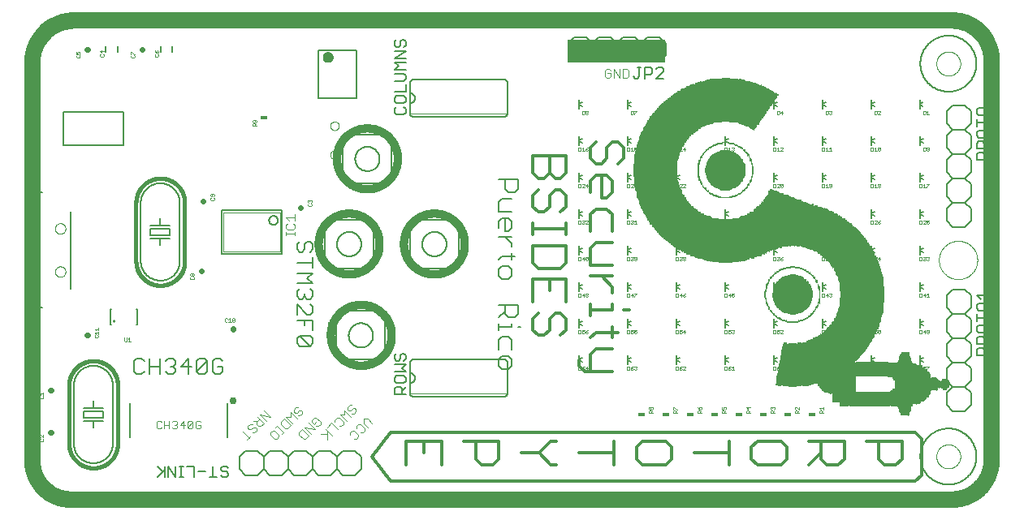
<source format=gto>
G75*
%MOIN*%
%OFA0B0*%
%FSLAX25Y25*%
%IPPOS*%
%LPD*%
%AMOC8*
5,1,8,0,0,1.08239X$1,22.5*
%
%ADD10C,0.00000*%
%ADD11C,0.03200*%
%ADD12C,0.01300*%
%ADD13C,0.01200*%
%ADD14C,0.00300*%
%ADD15R,0.40157X0.09449*%
%ADD16C,0.06600*%
%ADD17C,0.00700*%
%ADD18C,0.00600*%
%ADD19C,0.00800*%
%ADD20C,0.00100*%
%ADD21R,0.03000X0.01800*%
%ADD22C,0.01600*%
%ADD23C,0.02200*%
%ADD24C,0.03000*%
%ADD25C,0.00500*%
%ADD26C,0.00400*%
%ADD27C,0.00200*%
%ADD28C,0.01000*%
%ADD29R,0.00200X0.05200*%
%ADD30R,0.00200X0.12200*%
%ADD31R,0.00200X0.13600*%
%ADD32R,0.00200X0.15200*%
%ADD33R,0.00200X0.16200*%
%ADD34R,0.00200X0.17600*%
%ADD35R,0.00200X0.20600*%
%ADD36R,0.00200X0.21800*%
%ADD37R,0.00200X0.22200*%
%ADD38R,0.00200X0.23600*%
%ADD39R,0.00200X0.24400*%
%ADD40R,0.00200X0.26200*%
%ADD41R,0.00200X0.27800*%
%ADD42R,0.00200X0.28000*%
%ADD43R,0.00200X0.29200*%
%ADD44R,0.00200X0.31200*%
%ADD45R,0.00200X0.31400*%
%ADD46R,0.00200X0.31800*%
%ADD47R,0.00200X0.32600*%
%ADD48R,0.00200X0.33000*%
%ADD49R,0.00200X0.35400*%
%ADD50R,0.00200X0.35800*%
%ADD51R,0.00200X0.36400*%
%ADD52R,0.00200X0.36600*%
%ADD53R,0.00200X0.38200*%
%ADD54R,0.00200X0.39000*%
%ADD55R,0.00200X0.39200*%
%ADD56R,0.00200X0.39600*%
%ADD57R,0.00200X0.41200*%
%ADD58R,0.00200X0.42200*%
%ADD59R,0.00200X0.42600*%
%ADD60R,0.00200X0.42800*%
%ADD61R,0.00200X0.44600*%
%ADD62R,0.00200X0.44800*%
%ADD63R,0.00200X0.45000*%
%ADD64R,0.00200X0.45400*%
%ADD65R,0.00200X0.46800*%
%ADD66R,0.00200X0.47000*%
%ADD67R,0.00200X0.47200*%
%ADD68R,0.00200X0.47600*%
%ADD69R,0.00200X0.48600*%
%ADD70R,0.00200X0.48800*%
%ADD71R,0.00200X0.49400*%
%ADD72R,0.00200X0.49600*%
%ADD73R,0.00200X0.50200*%
%ADD74R,0.00200X0.50800*%
%ADD75R,0.00200X0.51200*%
%ADD76R,0.00200X0.51400*%
%ADD77R,0.00200X0.52200*%
%ADD78R,0.00200X0.52600*%
%ADD79R,0.00200X0.53600*%
%ADD80R,0.00200X0.53800*%
%ADD81R,0.00200X0.54600*%
%ADD82R,0.00200X0.55000*%
%ADD83R,0.00200X0.55200*%
%ADD84R,0.00200X0.55600*%
%ADD85R,0.00200X0.55800*%
%ADD86R,0.00200X0.56400*%
%ADD87R,0.00200X0.56800*%
%ADD88R,0.00200X0.57400*%
%ADD89R,0.00200X0.58000*%
%ADD90R,0.00200X0.58200*%
%ADD91R,0.00200X0.59000*%
%ADD92R,0.00200X0.59600*%
%ADD93R,0.00200X0.59800*%
%ADD94R,0.00200X0.60000*%
%ADD95R,0.00200X0.60200*%
%ADD96R,0.00200X0.61400*%
%ADD97R,0.00200X0.61600*%
%ADD98R,0.00200X0.62200*%
%ADD99R,0.00200X0.62600*%
%ADD100R,0.00200X0.62800*%
%ADD101R,0.00200X0.63200*%
%ADD102R,0.00200X0.63600*%
%ADD103R,0.00200X0.63800*%
%ADD104R,0.00200X0.64200*%
%ADD105R,0.00200X0.28400*%
%ADD106R,0.00200X0.27600*%
%ADD107R,0.00200X0.26800*%
%ADD108R,0.00200X0.26400*%
%ADD109R,0.00200X0.25800*%
%ADD110R,0.00200X0.26000*%
%ADD111R,0.00200X0.25400*%
%ADD112R,0.00200X0.25600*%
%ADD113R,0.00200X0.25200*%
%ADD114R,0.00200X0.25000*%
%ADD115R,0.00200X0.24800*%
%ADD116R,0.00200X0.24600*%
%ADD117R,0.00200X0.24200*%
%ADD118R,0.00200X0.24000*%
%ADD119R,0.00200X0.23400*%
%ADD120R,0.00200X0.22600*%
%ADD121R,0.00200X0.22800*%
%ADD122R,0.00200X0.23000*%
%ADD123R,0.00200X0.22400*%
%ADD124R,0.00200X0.22000*%
%ADD125R,0.00200X0.21600*%
%ADD126R,0.00200X0.21400*%
%ADD127R,0.00200X0.21000*%
%ADD128R,0.00200X0.21200*%
%ADD129R,0.00200X0.20800*%
%ADD130R,0.00200X0.20400*%
%ADD131R,0.00200X0.20200*%
%ADD132R,0.00200X0.20000*%
%ADD133R,0.00200X0.19800*%
%ADD134R,0.00200X0.19600*%
%ADD135R,0.00200X0.02600*%
%ADD136R,0.00200X0.19400*%
%ADD137R,0.00200X0.06200*%
%ADD138R,0.00200X0.06800*%
%ADD139R,0.00200X0.01800*%
%ADD140R,0.00200X0.02000*%
%ADD141R,0.00200X0.01200*%
%ADD142R,0.00200X0.01400*%
%ADD143R,0.00200X0.19200*%
%ADD144R,0.00200X0.19000*%
%ADD145R,0.00200X0.01000*%
%ADD146R,0.00200X0.18800*%
%ADD147R,0.00200X0.18600*%
%ADD148R,0.00200X0.00800*%
%ADD149R,0.00200X0.00600*%
%ADD150R,0.00200X0.03800*%
%ADD151R,0.00200X0.04200*%
%ADD152R,0.00200X0.07600*%
%ADD153R,0.00200X0.07800*%
%ADD154R,0.00200X0.08000*%
%ADD155R,0.00200X0.09200*%
%ADD156R,0.00200X0.10000*%
%ADD157R,0.00200X0.18400*%
%ADD158R,0.00200X0.00400*%
%ADD159R,0.00200X0.10200*%
%ADD160R,0.00200X0.11000*%
%ADD161R,0.00200X0.18200*%
%ADD162R,0.00200X0.11200*%
%ADD163R,0.00200X0.11800*%
%ADD164R,0.00200X0.12400*%
%ADD165R,0.00200X0.12600*%
%ADD166R,0.00200X0.18000*%
%ADD167R,0.00200X0.13000*%
%ADD168R,0.00200X0.13200*%
%ADD169R,0.00200X0.00200*%
%ADD170R,0.00200X0.17800*%
%ADD171R,0.00200X0.13800*%
%ADD172R,0.00200X0.14000*%
%ADD173R,0.00200X0.14200*%
%ADD174R,0.00200X0.14800*%
%ADD175R,0.00200X0.15000*%
%ADD176R,0.00200X0.15400*%
%ADD177R,0.00200X0.15800*%
%ADD178R,0.00200X0.16400*%
%ADD179R,0.00200X0.16600*%
%ADD180R,0.00200X0.16800*%
%ADD181R,0.00200X0.16000*%
%ADD182R,0.00200X0.14600*%
%ADD183R,0.00200X0.14400*%
%ADD184R,0.00200X0.13400*%
%ADD185R,0.00200X0.12000*%
%ADD186R,0.00200X0.11600*%
%ADD187R,0.00200X0.08600*%
%ADD188R,0.00200X0.05600*%
%ADD189R,0.00200X0.05000*%
%ADD190R,0.00200X0.04600*%
%ADD191R,0.00200X0.03200*%
%ADD192R,0.00200X0.17000*%
%ADD193R,0.00200X0.15600*%
%ADD194R,0.00200X0.11400*%
%ADD195R,0.00200X0.02400*%
%ADD196R,0.00200X0.10400*%
%ADD197R,0.00200X0.23200*%
%ADD198R,0.00200X0.02800*%
%ADD199R,0.00200X0.09600*%
%ADD200R,0.00200X0.01600*%
%ADD201R,0.00200X0.09400*%
%ADD202R,0.00200X0.08400*%
%ADD203R,0.00200X0.08200*%
%ADD204R,0.00200X0.06600*%
%ADD205R,0.00200X0.05800*%
%ADD206R,0.00200X0.04000*%
%ADD207R,0.00200X0.03600*%
%ADD208R,0.00200X0.23800*%
%ADD209R,0.00200X0.09000*%
%ADD210R,0.00200X0.10800*%
%ADD211R,0.00200X0.06400*%
%ADD212R,0.00200X0.12800*%
%ADD213R,0.00200X0.17200*%
%ADD214R,0.00200X0.10600*%
%ADD215R,0.00200X0.08800*%
%ADD216R,0.00200X0.07200*%
%ADD217R,0.00200X0.03000*%
%ADD218R,0.00200X0.02200*%
%ADD219R,0.00200X0.27000*%
%ADD220R,0.00200X0.27200*%
%ADD221R,0.00200X0.28200*%
%ADD222R,0.00200X0.29000*%
%ADD223R,0.00200X0.33200*%
%ADD224R,0.00200X0.33400*%
%ADD225R,0.00200X0.34400*%
%ADD226R,0.00200X0.34800*%
%ADD227R,0.00200X0.35600*%
%ADD228R,0.00200X0.36000*%
%ADD229R,0.00200X0.37200*%
%ADD230R,0.00200X0.38400*%
%ADD231R,0.00200X0.39400*%
%ADD232R,0.00200X0.40000*%
%ADD233R,0.00200X0.30600*%
%ADD234R,0.00200X0.44400*%
%ADD235R,0.00200X0.77800*%
%ADD236R,0.00200X0.77400*%
%ADD237R,0.00200X0.77200*%
%ADD238R,0.00200X0.77000*%
%ADD239R,0.00200X0.76400*%
%ADD240R,0.00200X0.76000*%
%ADD241R,0.00200X0.75800*%
%ADD242R,0.00200X0.75600*%
%ADD243R,0.00200X0.75400*%
%ADD244R,0.00200X0.75200*%
%ADD245R,0.00200X0.75000*%
%ADD246R,0.00200X0.74600*%
%ADD247R,0.00200X0.74000*%
%ADD248R,0.00200X0.73600*%
%ADD249R,0.00200X0.54000*%
%ADD250R,0.00200X0.53400*%
%ADD251R,0.00200X0.53200*%
%ADD252R,0.00200X0.52000*%
%ADD253R,0.00200X0.51800*%
%ADD254R,0.00200X0.51000*%
%ADD255R,0.00200X0.50000*%
%ADD256R,0.00200X0.49800*%
%ADD257R,0.00200X0.49000*%
%ADD258R,0.00200X0.47800*%
%ADD259R,0.00200X0.46600*%
%ADD260R,0.00200X0.46400*%
%ADD261R,0.00200X0.45200*%
%ADD262R,0.00200X0.44200*%
%ADD263R,0.00200X0.43000*%
%ADD264R,0.00200X0.41600*%
%ADD265R,0.00200X0.41000*%
%ADD266R,0.00200X0.38800*%
%ADD267R,0.00200X0.37800*%
%ADD268R,0.00200X0.36200*%
%ADD269R,0.00200X0.35200*%
%ADD270R,0.00200X0.33600*%
%ADD271R,0.00200X0.32200*%
%ADD272R,0.00200X0.32000*%
%ADD273R,0.00200X0.30800*%
%ADD274R,0.00200X0.28800*%
%ADD275R,0.00200X0.04800*%
%ADD276R,0.00200X0.06000*%
%ADD277R,0.00200X0.07000*%
%ADD278R,0.00200X0.07400*%
%ADD279R,0.00200X0.05400*%
%ADD280R,0.00200X0.03400*%
%ADD281R,0.00200X0.04400*%
%ADD282C,0.02400*%
D10*
X0059668Y0020048D02*
X0059668Y0185402D01*
X0059673Y0185783D01*
X0059686Y0186163D01*
X0059709Y0186543D01*
X0059742Y0186922D01*
X0059783Y0187300D01*
X0059833Y0187677D01*
X0059893Y0188053D01*
X0059961Y0188428D01*
X0060039Y0188800D01*
X0060126Y0189171D01*
X0060221Y0189539D01*
X0060326Y0189905D01*
X0060439Y0190268D01*
X0060561Y0190629D01*
X0060691Y0190986D01*
X0060831Y0191340D01*
X0060978Y0191691D01*
X0061135Y0192038D01*
X0061299Y0192381D01*
X0061472Y0192720D01*
X0061653Y0193055D01*
X0061842Y0193386D01*
X0062039Y0193711D01*
X0062243Y0194032D01*
X0062456Y0194348D01*
X0062676Y0194658D01*
X0062903Y0194964D01*
X0063138Y0195263D01*
X0063380Y0195557D01*
X0063628Y0195845D01*
X0063884Y0196127D01*
X0064147Y0196402D01*
X0064416Y0196671D01*
X0064691Y0196934D01*
X0064973Y0197190D01*
X0065261Y0197438D01*
X0065555Y0197680D01*
X0065854Y0197915D01*
X0066160Y0198142D01*
X0066470Y0198362D01*
X0066786Y0198575D01*
X0067107Y0198779D01*
X0067432Y0198976D01*
X0067763Y0199165D01*
X0068098Y0199346D01*
X0068437Y0199519D01*
X0068780Y0199683D01*
X0069127Y0199840D01*
X0069478Y0199987D01*
X0069832Y0200127D01*
X0070189Y0200257D01*
X0070550Y0200379D01*
X0070913Y0200492D01*
X0071279Y0200597D01*
X0071647Y0200692D01*
X0072018Y0200779D01*
X0072390Y0200857D01*
X0072765Y0200925D01*
X0073141Y0200985D01*
X0073518Y0201035D01*
X0073896Y0201076D01*
X0074275Y0201109D01*
X0074655Y0201132D01*
X0075035Y0201145D01*
X0075416Y0201150D01*
X0437620Y0201150D01*
X0438001Y0201145D01*
X0438381Y0201132D01*
X0438761Y0201109D01*
X0439140Y0201076D01*
X0439518Y0201035D01*
X0439895Y0200985D01*
X0440271Y0200925D01*
X0440646Y0200857D01*
X0441018Y0200779D01*
X0441389Y0200692D01*
X0441757Y0200597D01*
X0442123Y0200492D01*
X0442486Y0200379D01*
X0442847Y0200257D01*
X0443204Y0200127D01*
X0443558Y0199987D01*
X0443909Y0199840D01*
X0444256Y0199683D01*
X0444599Y0199519D01*
X0444938Y0199346D01*
X0445273Y0199165D01*
X0445604Y0198976D01*
X0445929Y0198779D01*
X0446250Y0198575D01*
X0446566Y0198362D01*
X0446876Y0198142D01*
X0447182Y0197915D01*
X0447481Y0197680D01*
X0447775Y0197438D01*
X0448063Y0197190D01*
X0448345Y0196934D01*
X0448620Y0196671D01*
X0448889Y0196402D01*
X0449152Y0196127D01*
X0449408Y0195845D01*
X0449656Y0195557D01*
X0449898Y0195263D01*
X0450133Y0194964D01*
X0450360Y0194658D01*
X0450580Y0194348D01*
X0450793Y0194032D01*
X0450997Y0193711D01*
X0451194Y0193386D01*
X0451383Y0193055D01*
X0451564Y0192720D01*
X0451737Y0192381D01*
X0451901Y0192038D01*
X0452058Y0191691D01*
X0452205Y0191340D01*
X0452345Y0190986D01*
X0452475Y0190629D01*
X0452597Y0190268D01*
X0452710Y0189905D01*
X0452815Y0189539D01*
X0452910Y0189171D01*
X0452997Y0188800D01*
X0453075Y0188428D01*
X0453143Y0188053D01*
X0453203Y0187677D01*
X0453253Y0187300D01*
X0453294Y0186922D01*
X0453327Y0186543D01*
X0453350Y0186163D01*
X0453363Y0185783D01*
X0453368Y0185402D01*
X0453369Y0185402D02*
X0453369Y0020048D01*
X0453368Y0020048D02*
X0453363Y0019667D01*
X0453350Y0019287D01*
X0453327Y0018907D01*
X0453294Y0018528D01*
X0453253Y0018150D01*
X0453203Y0017773D01*
X0453143Y0017397D01*
X0453075Y0017022D01*
X0452997Y0016650D01*
X0452910Y0016279D01*
X0452815Y0015911D01*
X0452710Y0015545D01*
X0452597Y0015182D01*
X0452475Y0014821D01*
X0452345Y0014464D01*
X0452205Y0014110D01*
X0452058Y0013759D01*
X0451901Y0013412D01*
X0451737Y0013069D01*
X0451564Y0012730D01*
X0451383Y0012395D01*
X0451194Y0012064D01*
X0450997Y0011739D01*
X0450793Y0011418D01*
X0450580Y0011102D01*
X0450360Y0010792D01*
X0450133Y0010486D01*
X0449898Y0010187D01*
X0449656Y0009893D01*
X0449408Y0009605D01*
X0449152Y0009323D01*
X0448889Y0009048D01*
X0448620Y0008779D01*
X0448345Y0008516D01*
X0448063Y0008260D01*
X0447775Y0008012D01*
X0447481Y0007770D01*
X0447182Y0007535D01*
X0446876Y0007308D01*
X0446566Y0007088D01*
X0446250Y0006875D01*
X0445929Y0006671D01*
X0445604Y0006474D01*
X0445273Y0006285D01*
X0444938Y0006104D01*
X0444599Y0005931D01*
X0444256Y0005767D01*
X0443909Y0005610D01*
X0443558Y0005463D01*
X0443204Y0005323D01*
X0442847Y0005193D01*
X0442486Y0005071D01*
X0442123Y0004958D01*
X0441757Y0004853D01*
X0441389Y0004758D01*
X0441018Y0004671D01*
X0440646Y0004593D01*
X0440271Y0004525D01*
X0439895Y0004465D01*
X0439518Y0004415D01*
X0439140Y0004374D01*
X0438761Y0004341D01*
X0438381Y0004318D01*
X0438001Y0004305D01*
X0437620Y0004300D01*
X0075416Y0004300D01*
X0075035Y0004305D01*
X0074655Y0004318D01*
X0074275Y0004341D01*
X0073896Y0004374D01*
X0073518Y0004415D01*
X0073141Y0004465D01*
X0072765Y0004525D01*
X0072390Y0004593D01*
X0072018Y0004671D01*
X0071647Y0004758D01*
X0071279Y0004853D01*
X0070913Y0004958D01*
X0070550Y0005071D01*
X0070189Y0005193D01*
X0069832Y0005323D01*
X0069478Y0005463D01*
X0069127Y0005610D01*
X0068780Y0005767D01*
X0068437Y0005931D01*
X0068098Y0006104D01*
X0067763Y0006285D01*
X0067432Y0006474D01*
X0067107Y0006671D01*
X0066786Y0006875D01*
X0066470Y0007088D01*
X0066160Y0007308D01*
X0065854Y0007535D01*
X0065555Y0007770D01*
X0065261Y0008012D01*
X0064973Y0008260D01*
X0064691Y0008516D01*
X0064416Y0008779D01*
X0064147Y0009048D01*
X0063884Y0009323D01*
X0063628Y0009605D01*
X0063380Y0009893D01*
X0063138Y0010187D01*
X0062903Y0010486D01*
X0062676Y0010792D01*
X0062456Y0011102D01*
X0062243Y0011418D01*
X0062039Y0011739D01*
X0061842Y0012064D01*
X0061653Y0012395D01*
X0061472Y0012730D01*
X0061299Y0013069D01*
X0061135Y0013412D01*
X0060978Y0013759D01*
X0060831Y0014110D01*
X0060691Y0014464D01*
X0060561Y0014821D01*
X0060439Y0015182D01*
X0060326Y0015545D01*
X0060221Y0015911D01*
X0060126Y0016279D01*
X0060039Y0016650D01*
X0059961Y0017022D01*
X0059893Y0017397D01*
X0059833Y0017773D01*
X0059783Y0018150D01*
X0059742Y0018528D01*
X0059709Y0018907D01*
X0059686Y0019287D01*
X0059673Y0019667D01*
X0059668Y0020048D01*
X0068920Y0097942D02*
X0068922Y0098035D01*
X0068928Y0098127D01*
X0068938Y0098219D01*
X0068952Y0098310D01*
X0068969Y0098401D01*
X0068991Y0098491D01*
X0069016Y0098580D01*
X0069045Y0098668D01*
X0069078Y0098754D01*
X0069115Y0098839D01*
X0069155Y0098923D01*
X0069199Y0099004D01*
X0069246Y0099084D01*
X0069296Y0099162D01*
X0069350Y0099237D01*
X0069407Y0099310D01*
X0069467Y0099380D01*
X0069530Y0099448D01*
X0069596Y0099513D01*
X0069664Y0099575D01*
X0069735Y0099635D01*
X0069809Y0099691D01*
X0069885Y0099744D01*
X0069963Y0099793D01*
X0070043Y0099840D01*
X0070125Y0099882D01*
X0070209Y0099922D01*
X0070294Y0099957D01*
X0070381Y0099989D01*
X0070469Y0100018D01*
X0070558Y0100042D01*
X0070648Y0100063D01*
X0070739Y0100079D01*
X0070831Y0100092D01*
X0070923Y0100101D01*
X0071016Y0100106D01*
X0071108Y0100107D01*
X0071201Y0100104D01*
X0071293Y0100097D01*
X0071385Y0100086D01*
X0071476Y0100071D01*
X0071567Y0100053D01*
X0071657Y0100030D01*
X0071745Y0100004D01*
X0071833Y0099974D01*
X0071919Y0099940D01*
X0072003Y0099903D01*
X0072086Y0099861D01*
X0072167Y0099817D01*
X0072247Y0099769D01*
X0072324Y0099718D01*
X0072398Y0099663D01*
X0072471Y0099605D01*
X0072541Y0099545D01*
X0072608Y0099481D01*
X0072672Y0099415D01*
X0072734Y0099345D01*
X0072792Y0099274D01*
X0072847Y0099200D01*
X0072899Y0099123D01*
X0072948Y0099044D01*
X0072994Y0098964D01*
X0073036Y0098881D01*
X0073074Y0098797D01*
X0073109Y0098711D01*
X0073140Y0098624D01*
X0073167Y0098536D01*
X0073190Y0098446D01*
X0073210Y0098356D01*
X0073226Y0098265D01*
X0073238Y0098173D01*
X0073246Y0098081D01*
X0073250Y0097988D01*
X0073250Y0097896D01*
X0073246Y0097803D01*
X0073238Y0097711D01*
X0073226Y0097619D01*
X0073210Y0097528D01*
X0073190Y0097438D01*
X0073167Y0097348D01*
X0073140Y0097260D01*
X0073109Y0097173D01*
X0073074Y0097087D01*
X0073036Y0097003D01*
X0072994Y0096920D01*
X0072948Y0096840D01*
X0072899Y0096761D01*
X0072847Y0096684D01*
X0072792Y0096610D01*
X0072734Y0096539D01*
X0072672Y0096469D01*
X0072608Y0096403D01*
X0072541Y0096339D01*
X0072471Y0096279D01*
X0072398Y0096221D01*
X0072324Y0096166D01*
X0072247Y0096115D01*
X0072168Y0096067D01*
X0072086Y0096023D01*
X0072003Y0095981D01*
X0071919Y0095944D01*
X0071833Y0095910D01*
X0071745Y0095880D01*
X0071657Y0095854D01*
X0071567Y0095831D01*
X0071476Y0095813D01*
X0071385Y0095798D01*
X0071293Y0095787D01*
X0071201Y0095780D01*
X0071108Y0095777D01*
X0071016Y0095778D01*
X0070923Y0095783D01*
X0070831Y0095792D01*
X0070739Y0095805D01*
X0070648Y0095821D01*
X0070558Y0095842D01*
X0070469Y0095866D01*
X0070381Y0095895D01*
X0070294Y0095927D01*
X0070209Y0095962D01*
X0070125Y0096002D01*
X0070043Y0096044D01*
X0069963Y0096091D01*
X0069885Y0096140D01*
X0069809Y0096193D01*
X0069735Y0096249D01*
X0069664Y0096309D01*
X0069596Y0096371D01*
X0069530Y0096436D01*
X0069467Y0096504D01*
X0069407Y0096574D01*
X0069350Y0096647D01*
X0069296Y0096722D01*
X0069246Y0096800D01*
X0069199Y0096880D01*
X0069155Y0096961D01*
X0069115Y0097045D01*
X0069078Y0097130D01*
X0069045Y0097216D01*
X0069016Y0097304D01*
X0068991Y0097393D01*
X0068969Y0097483D01*
X0068952Y0097574D01*
X0068938Y0097665D01*
X0068928Y0097757D01*
X0068922Y0097849D01*
X0068920Y0097942D01*
X0068920Y0115658D02*
X0068922Y0115751D01*
X0068928Y0115843D01*
X0068938Y0115935D01*
X0068952Y0116026D01*
X0068969Y0116117D01*
X0068991Y0116207D01*
X0069016Y0116296D01*
X0069045Y0116384D01*
X0069078Y0116470D01*
X0069115Y0116555D01*
X0069155Y0116639D01*
X0069199Y0116720D01*
X0069246Y0116800D01*
X0069296Y0116878D01*
X0069350Y0116953D01*
X0069407Y0117026D01*
X0069467Y0117096D01*
X0069530Y0117164D01*
X0069596Y0117229D01*
X0069664Y0117291D01*
X0069735Y0117351D01*
X0069809Y0117407D01*
X0069885Y0117460D01*
X0069963Y0117509D01*
X0070043Y0117556D01*
X0070125Y0117598D01*
X0070209Y0117638D01*
X0070294Y0117673D01*
X0070381Y0117705D01*
X0070469Y0117734D01*
X0070558Y0117758D01*
X0070648Y0117779D01*
X0070739Y0117795D01*
X0070831Y0117808D01*
X0070923Y0117817D01*
X0071016Y0117822D01*
X0071108Y0117823D01*
X0071201Y0117820D01*
X0071293Y0117813D01*
X0071385Y0117802D01*
X0071476Y0117787D01*
X0071567Y0117769D01*
X0071657Y0117746D01*
X0071745Y0117720D01*
X0071833Y0117690D01*
X0071919Y0117656D01*
X0072003Y0117619D01*
X0072086Y0117577D01*
X0072167Y0117533D01*
X0072247Y0117485D01*
X0072324Y0117434D01*
X0072398Y0117379D01*
X0072471Y0117321D01*
X0072541Y0117261D01*
X0072608Y0117197D01*
X0072672Y0117131D01*
X0072734Y0117061D01*
X0072792Y0116990D01*
X0072847Y0116916D01*
X0072899Y0116839D01*
X0072948Y0116760D01*
X0072994Y0116680D01*
X0073036Y0116597D01*
X0073074Y0116513D01*
X0073109Y0116427D01*
X0073140Y0116340D01*
X0073167Y0116252D01*
X0073190Y0116162D01*
X0073210Y0116072D01*
X0073226Y0115981D01*
X0073238Y0115889D01*
X0073246Y0115797D01*
X0073250Y0115704D01*
X0073250Y0115612D01*
X0073246Y0115519D01*
X0073238Y0115427D01*
X0073226Y0115335D01*
X0073210Y0115244D01*
X0073190Y0115154D01*
X0073167Y0115064D01*
X0073140Y0114976D01*
X0073109Y0114889D01*
X0073074Y0114803D01*
X0073036Y0114719D01*
X0072994Y0114636D01*
X0072948Y0114556D01*
X0072899Y0114477D01*
X0072847Y0114400D01*
X0072792Y0114326D01*
X0072734Y0114255D01*
X0072672Y0114185D01*
X0072608Y0114119D01*
X0072541Y0114055D01*
X0072471Y0113995D01*
X0072398Y0113937D01*
X0072324Y0113882D01*
X0072247Y0113831D01*
X0072168Y0113783D01*
X0072086Y0113739D01*
X0072003Y0113697D01*
X0071919Y0113660D01*
X0071833Y0113626D01*
X0071745Y0113596D01*
X0071657Y0113570D01*
X0071567Y0113547D01*
X0071476Y0113529D01*
X0071385Y0113514D01*
X0071293Y0113503D01*
X0071201Y0113496D01*
X0071108Y0113493D01*
X0071016Y0113494D01*
X0070923Y0113499D01*
X0070831Y0113508D01*
X0070739Y0113521D01*
X0070648Y0113537D01*
X0070558Y0113558D01*
X0070469Y0113582D01*
X0070381Y0113611D01*
X0070294Y0113643D01*
X0070209Y0113678D01*
X0070125Y0113718D01*
X0070043Y0113760D01*
X0069963Y0113807D01*
X0069885Y0113856D01*
X0069809Y0113909D01*
X0069735Y0113965D01*
X0069664Y0114025D01*
X0069596Y0114087D01*
X0069530Y0114152D01*
X0069467Y0114220D01*
X0069407Y0114290D01*
X0069350Y0114363D01*
X0069296Y0114438D01*
X0069246Y0114516D01*
X0069199Y0114596D01*
X0069155Y0114677D01*
X0069115Y0114761D01*
X0069078Y0114846D01*
X0069045Y0114932D01*
X0069016Y0115020D01*
X0068991Y0115109D01*
X0068969Y0115199D01*
X0068952Y0115290D01*
X0068938Y0115381D01*
X0068928Y0115473D01*
X0068922Y0115565D01*
X0068920Y0115658D01*
X0181911Y0146032D02*
X0181913Y0146116D01*
X0181919Y0146199D01*
X0181929Y0146282D01*
X0181943Y0146365D01*
X0181960Y0146447D01*
X0181982Y0146528D01*
X0182007Y0146607D01*
X0182036Y0146686D01*
X0182069Y0146763D01*
X0182105Y0146838D01*
X0182145Y0146912D01*
X0182188Y0146984D01*
X0182235Y0147053D01*
X0182285Y0147120D01*
X0182338Y0147185D01*
X0182394Y0147247D01*
X0182452Y0147307D01*
X0182514Y0147364D01*
X0182578Y0147417D01*
X0182645Y0147468D01*
X0182714Y0147515D01*
X0182785Y0147560D01*
X0182858Y0147600D01*
X0182933Y0147637D01*
X0183010Y0147671D01*
X0183088Y0147701D01*
X0183167Y0147727D01*
X0183248Y0147750D01*
X0183330Y0147768D01*
X0183412Y0147783D01*
X0183495Y0147794D01*
X0183578Y0147801D01*
X0183662Y0147804D01*
X0183746Y0147803D01*
X0183829Y0147798D01*
X0183913Y0147789D01*
X0183995Y0147776D01*
X0184077Y0147760D01*
X0184158Y0147739D01*
X0184239Y0147715D01*
X0184317Y0147687D01*
X0184395Y0147655D01*
X0184471Y0147619D01*
X0184545Y0147580D01*
X0184617Y0147538D01*
X0184687Y0147492D01*
X0184755Y0147443D01*
X0184820Y0147391D01*
X0184883Y0147336D01*
X0184943Y0147278D01*
X0185001Y0147217D01*
X0185055Y0147153D01*
X0185107Y0147087D01*
X0185155Y0147019D01*
X0185200Y0146948D01*
X0185241Y0146875D01*
X0185280Y0146801D01*
X0185314Y0146725D01*
X0185345Y0146647D01*
X0185372Y0146568D01*
X0185396Y0146487D01*
X0185415Y0146406D01*
X0185431Y0146324D01*
X0185443Y0146241D01*
X0185451Y0146157D01*
X0185455Y0146074D01*
X0185455Y0145990D01*
X0185451Y0145907D01*
X0185443Y0145823D01*
X0185431Y0145740D01*
X0185415Y0145658D01*
X0185396Y0145577D01*
X0185372Y0145496D01*
X0185345Y0145417D01*
X0185314Y0145339D01*
X0185280Y0145263D01*
X0185241Y0145189D01*
X0185200Y0145116D01*
X0185155Y0145045D01*
X0185107Y0144977D01*
X0185055Y0144911D01*
X0185001Y0144847D01*
X0184943Y0144786D01*
X0184883Y0144728D01*
X0184820Y0144673D01*
X0184755Y0144621D01*
X0184687Y0144572D01*
X0184617Y0144526D01*
X0184545Y0144484D01*
X0184471Y0144445D01*
X0184395Y0144409D01*
X0184317Y0144377D01*
X0184239Y0144349D01*
X0184158Y0144325D01*
X0184077Y0144304D01*
X0183995Y0144288D01*
X0183913Y0144275D01*
X0183829Y0144266D01*
X0183746Y0144261D01*
X0183662Y0144260D01*
X0183578Y0144263D01*
X0183495Y0144270D01*
X0183412Y0144281D01*
X0183330Y0144296D01*
X0183248Y0144314D01*
X0183167Y0144337D01*
X0183088Y0144363D01*
X0183010Y0144393D01*
X0182933Y0144427D01*
X0182858Y0144464D01*
X0182785Y0144504D01*
X0182714Y0144549D01*
X0182645Y0144596D01*
X0182578Y0144647D01*
X0182514Y0144700D01*
X0182452Y0144757D01*
X0182394Y0144817D01*
X0182338Y0144879D01*
X0182285Y0144944D01*
X0182235Y0145011D01*
X0182188Y0145080D01*
X0182145Y0145152D01*
X0182105Y0145226D01*
X0182069Y0145301D01*
X0182036Y0145378D01*
X0182007Y0145457D01*
X0181982Y0145536D01*
X0181960Y0145617D01*
X0181943Y0145699D01*
X0181929Y0145782D01*
X0181919Y0145865D01*
X0181913Y0145948D01*
X0181911Y0146032D01*
X0181911Y0157843D02*
X0181913Y0157927D01*
X0181919Y0158010D01*
X0181929Y0158093D01*
X0181943Y0158176D01*
X0181960Y0158258D01*
X0181982Y0158339D01*
X0182007Y0158418D01*
X0182036Y0158497D01*
X0182069Y0158574D01*
X0182105Y0158649D01*
X0182145Y0158723D01*
X0182188Y0158795D01*
X0182235Y0158864D01*
X0182285Y0158931D01*
X0182338Y0158996D01*
X0182394Y0159058D01*
X0182452Y0159118D01*
X0182514Y0159175D01*
X0182578Y0159228D01*
X0182645Y0159279D01*
X0182714Y0159326D01*
X0182785Y0159371D01*
X0182858Y0159411D01*
X0182933Y0159448D01*
X0183010Y0159482D01*
X0183088Y0159512D01*
X0183167Y0159538D01*
X0183248Y0159561D01*
X0183330Y0159579D01*
X0183412Y0159594D01*
X0183495Y0159605D01*
X0183578Y0159612D01*
X0183662Y0159615D01*
X0183746Y0159614D01*
X0183829Y0159609D01*
X0183913Y0159600D01*
X0183995Y0159587D01*
X0184077Y0159571D01*
X0184158Y0159550D01*
X0184239Y0159526D01*
X0184317Y0159498D01*
X0184395Y0159466D01*
X0184471Y0159430D01*
X0184545Y0159391D01*
X0184617Y0159349D01*
X0184687Y0159303D01*
X0184755Y0159254D01*
X0184820Y0159202D01*
X0184883Y0159147D01*
X0184943Y0159089D01*
X0185001Y0159028D01*
X0185055Y0158964D01*
X0185107Y0158898D01*
X0185155Y0158830D01*
X0185200Y0158759D01*
X0185241Y0158686D01*
X0185280Y0158612D01*
X0185314Y0158536D01*
X0185345Y0158458D01*
X0185372Y0158379D01*
X0185396Y0158298D01*
X0185415Y0158217D01*
X0185431Y0158135D01*
X0185443Y0158052D01*
X0185451Y0157968D01*
X0185455Y0157885D01*
X0185455Y0157801D01*
X0185451Y0157718D01*
X0185443Y0157634D01*
X0185431Y0157551D01*
X0185415Y0157469D01*
X0185396Y0157388D01*
X0185372Y0157307D01*
X0185345Y0157228D01*
X0185314Y0157150D01*
X0185280Y0157074D01*
X0185241Y0157000D01*
X0185200Y0156927D01*
X0185155Y0156856D01*
X0185107Y0156788D01*
X0185055Y0156722D01*
X0185001Y0156658D01*
X0184943Y0156597D01*
X0184883Y0156539D01*
X0184820Y0156484D01*
X0184755Y0156432D01*
X0184687Y0156383D01*
X0184617Y0156337D01*
X0184545Y0156295D01*
X0184471Y0156256D01*
X0184395Y0156220D01*
X0184317Y0156188D01*
X0184239Y0156160D01*
X0184158Y0156136D01*
X0184077Y0156115D01*
X0183995Y0156099D01*
X0183913Y0156086D01*
X0183829Y0156077D01*
X0183746Y0156072D01*
X0183662Y0156071D01*
X0183578Y0156074D01*
X0183495Y0156081D01*
X0183412Y0156092D01*
X0183330Y0156107D01*
X0183248Y0156125D01*
X0183167Y0156148D01*
X0183088Y0156174D01*
X0183010Y0156204D01*
X0182933Y0156238D01*
X0182858Y0156275D01*
X0182785Y0156315D01*
X0182714Y0156360D01*
X0182645Y0156407D01*
X0182578Y0156458D01*
X0182514Y0156511D01*
X0182452Y0156568D01*
X0182394Y0156628D01*
X0182338Y0156690D01*
X0182285Y0156755D01*
X0182235Y0156822D01*
X0182188Y0156891D01*
X0182145Y0156963D01*
X0182105Y0157037D01*
X0182069Y0157112D01*
X0182036Y0157189D01*
X0182007Y0157268D01*
X0181982Y0157347D01*
X0181960Y0157428D01*
X0181943Y0157510D01*
X0181929Y0157593D01*
X0181919Y0157676D01*
X0181913Y0157759D01*
X0181911Y0157843D01*
X0430731Y0183434D02*
X0430733Y0183574D01*
X0430739Y0183714D01*
X0430749Y0183853D01*
X0430763Y0183992D01*
X0430781Y0184131D01*
X0430802Y0184269D01*
X0430828Y0184407D01*
X0430858Y0184544D01*
X0430891Y0184679D01*
X0430929Y0184814D01*
X0430970Y0184948D01*
X0431015Y0185081D01*
X0431063Y0185212D01*
X0431116Y0185341D01*
X0431172Y0185470D01*
X0431231Y0185596D01*
X0431295Y0185721D01*
X0431361Y0185844D01*
X0431432Y0185965D01*
X0431505Y0186084D01*
X0431582Y0186201D01*
X0431663Y0186315D01*
X0431746Y0186427D01*
X0431833Y0186537D01*
X0431923Y0186645D01*
X0432015Y0186749D01*
X0432111Y0186851D01*
X0432210Y0186951D01*
X0432311Y0187047D01*
X0432415Y0187141D01*
X0432522Y0187231D01*
X0432631Y0187318D01*
X0432743Y0187403D01*
X0432857Y0187484D01*
X0432973Y0187562D01*
X0433091Y0187636D01*
X0433212Y0187707D01*
X0433334Y0187775D01*
X0433459Y0187839D01*
X0433585Y0187900D01*
X0433712Y0187957D01*
X0433842Y0188010D01*
X0433973Y0188060D01*
X0434105Y0188105D01*
X0434238Y0188148D01*
X0434373Y0188186D01*
X0434508Y0188220D01*
X0434645Y0188251D01*
X0434782Y0188278D01*
X0434920Y0188300D01*
X0435059Y0188319D01*
X0435198Y0188334D01*
X0435337Y0188345D01*
X0435477Y0188352D01*
X0435617Y0188355D01*
X0435757Y0188354D01*
X0435897Y0188349D01*
X0436036Y0188340D01*
X0436176Y0188327D01*
X0436315Y0188310D01*
X0436453Y0188289D01*
X0436591Y0188265D01*
X0436728Y0188236D01*
X0436864Y0188204D01*
X0436999Y0188167D01*
X0437133Y0188127D01*
X0437266Y0188083D01*
X0437397Y0188035D01*
X0437527Y0187984D01*
X0437656Y0187929D01*
X0437783Y0187870D01*
X0437908Y0187807D01*
X0438031Y0187742D01*
X0438153Y0187672D01*
X0438272Y0187599D01*
X0438390Y0187523D01*
X0438505Y0187444D01*
X0438618Y0187361D01*
X0438728Y0187275D01*
X0438836Y0187186D01*
X0438941Y0187094D01*
X0439044Y0186999D01*
X0439144Y0186901D01*
X0439241Y0186801D01*
X0439335Y0186697D01*
X0439427Y0186591D01*
X0439515Y0186483D01*
X0439600Y0186372D01*
X0439682Y0186258D01*
X0439761Y0186142D01*
X0439836Y0186025D01*
X0439908Y0185905D01*
X0439976Y0185783D01*
X0440041Y0185659D01*
X0440103Y0185533D01*
X0440161Y0185406D01*
X0440215Y0185277D01*
X0440266Y0185146D01*
X0440312Y0185014D01*
X0440355Y0184881D01*
X0440395Y0184747D01*
X0440430Y0184612D01*
X0440462Y0184475D01*
X0440489Y0184338D01*
X0440513Y0184200D01*
X0440533Y0184062D01*
X0440549Y0183923D01*
X0440561Y0183783D01*
X0440569Y0183644D01*
X0440573Y0183504D01*
X0440573Y0183364D01*
X0440569Y0183224D01*
X0440561Y0183085D01*
X0440549Y0182945D01*
X0440533Y0182806D01*
X0440513Y0182668D01*
X0440489Y0182530D01*
X0440462Y0182393D01*
X0440430Y0182256D01*
X0440395Y0182121D01*
X0440355Y0181987D01*
X0440312Y0181854D01*
X0440266Y0181722D01*
X0440215Y0181591D01*
X0440161Y0181462D01*
X0440103Y0181335D01*
X0440041Y0181209D01*
X0439976Y0181085D01*
X0439908Y0180963D01*
X0439836Y0180843D01*
X0439761Y0180726D01*
X0439682Y0180610D01*
X0439600Y0180496D01*
X0439515Y0180385D01*
X0439427Y0180277D01*
X0439335Y0180171D01*
X0439241Y0180067D01*
X0439144Y0179967D01*
X0439044Y0179869D01*
X0438941Y0179774D01*
X0438836Y0179682D01*
X0438728Y0179593D01*
X0438618Y0179507D01*
X0438505Y0179424D01*
X0438390Y0179345D01*
X0438272Y0179269D01*
X0438153Y0179196D01*
X0438031Y0179126D01*
X0437908Y0179061D01*
X0437783Y0178998D01*
X0437656Y0178939D01*
X0437527Y0178884D01*
X0437397Y0178833D01*
X0437266Y0178785D01*
X0437133Y0178741D01*
X0436999Y0178701D01*
X0436864Y0178664D01*
X0436728Y0178632D01*
X0436591Y0178603D01*
X0436453Y0178579D01*
X0436315Y0178558D01*
X0436176Y0178541D01*
X0436036Y0178528D01*
X0435897Y0178519D01*
X0435757Y0178514D01*
X0435617Y0178513D01*
X0435477Y0178516D01*
X0435337Y0178523D01*
X0435198Y0178534D01*
X0435059Y0178549D01*
X0434920Y0178568D01*
X0434782Y0178590D01*
X0434645Y0178617D01*
X0434508Y0178648D01*
X0434373Y0178682D01*
X0434238Y0178720D01*
X0434105Y0178763D01*
X0433973Y0178808D01*
X0433842Y0178858D01*
X0433712Y0178911D01*
X0433585Y0178968D01*
X0433459Y0179029D01*
X0433334Y0179093D01*
X0433212Y0179161D01*
X0433091Y0179232D01*
X0432973Y0179306D01*
X0432857Y0179384D01*
X0432743Y0179465D01*
X0432631Y0179550D01*
X0432522Y0179637D01*
X0432415Y0179727D01*
X0432311Y0179821D01*
X0432210Y0179917D01*
X0432111Y0180017D01*
X0432015Y0180119D01*
X0431923Y0180223D01*
X0431833Y0180331D01*
X0431746Y0180441D01*
X0431663Y0180553D01*
X0431582Y0180667D01*
X0431505Y0180784D01*
X0431432Y0180903D01*
X0431361Y0181024D01*
X0431295Y0181147D01*
X0431231Y0181272D01*
X0431172Y0181398D01*
X0431116Y0181527D01*
X0431063Y0181656D01*
X0431015Y0181787D01*
X0430970Y0181920D01*
X0430929Y0182054D01*
X0430891Y0182189D01*
X0430858Y0182324D01*
X0430828Y0182461D01*
X0430802Y0182599D01*
X0430781Y0182737D01*
X0430763Y0182876D01*
X0430749Y0183015D01*
X0430739Y0183154D01*
X0430733Y0183294D01*
X0430731Y0183434D01*
X0431794Y0102725D02*
X0431796Y0102918D01*
X0431803Y0103111D01*
X0431815Y0103304D01*
X0431832Y0103497D01*
X0431853Y0103689D01*
X0431879Y0103880D01*
X0431910Y0104071D01*
X0431945Y0104261D01*
X0431985Y0104450D01*
X0432030Y0104638D01*
X0432079Y0104825D01*
X0432133Y0105011D01*
X0432191Y0105195D01*
X0432254Y0105378D01*
X0432322Y0105559D01*
X0432393Y0105738D01*
X0432470Y0105916D01*
X0432550Y0106092D01*
X0432635Y0106265D01*
X0432724Y0106437D01*
X0432817Y0106606D01*
X0432914Y0106773D01*
X0433016Y0106938D01*
X0433121Y0107100D01*
X0433230Y0107259D01*
X0433344Y0107416D01*
X0433461Y0107569D01*
X0433581Y0107720D01*
X0433706Y0107868D01*
X0433834Y0108013D01*
X0433965Y0108154D01*
X0434100Y0108293D01*
X0434239Y0108428D01*
X0434380Y0108559D01*
X0434525Y0108687D01*
X0434673Y0108812D01*
X0434824Y0108932D01*
X0434977Y0109049D01*
X0435134Y0109163D01*
X0435293Y0109272D01*
X0435455Y0109377D01*
X0435620Y0109479D01*
X0435787Y0109576D01*
X0435956Y0109669D01*
X0436128Y0109758D01*
X0436301Y0109843D01*
X0436477Y0109923D01*
X0436655Y0110000D01*
X0436834Y0110071D01*
X0437015Y0110139D01*
X0437198Y0110202D01*
X0437382Y0110260D01*
X0437568Y0110314D01*
X0437755Y0110363D01*
X0437943Y0110408D01*
X0438132Y0110448D01*
X0438322Y0110483D01*
X0438513Y0110514D01*
X0438704Y0110540D01*
X0438896Y0110561D01*
X0439089Y0110578D01*
X0439282Y0110590D01*
X0439475Y0110597D01*
X0439668Y0110599D01*
X0439861Y0110597D01*
X0440054Y0110590D01*
X0440247Y0110578D01*
X0440440Y0110561D01*
X0440632Y0110540D01*
X0440823Y0110514D01*
X0441014Y0110483D01*
X0441204Y0110448D01*
X0441393Y0110408D01*
X0441581Y0110363D01*
X0441768Y0110314D01*
X0441954Y0110260D01*
X0442138Y0110202D01*
X0442321Y0110139D01*
X0442502Y0110071D01*
X0442681Y0110000D01*
X0442859Y0109923D01*
X0443035Y0109843D01*
X0443208Y0109758D01*
X0443380Y0109669D01*
X0443549Y0109576D01*
X0443716Y0109479D01*
X0443881Y0109377D01*
X0444043Y0109272D01*
X0444202Y0109163D01*
X0444359Y0109049D01*
X0444512Y0108932D01*
X0444663Y0108812D01*
X0444811Y0108687D01*
X0444956Y0108559D01*
X0445097Y0108428D01*
X0445236Y0108293D01*
X0445371Y0108154D01*
X0445502Y0108013D01*
X0445630Y0107868D01*
X0445755Y0107720D01*
X0445875Y0107569D01*
X0445992Y0107416D01*
X0446106Y0107259D01*
X0446215Y0107100D01*
X0446320Y0106938D01*
X0446422Y0106773D01*
X0446519Y0106606D01*
X0446612Y0106437D01*
X0446701Y0106265D01*
X0446786Y0106092D01*
X0446866Y0105916D01*
X0446943Y0105738D01*
X0447014Y0105559D01*
X0447082Y0105378D01*
X0447145Y0105195D01*
X0447203Y0105011D01*
X0447257Y0104825D01*
X0447306Y0104638D01*
X0447351Y0104450D01*
X0447391Y0104261D01*
X0447426Y0104071D01*
X0447457Y0103880D01*
X0447483Y0103689D01*
X0447504Y0103497D01*
X0447521Y0103304D01*
X0447533Y0103111D01*
X0447540Y0102918D01*
X0447542Y0102725D01*
X0447540Y0102532D01*
X0447533Y0102339D01*
X0447521Y0102146D01*
X0447504Y0101953D01*
X0447483Y0101761D01*
X0447457Y0101570D01*
X0447426Y0101379D01*
X0447391Y0101189D01*
X0447351Y0101000D01*
X0447306Y0100812D01*
X0447257Y0100625D01*
X0447203Y0100439D01*
X0447145Y0100255D01*
X0447082Y0100072D01*
X0447014Y0099891D01*
X0446943Y0099712D01*
X0446866Y0099534D01*
X0446786Y0099358D01*
X0446701Y0099185D01*
X0446612Y0099013D01*
X0446519Y0098844D01*
X0446422Y0098677D01*
X0446320Y0098512D01*
X0446215Y0098350D01*
X0446106Y0098191D01*
X0445992Y0098034D01*
X0445875Y0097881D01*
X0445755Y0097730D01*
X0445630Y0097582D01*
X0445502Y0097437D01*
X0445371Y0097296D01*
X0445236Y0097157D01*
X0445097Y0097022D01*
X0444956Y0096891D01*
X0444811Y0096763D01*
X0444663Y0096638D01*
X0444512Y0096518D01*
X0444359Y0096401D01*
X0444202Y0096287D01*
X0444043Y0096178D01*
X0443881Y0096073D01*
X0443716Y0095971D01*
X0443549Y0095874D01*
X0443380Y0095781D01*
X0443208Y0095692D01*
X0443035Y0095607D01*
X0442859Y0095527D01*
X0442681Y0095450D01*
X0442502Y0095379D01*
X0442321Y0095311D01*
X0442138Y0095248D01*
X0441954Y0095190D01*
X0441768Y0095136D01*
X0441581Y0095087D01*
X0441393Y0095042D01*
X0441204Y0095002D01*
X0441014Y0094967D01*
X0440823Y0094936D01*
X0440632Y0094910D01*
X0440440Y0094889D01*
X0440247Y0094872D01*
X0440054Y0094860D01*
X0439861Y0094853D01*
X0439668Y0094851D01*
X0439475Y0094853D01*
X0439282Y0094860D01*
X0439089Y0094872D01*
X0438896Y0094889D01*
X0438704Y0094910D01*
X0438513Y0094936D01*
X0438322Y0094967D01*
X0438132Y0095002D01*
X0437943Y0095042D01*
X0437755Y0095087D01*
X0437568Y0095136D01*
X0437382Y0095190D01*
X0437198Y0095248D01*
X0437015Y0095311D01*
X0436834Y0095379D01*
X0436655Y0095450D01*
X0436477Y0095527D01*
X0436301Y0095607D01*
X0436128Y0095692D01*
X0435956Y0095781D01*
X0435787Y0095874D01*
X0435620Y0095971D01*
X0435455Y0096073D01*
X0435293Y0096178D01*
X0435134Y0096287D01*
X0434977Y0096401D01*
X0434824Y0096518D01*
X0434673Y0096638D01*
X0434525Y0096763D01*
X0434380Y0096891D01*
X0434239Y0097022D01*
X0434100Y0097157D01*
X0433965Y0097296D01*
X0433834Y0097437D01*
X0433706Y0097582D01*
X0433581Y0097730D01*
X0433461Y0097881D01*
X0433344Y0098034D01*
X0433230Y0098191D01*
X0433121Y0098350D01*
X0433016Y0098512D01*
X0432914Y0098677D01*
X0432817Y0098844D01*
X0432724Y0099013D01*
X0432635Y0099185D01*
X0432550Y0099358D01*
X0432470Y0099534D01*
X0432393Y0099712D01*
X0432322Y0099891D01*
X0432254Y0100072D01*
X0432191Y0100255D01*
X0432133Y0100439D01*
X0432079Y0100625D01*
X0432030Y0100812D01*
X0431985Y0101000D01*
X0431945Y0101189D01*
X0431910Y0101379D01*
X0431879Y0101570D01*
X0431853Y0101761D01*
X0431832Y0101953D01*
X0431815Y0102146D01*
X0431803Y0102339D01*
X0431796Y0102532D01*
X0431794Y0102725D01*
X0430731Y0022017D02*
X0430733Y0022157D01*
X0430739Y0022297D01*
X0430749Y0022436D01*
X0430763Y0022575D01*
X0430781Y0022714D01*
X0430802Y0022852D01*
X0430828Y0022990D01*
X0430858Y0023127D01*
X0430891Y0023262D01*
X0430929Y0023397D01*
X0430970Y0023531D01*
X0431015Y0023664D01*
X0431063Y0023795D01*
X0431116Y0023924D01*
X0431172Y0024053D01*
X0431231Y0024179D01*
X0431295Y0024304D01*
X0431361Y0024427D01*
X0431432Y0024548D01*
X0431505Y0024667D01*
X0431582Y0024784D01*
X0431663Y0024898D01*
X0431746Y0025010D01*
X0431833Y0025120D01*
X0431923Y0025228D01*
X0432015Y0025332D01*
X0432111Y0025434D01*
X0432210Y0025534D01*
X0432311Y0025630D01*
X0432415Y0025724D01*
X0432522Y0025814D01*
X0432631Y0025901D01*
X0432743Y0025986D01*
X0432857Y0026067D01*
X0432973Y0026145D01*
X0433091Y0026219D01*
X0433212Y0026290D01*
X0433334Y0026358D01*
X0433459Y0026422D01*
X0433585Y0026483D01*
X0433712Y0026540D01*
X0433842Y0026593D01*
X0433973Y0026643D01*
X0434105Y0026688D01*
X0434238Y0026731D01*
X0434373Y0026769D01*
X0434508Y0026803D01*
X0434645Y0026834D01*
X0434782Y0026861D01*
X0434920Y0026883D01*
X0435059Y0026902D01*
X0435198Y0026917D01*
X0435337Y0026928D01*
X0435477Y0026935D01*
X0435617Y0026938D01*
X0435757Y0026937D01*
X0435897Y0026932D01*
X0436036Y0026923D01*
X0436176Y0026910D01*
X0436315Y0026893D01*
X0436453Y0026872D01*
X0436591Y0026848D01*
X0436728Y0026819D01*
X0436864Y0026787D01*
X0436999Y0026750D01*
X0437133Y0026710D01*
X0437266Y0026666D01*
X0437397Y0026618D01*
X0437527Y0026567D01*
X0437656Y0026512D01*
X0437783Y0026453D01*
X0437908Y0026390D01*
X0438031Y0026325D01*
X0438153Y0026255D01*
X0438272Y0026182D01*
X0438390Y0026106D01*
X0438505Y0026027D01*
X0438618Y0025944D01*
X0438728Y0025858D01*
X0438836Y0025769D01*
X0438941Y0025677D01*
X0439044Y0025582D01*
X0439144Y0025484D01*
X0439241Y0025384D01*
X0439335Y0025280D01*
X0439427Y0025174D01*
X0439515Y0025066D01*
X0439600Y0024955D01*
X0439682Y0024841D01*
X0439761Y0024725D01*
X0439836Y0024608D01*
X0439908Y0024488D01*
X0439976Y0024366D01*
X0440041Y0024242D01*
X0440103Y0024116D01*
X0440161Y0023989D01*
X0440215Y0023860D01*
X0440266Y0023729D01*
X0440312Y0023597D01*
X0440355Y0023464D01*
X0440395Y0023330D01*
X0440430Y0023195D01*
X0440462Y0023058D01*
X0440489Y0022921D01*
X0440513Y0022783D01*
X0440533Y0022645D01*
X0440549Y0022506D01*
X0440561Y0022366D01*
X0440569Y0022227D01*
X0440573Y0022087D01*
X0440573Y0021947D01*
X0440569Y0021807D01*
X0440561Y0021668D01*
X0440549Y0021528D01*
X0440533Y0021389D01*
X0440513Y0021251D01*
X0440489Y0021113D01*
X0440462Y0020976D01*
X0440430Y0020839D01*
X0440395Y0020704D01*
X0440355Y0020570D01*
X0440312Y0020437D01*
X0440266Y0020305D01*
X0440215Y0020174D01*
X0440161Y0020045D01*
X0440103Y0019918D01*
X0440041Y0019792D01*
X0439976Y0019668D01*
X0439908Y0019546D01*
X0439836Y0019426D01*
X0439761Y0019309D01*
X0439682Y0019193D01*
X0439600Y0019079D01*
X0439515Y0018968D01*
X0439427Y0018860D01*
X0439335Y0018754D01*
X0439241Y0018650D01*
X0439144Y0018550D01*
X0439044Y0018452D01*
X0438941Y0018357D01*
X0438836Y0018265D01*
X0438728Y0018176D01*
X0438618Y0018090D01*
X0438505Y0018007D01*
X0438390Y0017928D01*
X0438272Y0017852D01*
X0438153Y0017779D01*
X0438031Y0017709D01*
X0437908Y0017644D01*
X0437783Y0017581D01*
X0437656Y0017522D01*
X0437527Y0017467D01*
X0437397Y0017416D01*
X0437266Y0017368D01*
X0437133Y0017324D01*
X0436999Y0017284D01*
X0436864Y0017247D01*
X0436728Y0017215D01*
X0436591Y0017186D01*
X0436453Y0017162D01*
X0436315Y0017141D01*
X0436176Y0017124D01*
X0436036Y0017111D01*
X0435897Y0017102D01*
X0435757Y0017097D01*
X0435617Y0017096D01*
X0435477Y0017099D01*
X0435337Y0017106D01*
X0435198Y0017117D01*
X0435059Y0017132D01*
X0434920Y0017151D01*
X0434782Y0017173D01*
X0434645Y0017200D01*
X0434508Y0017231D01*
X0434373Y0017265D01*
X0434238Y0017303D01*
X0434105Y0017346D01*
X0433973Y0017391D01*
X0433842Y0017441D01*
X0433712Y0017494D01*
X0433585Y0017551D01*
X0433459Y0017612D01*
X0433334Y0017676D01*
X0433212Y0017744D01*
X0433091Y0017815D01*
X0432973Y0017889D01*
X0432857Y0017967D01*
X0432743Y0018048D01*
X0432631Y0018133D01*
X0432522Y0018220D01*
X0432415Y0018310D01*
X0432311Y0018404D01*
X0432210Y0018500D01*
X0432111Y0018600D01*
X0432015Y0018702D01*
X0431923Y0018806D01*
X0431833Y0018914D01*
X0431746Y0019024D01*
X0431663Y0019136D01*
X0431582Y0019250D01*
X0431505Y0019367D01*
X0431432Y0019486D01*
X0431361Y0019607D01*
X0431295Y0019730D01*
X0431231Y0019855D01*
X0431172Y0019981D01*
X0431116Y0020110D01*
X0431063Y0020239D01*
X0431015Y0020370D01*
X0430970Y0020503D01*
X0430929Y0020637D01*
X0430891Y0020772D01*
X0430858Y0020907D01*
X0430828Y0021044D01*
X0430802Y0021182D01*
X0430781Y0021320D01*
X0430763Y0021459D01*
X0430749Y0021598D01*
X0430739Y0021737D01*
X0430733Y0021877D01*
X0430731Y0022017D01*
D11*
X0212168Y0109300D02*
X0212172Y0109607D01*
X0212183Y0109913D01*
X0212202Y0110220D01*
X0212228Y0110525D01*
X0212262Y0110830D01*
X0212303Y0111134D01*
X0212352Y0111437D01*
X0212408Y0111739D01*
X0212472Y0112039D01*
X0212543Y0112337D01*
X0212621Y0112634D01*
X0212706Y0112929D01*
X0212799Y0113221D01*
X0212899Y0113511D01*
X0213006Y0113799D01*
X0213120Y0114084D01*
X0213240Y0114366D01*
X0213368Y0114644D01*
X0213503Y0114920D01*
X0213644Y0115192D01*
X0213792Y0115461D01*
X0213946Y0115726D01*
X0214107Y0115987D01*
X0214275Y0116245D01*
X0214448Y0116498D01*
X0214628Y0116746D01*
X0214814Y0116990D01*
X0215005Y0117230D01*
X0215203Y0117465D01*
X0215406Y0117694D01*
X0215615Y0117919D01*
X0215829Y0118139D01*
X0216049Y0118353D01*
X0216274Y0118562D01*
X0216503Y0118765D01*
X0216738Y0118963D01*
X0216978Y0119154D01*
X0217222Y0119340D01*
X0217470Y0119520D01*
X0217723Y0119693D01*
X0217981Y0119861D01*
X0218242Y0120022D01*
X0218507Y0120176D01*
X0218776Y0120324D01*
X0219048Y0120465D01*
X0219324Y0120600D01*
X0219602Y0120728D01*
X0219884Y0120848D01*
X0220169Y0120962D01*
X0220457Y0121069D01*
X0220747Y0121169D01*
X0221039Y0121262D01*
X0221334Y0121347D01*
X0221631Y0121425D01*
X0221929Y0121496D01*
X0222229Y0121560D01*
X0222531Y0121616D01*
X0222834Y0121665D01*
X0223138Y0121706D01*
X0223443Y0121740D01*
X0223748Y0121766D01*
X0224055Y0121785D01*
X0224361Y0121796D01*
X0224668Y0121800D01*
X0224975Y0121796D01*
X0225281Y0121785D01*
X0225588Y0121766D01*
X0225893Y0121740D01*
X0226198Y0121706D01*
X0226502Y0121665D01*
X0226805Y0121616D01*
X0227107Y0121560D01*
X0227407Y0121496D01*
X0227705Y0121425D01*
X0228002Y0121347D01*
X0228297Y0121262D01*
X0228589Y0121169D01*
X0228879Y0121069D01*
X0229167Y0120962D01*
X0229452Y0120848D01*
X0229734Y0120728D01*
X0230012Y0120600D01*
X0230288Y0120465D01*
X0230560Y0120324D01*
X0230829Y0120176D01*
X0231094Y0120022D01*
X0231355Y0119861D01*
X0231613Y0119693D01*
X0231866Y0119520D01*
X0232114Y0119340D01*
X0232358Y0119154D01*
X0232598Y0118963D01*
X0232833Y0118765D01*
X0233062Y0118562D01*
X0233287Y0118353D01*
X0233507Y0118139D01*
X0233721Y0117919D01*
X0233930Y0117694D01*
X0234133Y0117465D01*
X0234331Y0117230D01*
X0234522Y0116990D01*
X0234708Y0116746D01*
X0234888Y0116498D01*
X0235061Y0116245D01*
X0235229Y0115987D01*
X0235390Y0115726D01*
X0235544Y0115461D01*
X0235692Y0115192D01*
X0235833Y0114920D01*
X0235968Y0114644D01*
X0236096Y0114366D01*
X0236216Y0114084D01*
X0236330Y0113799D01*
X0236437Y0113511D01*
X0236537Y0113221D01*
X0236630Y0112929D01*
X0236715Y0112634D01*
X0236793Y0112337D01*
X0236864Y0112039D01*
X0236928Y0111739D01*
X0236984Y0111437D01*
X0237033Y0111134D01*
X0237074Y0110830D01*
X0237108Y0110525D01*
X0237134Y0110220D01*
X0237153Y0109913D01*
X0237164Y0109607D01*
X0237168Y0109300D01*
X0237164Y0108993D01*
X0237153Y0108687D01*
X0237134Y0108380D01*
X0237108Y0108075D01*
X0237074Y0107770D01*
X0237033Y0107466D01*
X0236984Y0107163D01*
X0236928Y0106861D01*
X0236864Y0106561D01*
X0236793Y0106263D01*
X0236715Y0105966D01*
X0236630Y0105671D01*
X0236537Y0105379D01*
X0236437Y0105089D01*
X0236330Y0104801D01*
X0236216Y0104516D01*
X0236096Y0104234D01*
X0235968Y0103956D01*
X0235833Y0103680D01*
X0235692Y0103408D01*
X0235544Y0103139D01*
X0235390Y0102874D01*
X0235229Y0102613D01*
X0235061Y0102355D01*
X0234888Y0102102D01*
X0234708Y0101854D01*
X0234522Y0101610D01*
X0234331Y0101370D01*
X0234133Y0101135D01*
X0233930Y0100906D01*
X0233721Y0100681D01*
X0233507Y0100461D01*
X0233287Y0100247D01*
X0233062Y0100038D01*
X0232833Y0099835D01*
X0232598Y0099637D01*
X0232358Y0099446D01*
X0232114Y0099260D01*
X0231866Y0099080D01*
X0231613Y0098907D01*
X0231355Y0098739D01*
X0231094Y0098578D01*
X0230829Y0098424D01*
X0230560Y0098276D01*
X0230288Y0098135D01*
X0230012Y0098000D01*
X0229734Y0097872D01*
X0229452Y0097752D01*
X0229167Y0097638D01*
X0228879Y0097531D01*
X0228589Y0097431D01*
X0228297Y0097338D01*
X0228002Y0097253D01*
X0227705Y0097175D01*
X0227407Y0097104D01*
X0227107Y0097040D01*
X0226805Y0096984D01*
X0226502Y0096935D01*
X0226198Y0096894D01*
X0225893Y0096860D01*
X0225588Y0096834D01*
X0225281Y0096815D01*
X0224975Y0096804D01*
X0224668Y0096800D01*
X0224361Y0096804D01*
X0224055Y0096815D01*
X0223748Y0096834D01*
X0223443Y0096860D01*
X0223138Y0096894D01*
X0222834Y0096935D01*
X0222531Y0096984D01*
X0222229Y0097040D01*
X0221929Y0097104D01*
X0221631Y0097175D01*
X0221334Y0097253D01*
X0221039Y0097338D01*
X0220747Y0097431D01*
X0220457Y0097531D01*
X0220169Y0097638D01*
X0219884Y0097752D01*
X0219602Y0097872D01*
X0219324Y0098000D01*
X0219048Y0098135D01*
X0218776Y0098276D01*
X0218507Y0098424D01*
X0218242Y0098578D01*
X0217981Y0098739D01*
X0217723Y0098907D01*
X0217470Y0099080D01*
X0217222Y0099260D01*
X0216978Y0099446D01*
X0216738Y0099637D01*
X0216503Y0099835D01*
X0216274Y0100038D01*
X0216049Y0100247D01*
X0215829Y0100461D01*
X0215615Y0100681D01*
X0215406Y0100906D01*
X0215203Y0101135D01*
X0215005Y0101370D01*
X0214814Y0101610D01*
X0214628Y0101854D01*
X0214448Y0102102D01*
X0214275Y0102355D01*
X0214107Y0102613D01*
X0213946Y0102874D01*
X0213792Y0103139D01*
X0213644Y0103408D01*
X0213503Y0103680D01*
X0213368Y0103956D01*
X0213240Y0104234D01*
X0213120Y0104516D01*
X0213006Y0104801D01*
X0212899Y0105089D01*
X0212799Y0105379D01*
X0212706Y0105671D01*
X0212621Y0105966D01*
X0212543Y0106263D01*
X0212472Y0106561D01*
X0212408Y0106861D01*
X0212352Y0107163D01*
X0212303Y0107466D01*
X0212262Y0107770D01*
X0212228Y0108075D01*
X0212202Y0108380D01*
X0212183Y0108687D01*
X0212172Y0108993D01*
X0212168Y0109300D01*
X0177168Y0109300D02*
X0177172Y0109607D01*
X0177183Y0109913D01*
X0177202Y0110220D01*
X0177228Y0110525D01*
X0177262Y0110830D01*
X0177303Y0111134D01*
X0177352Y0111437D01*
X0177408Y0111739D01*
X0177472Y0112039D01*
X0177543Y0112337D01*
X0177621Y0112634D01*
X0177706Y0112929D01*
X0177799Y0113221D01*
X0177899Y0113511D01*
X0178006Y0113799D01*
X0178120Y0114084D01*
X0178240Y0114366D01*
X0178368Y0114644D01*
X0178503Y0114920D01*
X0178644Y0115192D01*
X0178792Y0115461D01*
X0178946Y0115726D01*
X0179107Y0115987D01*
X0179275Y0116245D01*
X0179448Y0116498D01*
X0179628Y0116746D01*
X0179814Y0116990D01*
X0180005Y0117230D01*
X0180203Y0117465D01*
X0180406Y0117694D01*
X0180615Y0117919D01*
X0180829Y0118139D01*
X0181049Y0118353D01*
X0181274Y0118562D01*
X0181503Y0118765D01*
X0181738Y0118963D01*
X0181978Y0119154D01*
X0182222Y0119340D01*
X0182470Y0119520D01*
X0182723Y0119693D01*
X0182981Y0119861D01*
X0183242Y0120022D01*
X0183507Y0120176D01*
X0183776Y0120324D01*
X0184048Y0120465D01*
X0184324Y0120600D01*
X0184602Y0120728D01*
X0184884Y0120848D01*
X0185169Y0120962D01*
X0185457Y0121069D01*
X0185747Y0121169D01*
X0186039Y0121262D01*
X0186334Y0121347D01*
X0186631Y0121425D01*
X0186929Y0121496D01*
X0187229Y0121560D01*
X0187531Y0121616D01*
X0187834Y0121665D01*
X0188138Y0121706D01*
X0188443Y0121740D01*
X0188748Y0121766D01*
X0189055Y0121785D01*
X0189361Y0121796D01*
X0189668Y0121800D01*
X0189975Y0121796D01*
X0190281Y0121785D01*
X0190588Y0121766D01*
X0190893Y0121740D01*
X0191198Y0121706D01*
X0191502Y0121665D01*
X0191805Y0121616D01*
X0192107Y0121560D01*
X0192407Y0121496D01*
X0192705Y0121425D01*
X0193002Y0121347D01*
X0193297Y0121262D01*
X0193589Y0121169D01*
X0193879Y0121069D01*
X0194167Y0120962D01*
X0194452Y0120848D01*
X0194734Y0120728D01*
X0195012Y0120600D01*
X0195288Y0120465D01*
X0195560Y0120324D01*
X0195829Y0120176D01*
X0196094Y0120022D01*
X0196355Y0119861D01*
X0196613Y0119693D01*
X0196866Y0119520D01*
X0197114Y0119340D01*
X0197358Y0119154D01*
X0197598Y0118963D01*
X0197833Y0118765D01*
X0198062Y0118562D01*
X0198287Y0118353D01*
X0198507Y0118139D01*
X0198721Y0117919D01*
X0198930Y0117694D01*
X0199133Y0117465D01*
X0199331Y0117230D01*
X0199522Y0116990D01*
X0199708Y0116746D01*
X0199888Y0116498D01*
X0200061Y0116245D01*
X0200229Y0115987D01*
X0200390Y0115726D01*
X0200544Y0115461D01*
X0200692Y0115192D01*
X0200833Y0114920D01*
X0200968Y0114644D01*
X0201096Y0114366D01*
X0201216Y0114084D01*
X0201330Y0113799D01*
X0201437Y0113511D01*
X0201537Y0113221D01*
X0201630Y0112929D01*
X0201715Y0112634D01*
X0201793Y0112337D01*
X0201864Y0112039D01*
X0201928Y0111739D01*
X0201984Y0111437D01*
X0202033Y0111134D01*
X0202074Y0110830D01*
X0202108Y0110525D01*
X0202134Y0110220D01*
X0202153Y0109913D01*
X0202164Y0109607D01*
X0202168Y0109300D01*
X0202164Y0108993D01*
X0202153Y0108687D01*
X0202134Y0108380D01*
X0202108Y0108075D01*
X0202074Y0107770D01*
X0202033Y0107466D01*
X0201984Y0107163D01*
X0201928Y0106861D01*
X0201864Y0106561D01*
X0201793Y0106263D01*
X0201715Y0105966D01*
X0201630Y0105671D01*
X0201537Y0105379D01*
X0201437Y0105089D01*
X0201330Y0104801D01*
X0201216Y0104516D01*
X0201096Y0104234D01*
X0200968Y0103956D01*
X0200833Y0103680D01*
X0200692Y0103408D01*
X0200544Y0103139D01*
X0200390Y0102874D01*
X0200229Y0102613D01*
X0200061Y0102355D01*
X0199888Y0102102D01*
X0199708Y0101854D01*
X0199522Y0101610D01*
X0199331Y0101370D01*
X0199133Y0101135D01*
X0198930Y0100906D01*
X0198721Y0100681D01*
X0198507Y0100461D01*
X0198287Y0100247D01*
X0198062Y0100038D01*
X0197833Y0099835D01*
X0197598Y0099637D01*
X0197358Y0099446D01*
X0197114Y0099260D01*
X0196866Y0099080D01*
X0196613Y0098907D01*
X0196355Y0098739D01*
X0196094Y0098578D01*
X0195829Y0098424D01*
X0195560Y0098276D01*
X0195288Y0098135D01*
X0195012Y0098000D01*
X0194734Y0097872D01*
X0194452Y0097752D01*
X0194167Y0097638D01*
X0193879Y0097531D01*
X0193589Y0097431D01*
X0193297Y0097338D01*
X0193002Y0097253D01*
X0192705Y0097175D01*
X0192407Y0097104D01*
X0192107Y0097040D01*
X0191805Y0096984D01*
X0191502Y0096935D01*
X0191198Y0096894D01*
X0190893Y0096860D01*
X0190588Y0096834D01*
X0190281Y0096815D01*
X0189975Y0096804D01*
X0189668Y0096800D01*
X0189361Y0096804D01*
X0189055Y0096815D01*
X0188748Y0096834D01*
X0188443Y0096860D01*
X0188138Y0096894D01*
X0187834Y0096935D01*
X0187531Y0096984D01*
X0187229Y0097040D01*
X0186929Y0097104D01*
X0186631Y0097175D01*
X0186334Y0097253D01*
X0186039Y0097338D01*
X0185747Y0097431D01*
X0185457Y0097531D01*
X0185169Y0097638D01*
X0184884Y0097752D01*
X0184602Y0097872D01*
X0184324Y0098000D01*
X0184048Y0098135D01*
X0183776Y0098276D01*
X0183507Y0098424D01*
X0183242Y0098578D01*
X0182981Y0098739D01*
X0182723Y0098907D01*
X0182470Y0099080D01*
X0182222Y0099260D01*
X0181978Y0099446D01*
X0181738Y0099637D01*
X0181503Y0099835D01*
X0181274Y0100038D01*
X0181049Y0100247D01*
X0180829Y0100461D01*
X0180615Y0100681D01*
X0180406Y0100906D01*
X0180203Y0101135D01*
X0180005Y0101370D01*
X0179814Y0101610D01*
X0179628Y0101854D01*
X0179448Y0102102D01*
X0179275Y0102355D01*
X0179107Y0102613D01*
X0178946Y0102874D01*
X0178792Y0103139D01*
X0178644Y0103408D01*
X0178503Y0103680D01*
X0178368Y0103956D01*
X0178240Y0104234D01*
X0178120Y0104516D01*
X0178006Y0104801D01*
X0177899Y0105089D01*
X0177799Y0105379D01*
X0177706Y0105671D01*
X0177621Y0105966D01*
X0177543Y0106263D01*
X0177472Y0106561D01*
X0177408Y0106861D01*
X0177352Y0107163D01*
X0177303Y0107466D01*
X0177262Y0107770D01*
X0177228Y0108075D01*
X0177202Y0108380D01*
X0177183Y0108687D01*
X0177172Y0108993D01*
X0177168Y0109300D01*
X0184668Y0144300D02*
X0184672Y0144607D01*
X0184683Y0144913D01*
X0184702Y0145220D01*
X0184728Y0145525D01*
X0184762Y0145830D01*
X0184803Y0146134D01*
X0184852Y0146437D01*
X0184908Y0146739D01*
X0184972Y0147039D01*
X0185043Y0147337D01*
X0185121Y0147634D01*
X0185206Y0147929D01*
X0185299Y0148221D01*
X0185399Y0148511D01*
X0185506Y0148799D01*
X0185620Y0149084D01*
X0185740Y0149366D01*
X0185868Y0149644D01*
X0186003Y0149920D01*
X0186144Y0150192D01*
X0186292Y0150461D01*
X0186446Y0150726D01*
X0186607Y0150987D01*
X0186775Y0151245D01*
X0186948Y0151498D01*
X0187128Y0151746D01*
X0187314Y0151990D01*
X0187505Y0152230D01*
X0187703Y0152465D01*
X0187906Y0152694D01*
X0188115Y0152919D01*
X0188329Y0153139D01*
X0188549Y0153353D01*
X0188774Y0153562D01*
X0189003Y0153765D01*
X0189238Y0153963D01*
X0189478Y0154154D01*
X0189722Y0154340D01*
X0189970Y0154520D01*
X0190223Y0154693D01*
X0190481Y0154861D01*
X0190742Y0155022D01*
X0191007Y0155176D01*
X0191276Y0155324D01*
X0191548Y0155465D01*
X0191824Y0155600D01*
X0192102Y0155728D01*
X0192384Y0155848D01*
X0192669Y0155962D01*
X0192957Y0156069D01*
X0193247Y0156169D01*
X0193539Y0156262D01*
X0193834Y0156347D01*
X0194131Y0156425D01*
X0194429Y0156496D01*
X0194729Y0156560D01*
X0195031Y0156616D01*
X0195334Y0156665D01*
X0195638Y0156706D01*
X0195943Y0156740D01*
X0196248Y0156766D01*
X0196555Y0156785D01*
X0196861Y0156796D01*
X0197168Y0156800D01*
X0197475Y0156796D01*
X0197781Y0156785D01*
X0198088Y0156766D01*
X0198393Y0156740D01*
X0198698Y0156706D01*
X0199002Y0156665D01*
X0199305Y0156616D01*
X0199607Y0156560D01*
X0199907Y0156496D01*
X0200205Y0156425D01*
X0200502Y0156347D01*
X0200797Y0156262D01*
X0201089Y0156169D01*
X0201379Y0156069D01*
X0201667Y0155962D01*
X0201952Y0155848D01*
X0202234Y0155728D01*
X0202512Y0155600D01*
X0202788Y0155465D01*
X0203060Y0155324D01*
X0203329Y0155176D01*
X0203594Y0155022D01*
X0203855Y0154861D01*
X0204113Y0154693D01*
X0204366Y0154520D01*
X0204614Y0154340D01*
X0204858Y0154154D01*
X0205098Y0153963D01*
X0205333Y0153765D01*
X0205562Y0153562D01*
X0205787Y0153353D01*
X0206007Y0153139D01*
X0206221Y0152919D01*
X0206430Y0152694D01*
X0206633Y0152465D01*
X0206831Y0152230D01*
X0207022Y0151990D01*
X0207208Y0151746D01*
X0207388Y0151498D01*
X0207561Y0151245D01*
X0207729Y0150987D01*
X0207890Y0150726D01*
X0208044Y0150461D01*
X0208192Y0150192D01*
X0208333Y0149920D01*
X0208468Y0149644D01*
X0208596Y0149366D01*
X0208716Y0149084D01*
X0208830Y0148799D01*
X0208937Y0148511D01*
X0209037Y0148221D01*
X0209130Y0147929D01*
X0209215Y0147634D01*
X0209293Y0147337D01*
X0209364Y0147039D01*
X0209428Y0146739D01*
X0209484Y0146437D01*
X0209533Y0146134D01*
X0209574Y0145830D01*
X0209608Y0145525D01*
X0209634Y0145220D01*
X0209653Y0144913D01*
X0209664Y0144607D01*
X0209668Y0144300D01*
X0209664Y0143993D01*
X0209653Y0143687D01*
X0209634Y0143380D01*
X0209608Y0143075D01*
X0209574Y0142770D01*
X0209533Y0142466D01*
X0209484Y0142163D01*
X0209428Y0141861D01*
X0209364Y0141561D01*
X0209293Y0141263D01*
X0209215Y0140966D01*
X0209130Y0140671D01*
X0209037Y0140379D01*
X0208937Y0140089D01*
X0208830Y0139801D01*
X0208716Y0139516D01*
X0208596Y0139234D01*
X0208468Y0138956D01*
X0208333Y0138680D01*
X0208192Y0138408D01*
X0208044Y0138139D01*
X0207890Y0137874D01*
X0207729Y0137613D01*
X0207561Y0137355D01*
X0207388Y0137102D01*
X0207208Y0136854D01*
X0207022Y0136610D01*
X0206831Y0136370D01*
X0206633Y0136135D01*
X0206430Y0135906D01*
X0206221Y0135681D01*
X0206007Y0135461D01*
X0205787Y0135247D01*
X0205562Y0135038D01*
X0205333Y0134835D01*
X0205098Y0134637D01*
X0204858Y0134446D01*
X0204614Y0134260D01*
X0204366Y0134080D01*
X0204113Y0133907D01*
X0203855Y0133739D01*
X0203594Y0133578D01*
X0203329Y0133424D01*
X0203060Y0133276D01*
X0202788Y0133135D01*
X0202512Y0133000D01*
X0202234Y0132872D01*
X0201952Y0132752D01*
X0201667Y0132638D01*
X0201379Y0132531D01*
X0201089Y0132431D01*
X0200797Y0132338D01*
X0200502Y0132253D01*
X0200205Y0132175D01*
X0199907Y0132104D01*
X0199607Y0132040D01*
X0199305Y0131984D01*
X0199002Y0131935D01*
X0198698Y0131894D01*
X0198393Y0131860D01*
X0198088Y0131834D01*
X0197781Y0131815D01*
X0197475Y0131804D01*
X0197168Y0131800D01*
X0196861Y0131804D01*
X0196555Y0131815D01*
X0196248Y0131834D01*
X0195943Y0131860D01*
X0195638Y0131894D01*
X0195334Y0131935D01*
X0195031Y0131984D01*
X0194729Y0132040D01*
X0194429Y0132104D01*
X0194131Y0132175D01*
X0193834Y0132253D01*
X0193539Y0132338D01*
X0193247Y0132431D01*
X0192957Y0132531D01*
X0192669Y0132638D01*
X0192384Y0132752D01*
X0192102Y0132872D01*
X0191824Y0133000D01*
X0191548Y0133135D01*
X0191276Y0133276D01*
X0191007Y0133424D01*
X0190742Y0133578D01*
X0190481Y0133739D01*
X0190223Y0133907D01*
X0189970Y0134080D01*
X0189722Y0134260D01*
X0189478Y0134446D01*
X0189238Y0134637D01*
X0189003Y0134835D01*
X0188774Y0135038D01*
X0188549Y0135247D01*
X0188329Y0135461D01*
X0188115Y0135681D01*
X0187906Y0135906D01*
X0187703Y0136135D01*
X0187505Y0136370D01*
X0187314Y0136610D01*
X0187128Y0136854D01*
X0186948Y0137102D01*
X0186775Y0137355D01*
X0186607Y0137613D01*
X0186446Y0137874D01*
X0186292Y0138139D01*
X0186144Y0138408D01*
X0186003Y0138680D01*
X0185868Y0138956D01*
X0185740Y0139234D01*
X0185620Y0139516D01*
X0185506Y0139801D01*
X0185399Y0140089D01*
X0185299Y0140379D01*
X0185206Y0140671D01*
X0185121Y0140966D01*
X0185043Y0141263D01*
X0184972Y0141561D01*
X0184908Y0141861D01*
X0184852Y0142163D01*
X0184803Y0142466D01*
X0184762Y0142770D01*
X0184728Y0143075D01*
X0184702Y0143380D01*
X0184683Y0143687D01*
X0184672Y0143993D01*
X0184668Y0144300D01*
X0182168Y0071800D02*
X0182172Y0072107D01*
X0182183Y0072413D01*
X0182202Y0072720D01*
X0182228Y0073025D01*
X0182262Y0073330D01*
X0182303Y0073634D01*
X0182352Y0073937D01*
X0182408Y0074239D01*
X0182472Y0074539D01*
X0182543Y0074837D01*
X0182621Y0075134D01*
X0182706Y0075429D01*
X0182799Y0075721D01*
X0182899Y0076011D01*
X0183006Y0076299D01*
X0183120Y0076584D01*
X0183240Y0076866D01*
X0183368Y0077144D01*
X0183503Y0077420D01*
X0183644Y0077692D01*
X0183792Y0077961D01*
X0183946Y0078226D01*
X0184107Y0078487D01*
X0184275Y0078745D01*
X0184448Y0078998D01*
X0184628Y0079246D01*
X0184814Y0079490D01*
X0185005Y0079730D01*
X0185203Y0079965D01*
X0185406Y0080194D01*
X0185615Y0080419D01*
X0185829Y0080639D01*
X0186049Y0080853D01*
X0186274Y0081062D01*
X0186503Y0081265D01*
X0186738Y0081463D01*
X0186978Y0081654D01*
X0187222Y0081840D01*
X0187470Y0082020D01*
X0187723Y0082193D01*
X0187981Y0082361D01*
X0188242Y0082522D01*
X0188507Y0082676D01*
X0188776Y0082824D01*
X0189048Y0082965D01*
X0189324Y0083100D01*
X0189602Y0083228D01*
X0189884Y0083348D01*
X0190169Y0083462D01*
X0190457Y0083569D01*
X0190747Y0083669D01*
X0191039Y0083762D01*
X0191334Y0083847D01*
X0191631Y0083925D01*
X0191929Y0083996D01*
X0192229Y0084060D01*
X0192531Y0084116D01*
X0192834Y0084165D01*
X0193138Y0084206D01*
X0193443Y0084240D01*
X0193748Y0084266D01*
X0194055Y0084285D01*
X0194361Y0084296D01*
X0194668Y0084300D01*
X0194975Y0084296D01*
X0195281Y0084285D01*
X0195588Y0084266D01*
X0195893Y0084240D01*
X0196198Y0084206D01*
X0196502Y0084165D01*
X0196805Y0084116D01*
X0197107Y0084060D01*
X0197407Y0083996D01*
X0197705Y0083925D01*
X0198002Y0083847D01*
X0198297Y0083762D01*
X0198589Y0083669D01*
X0198879Y0083569D01*
X0199167Y0083462D01*
X0199452Y0083348D01*
X0199734Y0083228D01*
X0200012Y0083100D01*
X0200288Y0082965D01*
X0200560Y0082824D01*
X0200829Y0082676D01*
X0201094Y0082522D01*
X0201355Y0082361D01*
X0201613Y0082193D01*
X0201866Y0082020D01*
X0202114Y0081840D01*
X0202358Y0081654D01*
X0202598Y0081463D01*
X0202833Y0081265D01*
X0203062Y0081062D01*
X0203287Y0080853D01*
X0203507Y0080639D01*
X0203721Y0080419D01*
X0203930Y0080194D01*
X0204133Y0079965D01*
X0204331Y0079730D01*
X0204522Y0079490D01*
X0204708Y0079246D01*
X0204888Y0078998D01*
X0205061Y0078745D01*
X0205229Y0078487D01*
X0205390Y0078226D01*
X0205544Y0077961D01*
X0205692Y0077692D01*
X0205833Y0077420D01*
X0205968Y0077144D01*
X0206096Y0076866D01*
X0206216Y0076584D01*
X0206330Y0076299D01*
X0206437Y0076011D01*
X0206537Y0075721D01*
X0206630Y0075429D01*
X0206715Y0075134D01*
X0206793Y0074837D01*
X0206864Y0074539D01*
X0206928Y0074239D01*
X0206984Y0073937D01*
X0207033Y0073634D01*
X0207074Y0073330D01*
X0207108Y0073025D01*
X0207134Y0072720D01*
X0207153Y0072413D01*
X0207164Y0072107D01*
X0207168Y0071800D01*
X0207164Y0071493D01*
X0207153Y0071187D01*
X0207134Y0070880D01*
X0207108Y0070575D01*
X0207074Y0070270D01*
X0207033Y0069966D01*
X0206984Y0069663D01*
X0206928Y0069361D01*
X0206864Y0069061D01*
X0206793Y0068763D01*
X0206715Y0068466D01*
X0206630Y0068171D01*
X0206537Y0067879D01*
X0206437Y0067589D01*
X0206330Y0067301D01*
X0206216Y0067016D01*
X0206096Y0066734D01*
X0205968Y0066456D01*
X0205833Y0066180D01*
X0205692Y0065908D01*
X0205544Y0065639D01*
X0205390Y0065374D01*
X0205229Y0065113D01*
X0205061Y0064855D01*
X0204888Y0064602D01*
X0204708Y0064354D01*
X0204522Y0064110D01*
X0204331Y0063870D01*
X0204133Y0063635D01*
X0203930Y0063406D01*
X0203721Y0063181D01*
X0203507Y0062961D01*
X0203287Y0062747D01*
X0203062Y0062538D01*
X0202833Y0062335D01*
X0202598Y0062137D01*
X0202358Y0061946D01*
X0202114Y0061760D01*
X0201866Y0061580D01*
X0201613Y0061407D01*
X0201355Y0061239D01*
X0201094Y0061078D01*
X0200829Y0060924D01*
X0200560Y0060776D01*
X0200288Y0060635D01*
X0200012Y0060500D01*
X0199734Y0060372D01*
X0199452Y0060252D01*
X0199167Y0060138D01*
X0198879Y0060031D01*
X0198589Y0059931D01*
X0198297Y0059838D01*
X0198002Y0059753D01*
X0197705Y0059675D01*
X0197407Y0059604D01*
X0197107Y0059540D01*
X0196805Y0059484D01*
X0196502Y0059435D01*
X0196198Y0059394D01*
X0195893Y0059360D01*
X0195588Y0059334D01*
X0195281Y0059315D01*
X0194975Y0059304D01*
X0194668Y0059300D01*
X0194361Y0059304D01*
X0194055Y0059315D01*
X0193748Y0059334D01*
X0193443Y0059360D01*
X0193138Y0059394D01*
X0192834Y0059435D01*
X0192531Y0059484D01*
X0192229Y0059540D01*
X0191929Y0059604D01*
X0191631Y0059675D01*
X0191334Y0059753D01*
X0191039Y0059838D01*
X0190747Y0059931D01*
X0190457Y0060031D01*
X0190169Y0060138D01*
X0189884Y0060252D01*
X0189602Y0060372D01*
X0189324Y0060500D01*
X0189048Y0060635D01*
X0188776Y0060776D01*
X0188507Y0060924D01*
X0188242Y0061078D01*
X0187981Y0061239D01*
X0187723Y0061407D01*
X0187470Y0061580D01*
X0187222Y0061760D01*
X0186978Y0061946D01*
X0186738Y0062137D01*
X0186503Y0062335D01*
X0186274Y0062538D01*
X0186049Y0062747D01*
X0185829Y0062961D01*
X0185615Y0063181D01*
X0185406Y0063406D01*
X0185203Y0063635D01*
X0185005Y0063870D01*
X0184814Y0064110D01*
X0184628Y0064354D01*
X0184448Y0064602D01*
X0184275Y0064855D01*
X0184107Y0065113D01*
X0183946Y0065374D01*
X0183792Y0065639D01*
X0183644Y0065908D01*
X0183503Y0066180D01*
X0183368Y0066456D01*
X0183240Y0066734D01*
X0183120Y0067016D01*
X0183006Y0067301D01*
X0182899Y0067589D01*
X0182799Y0067879D01*
X0182706Y0068171D01*
X0182621Y0068466D01*
X0182543Y0068763D01*
X0182472Y0069061D01*
X0182408Y0069361D01*
X0182352Y0069663D01*
X0182303Y0069966D01*
X0182262Y0070270D01*
X0182228Y0070575D01*
X0182202Y0070880D01*
X0182183Y0071187D01*
X0182172Y0071493D01*
X0182168Y0071800D01*
D12*
X0213093Y0028288D02*
X0213093Y0018648D01*
X0220323Y0023468D02*
X0220323Y0028288D01*
X0213093Y0028288D02*
X0227554Y0028288D01*
X0227554Y0018648D01*
X0241535Y0021058D02*
X0241535Y0028288D01*
X0236715Y0028288D02*
X0251176Y0028288D01*
X0251176Y0021058D01*
X0248766Y0018648D01*
X0243946Y0018648D01*
X0241535Y0021058D01*
X0260337Y0023468D02*
X0267568Y0023468D01*
X0272388Y0018648D01*
X0274798Y0018648D01*
X0267568Y0023468D02*
X0272388Y0028288D01*
X0274798Y0028288D01*
X0283959Y0023468D02*
X0298420Y0023468D01*
X0298420Y0028288D02*
X0298420Y0018648D01*
X0307581Y0021058D02*
X0309992Y0018648D01*
X0319632Y0018648D01*
X0322042Y0021058D01*
X0322042Y0025878D01*
X0319632Y0028288D01*
X0309992Y0028288D01*
X0307581Y0025878D01*
X0307581Y0021058D01*
X0331204Y0023468D02*
X0345664Y0023468D01*
X0345664Y0028288D02*
X0345664Y0018648D01*
X0354826Y0021058D02*
X0357236Y0018648D01*
X0366876Y0018648D01*
X0369286Y0021058D01*
X0369286Y0025878D01*
X0366876Y0028288D01*
X0357236Y0028288D01*
X0354826Y0025878D01*
X0354826Y0021058D01*
X0378448Y0018648D02*
X0383268Y0023468D01*
X0383268Y0021058D02*
X0383268Y0028288D01*
X0378448Y0028288D02*
X0392908Y0028288D01*
X0392908Y0021058D01*
X0390498Y0018648D01*
X0385678Y0018648D01*
X0383268Y0021058D01*
X0402070Y0028288D02*
X0416530Y0028288D01*
X0416530Y0021058D01*
X0414120Y0018648D01*
X0409300Y0018648D01*
X0406890Y0021058D01*
X0406890Y0028288D01*
D13*
X0422168Y0031800D02*
X0424668Y0029300D01*
X0424668Y0014300D01*
X0422168Y0011800D01*
X0206853Y0011800D01*
X0199077Y0021800D01*
X0206853Y0031800D01*
X0422168Y0031800D01*
X0304728Y0082279D02*
X0302426Y0082279D01*
X0297822Y0082279D02*
X0297822Y0084581D01*
X0297822Y0082279D02*
X0288614Y0082279D01*
X0288614Y0084581D02*
X0288614Y0079977D01*
X0297822Y0075373D02*
X0297822Y0070769D01*
X0300124Y0073071D02*
X0290916Y0073071D01*
X0288614Y0070769D01*
X0290916Y0066165D02*
X0288614Y0063863D01*
X0288614Y0056957D01*
X0286312Y0056957D02*
X0284010Y0059259D01*
X0284010Y0061561D01*
X0286312Y0056957D02*
X0297822Y0056957D01*
X0297822Y0066165D02*
X0290916Y0066165D01*
X0278804Y0074071D02*
X0278804Y0078675D01*
X0276502Y0080977D01*
X0274200Y0080977D01*
X0271898Y0078675D01*
X0271898Y0074071D01*
X0269596Y0071769D01*
X0267294Y0071769D01*
X0264992Y0074071D01*
X0264992Y0078675D01*
X0267294Y0080977D01*
X0264992Y0085581D02*
X0264992Y0094789D01*
X0278804Y0094789D01*
X0278804Y0085581D01*
X0271898Y0090185D02*
X0271898Y0094789D01*
X0267294Y0099393D02*
X0276502Y0099393D01*
X0278804Y0101695D01*
X0278804Y0108601D01*
X0264992Y0108601D01*
X0264992Y0101695D01*
X0267294Y0099393D01*
X0288614Y0100695D02*
X0297822Y0100695D01*
X0297822Y0096091D02*
X0288614Y0096091D01*
X0293218Y0096091D02*
X0297822Y0091487D01*
X0297822Y0089185D01*
X0288614Y0100695D02*
X0288614Y0107600D01*
X0290916Y0109902D01*
X0297822Y0109902D01*
X0297822Y0114506D02*
X0297822Y0121412D01*
X0295520Y0123714D01*
X0290916Y0123714D01*
X0288614Y0121412D01*
X0288614Y0114506D01*
X0278804Y0115507D02*
X0264992Y0115507D01*
X0264992Y0117809D02*
X0264992Y0113205D01*
X0278804Y0113205D02*
X0278804Y0117809D01*
X0276502Y0122413D02*
X0278804Y0124715D01*
X0278804Y0129319D01*
X0276502Y0131620D01*
X0274200Y0131620D01*
X0271898Y0129319D01*
X0271898Y0124715D01*
X0269596Y0122413D01*
X0267294Y0122413D01*
X0264992Y0124715D01*
X0264992Y0129319D01*
X0267294Y0131620D01*
X0267294Y0136224D02*
X0264992Y0138526D01*
X0264992Y0145432D01*
X0278804Y0145432D01*
X0278804Y0138526D01*
X0276502Y0136224D01*
X0274200Y0136224D01*
X0271898Y0138526D01*
X0271898Y0145432D01*
X0271898Y0138526D02*
X0269596Y0136224D01*
X0267294Y0136224D01*
X0288614Y0135224D02*
X0288614Y0130620D01*
X0293218Y0128318D02*
X0293218Y0137526D01*
X0290916Y0137526D02*
X0295520Y0137526D01*
X0297822Y0135224D01*
X0297822Y0130620D01*
X0295520Y0128318D01*
X0293218Y0128318D01*
X0288614Y0135224D02*
X0290916Y0137526D01*
X0290916Y0142130D02*
X0288614Y0144432D01*
X0288614Y0149036D01*
X0290916Y0151338D01*
X0295520Y0149036D02*
X0295520Y0144432D01*
X0293218Y0142130D01*
X0290916Y0142130D01*
X0300124Y0142130D02*
X0302426Y0144432D01*
X0302426Y0149036D01*
X0300124Y0151338D01*
X0297822Y0151338D01*
X0295520Y0149036D01*
X0278804Y0074071D02*
X0276502Y0071769D01*
D14*
X0199161Y0035733D02*
X0197415Y0037479D01*
X0195669Y0037479D01*
X0195669Y0035733D01*
X0197415Y0033987D01*
X0196120Y0033565D02*
X0196120Y0032692D01*
X0195247Y0031819D01*
X0194374Y0031819D01*
X0193516Y0030961D02*
X0191770Y0032706D01*
X0190897Y0032706D01*
X0190024Y0031833D01*
X0190024Y0030961D01*
X0191770Y0029215D02*
X0192643Y0029215D01*
X0193516Y0030088D01*
X0193516Y0030961D01*
X0192629Y0033565D02*
X0192629Y0034438D01*
X0193501Y0035311D01*
X0194374Y0035311D01*
X0196120Y0033565D01*
X0188602Y0036592D02*
X0185984Y0039210D01*
X0187729Y0039210D01*
X0187729Y0040956D01*
X0190348Y0038337D01*
X0190770Y0039632D02*
X0191643Y0039632D01*
X0192516Y0040505D01*
X0192516Y0041378D01*
X0192079Y0041815D01*
X0191206Y0041815D01*
X0190334Y0040942D01*
X0189461Y0040942D01*
X0189024Y0041378D01*
X0189024Y0042251D01*
X0189897Y0043124D01*
X0190770Y0043124D01*
X0185561Y0037915D02*
X0184688Y0037915D01*
X0183816Y0037042D01*
X0183816Y0036169D01*
X0182520Y0035747D02*
X0180775Y0034001D01*
X0179916Y0033143D02*
X0182535Y0030524D01*
X0180789Y0031397D02*
X0178170Y0031397D01*
X0180789Y0032270D02*
X0180789Y0028778D01*
X0173944Y0031383D02*
X0171326Y0034001D01*
X0175690Y0033129D01*
X0173072Y0035747D01*
X0174367Y0036169D02*
X0175240Y0035296D01*
X0176112Y0036169D01*
X0174367Y0036169D02*
X0174367Y0037042D01*
X0175240Y0037915D01*
X0176112Y0037915D01*
X0177858Y0036169D01*
X0177858Y0035296D01*
X0176985Y0034424D01*
X0176112Y0034424D01*
X0173086Y0030524D02*
X0170467Y0033143D01*
X0169158Y0031833D01*
X0169158Y0030961D01*
X0170904Y0029215D01*
X0171777Y0029215D01*
X0173086Y0030524D01*
X0165615Y0034865D02*
X0164306Y0033556D01*
X0163433Y0033556D01*
X0161688Y0035301D01*
X0161688Y0036174D01*
X0162997Y0037483D01*
X0165615Y0034865D01*
X0166474Y0035723D02*
X0163856Y0038342D01*
X0165601Y0038342D01*
X0165601Y0040088D01*
X0168220Y0037469D01*
X0168642Y0038764D02*
X0169515Y0038764D01*
X0170388Y0039637D01*
X0170388Y0040510D01*
X0169951Y0040946D01*
X0169078Y0040946D01*
X0168206Y0040074D01*
X0167333Y0040074D01*
X0166896Y0040510D01*
X0166896Y0041383D01*
X0167769Y0042256D01*
X0168642Y0042256D01*
X0157277Y0038337D02*
X0152913Y0039210D01*
X0155531Y0036592D01*
X0154673Y0035733D02*
X0153363Y0034424D01*
X0152490Y0034424D01*
X0151618Y0035297D01*
X0151618Y0036169D01*
X0152927Y0037479D01*
X0152054Y0038351D02*
X0154673Y0035733D01*
X0152054Y0036606D02*
X0150308Y0036606D01*
X0149886Y0035311D02*
X0149013Y0035311D01*
X0148140Y0034438D01*
X0148140Y0033565D01*
X0148577Y0033129D01*
X0149450Y0033129D01*
X0150322Y0034001D01*
X0151195Y0034001D01*
X0151632Y0033565D01*
X0151632Y0032692D01*
X0150759Y0031819D01*
X0149886Y0031819D01*
X0149464Y0030524D02*
X0147718Y0028778D01*
X0148591Y0029651D02*
X0145972Y0032270D01*
X0157347Y0031833D02*
X0157347Y0030961D01*
X0159093Y0029215D01*
X0159966Y0029215D01*
X0160838Y0030088D01*
X0160838Y0030961D01*
X0159093Y0032706D01*
X0158220Y0032706D01*
X0157347Y0031833D01*
X0159520Y0034006D02*
X0160392Y0034879D01*
X0159956Y0034443D02*
X0162575Y0031824D01*
X0163011Y0032260D02*
X0162138Y0031388D01*
X0157277Y0038337D02*
X0154658Y0040956D01*
X0182520Y0035747D02*
X0185139Y0033129D01*
X0185561Y0034424D02*
X0186434Y0034424D01*
X0187307Y0035296D01*
X0187307Y0036169D01*
X0185561Y0037915D01*
X0295218Y0177678D02*
X0296432Y0177678D01*
X0297038Y0178285D01*
X0297038Y0179498D01*
X0295825Y0179498D01*
X0294612Y0178285D02*
X0295218Y0177678D01*
X0294612Y0178285D02*
X0294612Y0180712D01*
X0295218Y0181318D01*
X0296432Y0181318D01*
X0297038Y0180712D01*
X0298237Y0181318D02*
X0300663Y0177678D01*
X0300663Y0181318D01*
X0301862Y0181318D02*
X0303682Y0181318D01*
X0304289Y0180712D01*
X0304289Y0178285D01*
X0303682Y0177678D01*
X0301862Y0177678D01*
X0301862Y0181318D01*
X0298237Y0181318D02*
X0298237Y0177678D01*
D15*
X0299431Y0188552D03*
D16*
X0437136Y0201151D02*
X0437528Y0201146D01*
X0437920Y0201132D01*
X0438312Y0201108D01*
X0438703Y0201075D01*
X0439093Y0201033D01*
X0439481Y0200981D01*
X0439869Y0200919D01*
X0440255Y0200849D01*
X0440639Y0200769D01*
X0441021Y0200679D01*
X0441401Y0200581D01*
X0441778Y0200473D01*
X0442152Y0200357D01*
X0442524Y0200231D01*
X0442892Y0200096D01*
X0443257Y0199953D01*
X0443619Y0199800D01*
X0443977Y0199639D01*
X0444330Y0199470D01*
X0444680Y0199292D01*
X0445025Y0199105D01*
X0445365Y0198910D01*
X0445701Y0198707D01*
X0446032Y0198496D01*
X0446357Y0198277D01*
X0446678Y0198051D01*
X0446992Y0197816D01*
X0447301Y0197574D01*
X0447604Y0197325D01*
X0447900Y0197069D01*
X0448191Y0196805D01*
X0448475Y0196534D01*
X0448752Y0196257D01*
X0449023Y0195973D01*
X0449287Y0195682D01*
X0449543Y0195386D01*
X0449792Y0195083D01*
X0450034Y0194774D01*
X0450269Y0194460D01*
X0450495Y0194139D01*
X0450714Y0193814D01*
X0450925Y0193483D01*
X0451128Y0193147D01*
X0451323Y0192807D01*
X0451510Y0192462D01*
X0451688Y0192112D01*
X0451857Y0191759D01*
X0452018Y0191401D01*
X0452171Y0191039D01*
X0452314Y0190674D01*
X0452449Y0190306D01*
X0452575Y0189934D01*
X0452691Y0189560D01*
X0452799Y0189183D01*
X0452897Y0188803D01*
X0452987Y0188421D01*
X0453067Y0188037D01*
X0453137Y0187651D01*
X0453199Y0187263D01*
X0453251Y0186875D01*
X0453293Y0186485D01*
X0453326Y0186094D01*
X0453350Y0185702D01*
X0453364Y0185310D01*
X0453369Y0184918D01*
X0453369Y0020456D01*
X0453368Y0020456D02*
X0453363Y0020066D01*
X0453349Y0019675D01*
X0453326Y0019286D01*
X0453293Y0018897D01*
X0453250Y0018509D01*
X0453198Y0018122D01*
X0453137Y0017736D01*
X0453067Y0017352D01*
X0452987Y0016970D01*
X0452899Y0016590D01*
X0452801Y0016212D01*
X0452693Y0015836D01*
X0452577Y0015464D01*
X0452452Y0015094D01*
X0452318Y0014727D01*
X0452175Y0014364D01*
X0452024Y0014004D01*
X0451863Y0013648D01*
X0451695Y0013296D01*
X0451517Y0012948D01*
X0451332Y0012604D01*
X0451138Y0012266D01*
X0450936Y0011931D01*
X0450726Y0011602D01*
X0450508Y0011278D01*
X0450282Y0010960D01*
X0450049Y0010647D01*
X0449808Y0010339D01*
X0449560Y0010038D01*
X0449305Y0009743D01*
X0449043Y0009454D01*
X0448773Y0009171D01*
X0448497Y0008895D01*
X0448214Y0008625D01*
X0447925Y0008363D01*
X0447630Y0008108D01*
X0447329Y0007860D01*
X0447021Y0007619D01*
X0446708Y0007386D01*
X0446390Y0007160D01*
X0446066Y0006942D01*
X0445737Y0006732D01*
X0445402Y0006530D01*
X0445064Y0006336D01*
X0444720Y0006151D01*
X0444372Y0005973D01*
X0444020Y0005805D01*
X0443664Y0005644D01*
X0443304Y0005493D01*
X0442941Y0005350D01*
X0442574Y0005216D01*
X0442204Y0005091D01*
X0441832Y0004975D01*
X0441456Y0004867D01*
X0441078Y0004769D01*
X0440698Y0004681D01*
X0440316Y0004601D01*
X0439932Y0004531D01*
X0439546Y0004470D01*
X0439159Y0004418D01*
X0438771Y0004375D01*
X0438382Y0004342D01*
X0437993Y0004319D01*
X0437602Y0004305D01*
X0437212Y0004300D01*
X0075514Y0004300D01*
X0075131Y0004305D01*
X0074748Y0004319D01*
X0074366Y0004342D01*
X0073985Y0004374D01*
X0073604Y0004416D01*
X0073224Y0004466D01*
X0072846Y0004526D01*
X0072470Y0004595D01*
X0072095Y0004673D01*
X0071722Y0004760D01*
X0071351Y0004857D01*
X0070983Y0004962D01*
X0070617Y0005076D01*
X0070255Y0005198D01*
X0069895Y0005330D01*
X0069539Y0005470D01*
X0069186Y0005619D01*
X0068836Y0005776D01*
X0068491Y0005941D01*
X0068150Y0006115D01*
X0067813Y0006297D01*
X0067481Y0006487D01*
X0067153Y0006685D01*
X0066830Y0006891D01*
X0066512Y0007105D01*
X0066200Y0007326D01*
X0065893Y0007555D01*
X0065591Y0007791D01*
X0065296Y0008035D01*
X0065006Y0008285D01*
X0064723Y0008542D01*
X0064445Y0008807D01*
X0064175Y0009077D01*
X0063910Y0009355D01*
X0063653Y0009638D01*
X0063403Y0009928D01*
X0063159Y0010223D01*
X0062923Y0010525D01*
X0062694Y0010832D01*
X0062473Y0011144D01*
X0062259Y0011462D01*
X0062053Y0011785D01*
X0061855Y0012113D01*
X0061665Y0012445D01*
X0061483Y0012782D01*
X0061309Y0013123D01*
X0061144Y0013468D01*
X0060987Y0013818D01*
X0060838Y0014171D01*
X0060698Y0014527D01*
X0060566Y0014887D01*
X0060444Y0015249D01*
X0060330Y0015615D01*
X0060225Y0015983D01*
X0060128Y0016354D01*
X0060041Y0016727D01*
X0059963Y0017102D01*
X0059894Y0017478D01*
X0059834Y0017856D01*
X0059784Y0018236D01*
X0059742Y0018617D01*
X0059710Y0018998D01*
X0059687Y0019380D01*
X0059673Y0019763D01*
X0059668Y0020146D01*
X0059668Y0183881D01*
X0059673Y0184298D01*
X0059688Y0184715D01*
X0059713Y0185132D01*
X0059749Y0185548D01*
X0059794Y0185963D01*
X0059849Y0186376D01*
X0059914Y0186788D01*
X0059990Y0187199D01*
X0060075Y0187607D01*
X0060170Y0188014D01*
X0060275Y0188418D01*
X0060389Y0188819D01*
X0060513Y0189217D01*
X0060647Y0189613D01*
X0060790Y0190005D01*
X0060943Y0190393D01*
X0061105Y0190778D01*
X0061276Y0191158D01*
X0061457Y0191534D01*
X0061646Y0191906D01*
X0061844Y0192273D01*
X0062052Y0192636D01*
X0062268Y0192993D01*
X0062492Y0193345D01*
X0062725Y0193691D01*
X0062966Y0194031D01*
X0063215Y0194366D01*
X0063473Y0194695D01*
X0063738Y0195017D01*
X0064011Y0195332D01*
X0064291Y0195641D01*
X0064579Y0195944D01*
X0064874Y0196239D01*
X0065177Y0196527D01*
X0065486Y0196807D01*
X0065801Y0197080D01*
X0066123Y0197345D01*
X0066452Y0197603D01*
X0066787Y0197852D01*
X0067127Y0198093D01*
X0067473Y0198326D01*
X0067825Y0198550D01*
X0068182Y0198766D01*
X0068545Y0198974D01*
X0068912Y0199172D01*
X0069284Y0199361D01*
X0069660Y0199542D01*
X0070040Y0199713D01*
X0070425Y0199875D01*
X0070813Y0200028D01*
X0071205Y0200171D01*
X0071601Y0200305D01*
X0071999Y0200429D01*
X0072400Y0200543D01*
X0072804Y0200648D01*
X0073211Y0200743D01*
X0073619Y0200828D01*
X0074030Y0200904D01*
X0074442Y0200969D01*
X0074855Y0201024D01*
X0075270Y0201069D01*
X0075686Y0201105D01*
X0076103Y0201130D01*
X0076520Y0201145D01*
X0076937Y0201150D01*
X0437136Y0201150D01*
D17*
X0258869Y0135840D02*
X0258869Y0131886D01*
X0257552Y0130569D01*
X0254916Y0130569D01*
X0253598Y0131886D01*
X0253598Y0135840D01*
X0250963Y0135840D02*
X0258869Y0135840D01*
X0256234Y0127921D02*
X0252280Y0127921D01*
X0250963Y0126603D01*
X0250963Y0122650D01*
X0256234Y0122650D01*
X0254916Y0120002D02*
X0256234Y0118684D01*
X0256234Y0116049D01*
X0254916Y0114731D01*
X0253598Y0114731D01*
X0253598Y0120002D01*
X0252280Y0120002D02*
X0254916Y0120002D01*
X0252280Y0120002D02*
X0250963Y0118684D01*
X0250963Y0116049D01*
X0250963Y0112083D02*
X0256234Y0112083D01*
X0256234Y0109448D02*
X0253598Y0112083D01*
X0256234Y0109448D02*
X0256234Y0108130D01*
X0256234Y0105485D02*
X0256234Y0102849D01*
X0257552Y0104167D02*
X0252280Y0104167D01*
X0250963Y0102849D01*
X0252280Y0100205D02*
X0250963Y0098888D01*
X0250963Y0096252D01*
X0252280Y0094934D01*
X0254916Y0094934D01*
X0256234Y0096252D01*
X0256234Y0098888D01*
X0254916Y0100205D01*
X0252280Y0100205D01*
X0250963Y0084368D02*
X0258869Y0084368D01*
X0258869Y0080414D01*
X0257552Y0079097D01*
X0254916Y0079097D01*
X0253598Y0080414D01*
X0253598Y0084368D01*
X0253598Y0081732D02*
X0250963Y0079097D01*
X0250963Y0076449D02*
X0250963Y0073813D01*
X0250963Y0075131D02*
X0256234Y0075131D01*
X0256234Y0076449D01*
X0258869Y0075131D02*
X0260187Y0075131D01*
X0254916Y0071170D02*
X0252280Y0071170D01*
X0250963Y0069852D01*
X0250963Y0065899D01*
X0252280Y0063251D02*
X0250963Y0061933D01*
X0250963Y0059298D01*
X0252280Y0057980D01*
X0254916Y0057980D01*
X0256234Y0059298D01*
X0256234Y0061933D01*
X0254916Y0063251D01*
X0252280Y0063251D01*
X0256234Y0065899D02*
X0256234Y0069852D01*
X0254916Y0071170D01*
D18*
X0253168Y0062000D02*
X0216168Y0062000D01*
X0216092Y0061998D01*
X0216016Y0061992D01*
X0215941Y0061983D01*
X0215866Y0061969D01*
X0215792Y0061952D01*
X0215719Y0061931D01*
X0215647Y0061907D01*
X0215576Y0061878D01*
X0215507Y0061847D01*
X0215440Y0061812D01*
X0215375Y0061773D01*
X0215311Y0061731D01*
X0215250Y0061686D01*
X0215191Y0061638D01*
X0215135Y0061587D01*
X0215081Y0061533D01*
X0215030Y0061477D01*
X0214982Y0061418D01*
X0214937Y0061357D01*
X0214895Y0061293D01*
X0214856Y0061228D01*
X0214821Y0061161D01*
X0214790Y0061092D01*
X0214761Y0061021D01*
X0214737Y0060949D01*
X0214716Y0060876D01*
X0214699Y0060802D01*
X0214685Y0060727D01*
X0214676Y0060652D01*
X0214670Y0060576D01*
X0214668Y0060500D01*
X0214668Y0056300D01*
X0214668Y0052300D01*
X0214668Y0048100D01*
X0214670Y0048024D01*
X0214676Y0047948D01*
X0214685Y0047873D01*
X0214699Y0047798D01*
X0214716Y0047724D01*
X0214737Y0047651D01*
X0214761Y0047579D01*
X0214790Y0047508D01*
X0214821Y0047439D01*
X0214856Y0047372D01*
X0214895Y0047307D01*
X0214937Y0047243D01*
X0214982Y0047182D01*
X0215030Y0047123D01*
X0215081Y0047067D01*
X0215135Y0047013D01*
X0215191Y0046962D01*
X0215250Y0046914D01*
X0215311Y0046869D01*
X0215375Y0046827D01*
X0215440Y0046788D01*
X0215507Y0046753D01*
X0215576Y0046722D01*
X0215647Y0046693D01*
X0215719Y0046669D01*
X0215792Y0046648D01*
X0215866Y0046631D01*
X0215941Y0046617D01*
X0216016Y0046608D01*
X0216092Y0046602D01*
X0216168Y0046600D01*
X0253168Y0046600D01*
X0253244Y0046602D01*
X0253320Y0046608D01*
X0253395Y0046617D01*
X0253470Y0046631D01*
X0253544Y0046648D01*
X0253617Y0046669D01*
X0253689Y0046693D01*
X0253760Y0046722D01*
X0253829Y0046753D01*
X0253896Y0046788D01*
X0253961Y0046827D01*
X0254025Y0046869D01*
X0254086Y0046914D01*
X0254145Y0046962D01*
X0254201Y0047013D01*
X0254255Y0047067D01*
X0254306Y0047123D01*
X0254354Y0047182D01*
X0254399Y0047243D01*
X0254441Y0047307D01*
X0254480Y0047372D01*
X0254515Y0047439D01*
X0254546Y0047508D01*
X0254575Y0047579D01*
X0254599Y0047651D01*
X0254620Y0047724D01*
X0254637Y0047798D01*
X0254651Y0047873D01*
X0254660Y0047948D01*
X0254666Y0048024D01*
X0254668Y0048100D01*
X0254668Y0060500D01*
X0254666Y0060576D01*
X0254660Y0060652D01*
X0254651Y0060727D01*
X0254637Y0060802D01*
X0254620Y0060876D01*
X0254599Y0060949D01*
X0254575Y0061021D01*
X0254546Y0061092D01*
X0254515Y0061161D01*
X0254480Y0061228D01*
X0254441Y0061293D01*
X0254399Y0061357D01*
X0254354Y0061418D01*
X0254306Y0061477D01*
X0254255Y0061533D01*
X0254201Y0061587D01*
X0254145Y0061638D01*
X0254086Y0061686D01*
X0254025Y0061731D01*
X0253961Y0061773D01*
X0253896Y0061812D01*
X0253829Y0061847D01*
X0253760Y0061878D01*
X0253689Y0061907D01*
X0253617Y0061931D01*
X0253544Y0061952D01*
X0253470Y0061969D01*
X0253395Y0061983D01*
X0253320Y0061992D01*
X0253244Y0061998D01*
X0253168Y0062000D01*
X0214668Y0056300D02*
X0214756Y0056298D01*
X0214845Y0056292D01*
X0214933Y0056282D01*
X0215020Y0056269D01*
X0215107Y0056251D01*
X0215193Y0056230D01*
X0215278Y0056205D01*
X0215361Y0056176D01*
X0215444Y0056143D01*
X0215524Y0056107D01*
X0215603Y0056068D01*
X0215681Y0056025D01*
X0215756Y0055978D01*
X0215829Y0055928D01*
X0215900Y0055875D01*
X0215969Y0055819D01*
X0216035Y0055760D01*
X0216098Y0055698D01*
X0216158Y0055634D01*
X0216216Y0055567D01*
X0216270Y0055497D01*
X0216322Y0055425D01*
X0216370Y0055351D01*
X0216415Y0055274D01*
X0216456Y0055196D01*
X0216494Y0055116D01*
X0216528Y0055035D01*
X0216559Y0054952D01*
X0216586Y0054867D01*
X0216609Y0054782D01*
X0216628Y0054696D01*
X0216644Y0054608D01*
X0216656Y0054521D01*
X0216664Y0054433D01*
X0216668Y0054344D01*
X0216668Y0054256D01*
X0216664Y0054167D01*
X0216656Y0054079D01*
X0216644Y0053992D01*
X0216628Y0053904D01*
X0216609Y0053818D01*
X0216586Y0053733D01*
X0216559Y0053648D01*
X0216528Y0053565D01*
X0216494Y0053484D01*
X0216456Y0053404D01*
X0216415Y0053326D01*
X0216370Y0053249D01*
X0216322Y0053175D01*
X0216270Y0053103D01*
X0216216Y0053033D01*
X0216158Y0052966D01*
X0216098Y0052902D01*
X0216035Y0052840D01*
X0215969Y0052781D01*
X0215900Y0052725D01*
X0215829Y0052672D01*
X0215756Y0052622D01*
X0215681Y0052575D01*
X0215603Y0052532D01*
X0215524Y0052493D01*
X0215444Y0052457D01*
X0215361Y0052424D01*
X0215278Y0052395D01*
X0215193Y0052370D01*
X0215107Y0052349D01*
X0215020Y0052331D01*
X0214933Y0052318D01*
X0214845Y0052308D01*
X0214756Y0052302D01*
X0214668Y0052300D01*
X0174641Y0068423D02*
X0173573Y0067356D01*
X0169303Y0071626D01*
X0168235Y0070559D01*
X0168235Y0068423D01*
X0169303Y0067356D01*
X0173573Y0067356D01*
X0174641Y0068423D02*
X0174641Y0070559D01*
X0173573Y0071626D01*
X0169303Y0071626D01*
X0171438Y0075937D02*
X0171438Y0078072D01*
X0172506Y0080247D02*
X0173573Y0080247D01*
X0174641Y0081314D01*
X0174641Y0083450D01*
X0173573Y0084517D01*
X0173573Y0086692D02*
X0172506Y0086692D01*
X0171438Y0087760D01*
X0170371Y0086692D01*
X0169303Y0086692D01*
X0168235Y0087760D01*
X0168235Y0089895D01*
X0169303Y0090963D01*
X0168235Y0093138D02*
X0174641Y0093138D01*
X0172506Y0095273D01*
X0174641Y0097408D01*
X0168235Y0097408D01*
X0168235Y0101719D02*
X0174641Y0101719D01*
X0174641Y0103854D02*
X0174641Y0099583D01*
X0173573Y0106029D02*
X0174641Y0107096D01*
X0174641Y0109232D01*
X0173573Y0110299D01*
X0172506Y0110299D01*
X0171438Y0109232D01*
X0171438Y0107096D01*
X0170371Y0106029D01*
X0169303Y0106029D01*
X0168235Y0107096D01*
X0168235Y0109232D01*
X0169303Y0110299D01*
X0162127Y0105313D02*
X0162127Y0123287D01*
X0137209Y0123287D01*
X0137209Y0105313D01*
X0162127Y0105313D01*
X0173573Y0090963D02*
X0174641Y0089895D01*
X0174641Y0087760D01*
X0173573Y0086692D01*
X0171438Y0087760D02*
X0171438Y0088828D01*
X0168235Y0084517D02*
X0172506Y0080247D01*
X0174641Y0078072D02*
X0168235Y0078072D01*
X0168235Y0080247D02*
X0168235Y0084517D01*
X0174641Y0078072D02*
X0174641Y0073801D01*
X0137804Y0061119D02*
X0136737Y0062187D01*
X0134601Y0062187D01*
X0133534Y0061119D01*
X0133534Y0056849D01*
X0134601Y0055781D01*
X0136737Y0055781D01*
X0137804Y0056849D01*
X0137804Y0058984D01*
X0135669Y0058984D01*
X0131359Y0061119D02*
X0131359Y0056849D01*
X0130291Y0055781D01*
X0128156Y0055781D01*
X0127088Y0056849D01*
X0131359Y0061119D01*
X0130291Y0062187D01*
X0128156Y0062187D01*
X0127088Y0061119D01*
X0127088Y0056849D01*
X0124913Y0058984D02*
X0120643Y0058984D01*
X0123846Y0062187D01*
X0123846Y0055781D01*
X0118468Y0056849D02*
X0117400Y0055781D01*
X0115265Y0055781D01*
X0114197Y0056849D01*
X0112022Y0055781D02*
X0112022Y0062187D01*
X0114197Y0061119D02*
X0115265Y0062187D01*
X0117400Y0062187D01*
X0118468Y0061119D01*
X0118468Y0060051D01*
X0117400Y0058984D01*
X0118468Y0057916D01*
X0118468Y0056849D01*
X0117400Y0058984D02*
X0116332Y0058984D01*
X0112022Y0058984D02*
X0107752Y0058984D01*
X0105577Y0061119D02*
X0104509Y0062187D01*
X0102374Y0062187D01*
X0101306Y0061119D01*
X0101306Y0056849D01*
X0102374Y0055781D01*
X0104509Y0055781D01*
X0105577Y0056849D01*
X0107752Y0055781D02*
X0107752Y0062187D01*
X0092668Y0051300D02*
X0092668Y0027300D01*
X0092666Y0027105D01*
X0092659Y0026910D01*
X0092647Y0026716D01*
X0092630Y0026522D01*
X0092609Y0026328D01*
X0092583Y0026135D01*
X0092552Y0025943D01*
X0092517Y0025751D01*
X0092477Y0025561D01*
X0092432Y0025371D01*
X0092383Y0025182D01*
X0092329Y0024995D01*
X0092270Y0024809D01*
X0092208Y0024625D01*
X0092140Y0024442D01*
X0092068Y0024261D01*
X0091992Y0024082D01*
X0091912Y0023904D01*
X0091827Y0023729D01*
X0091738Y0023556D01*
X0091644Y0023385D01*
X0091547Y0023216D01*
X0091445Y0023050D01*
X0091340Y0022886D01*
X0091231Y0022725D01*
X0091117Y0022566D01*
X0091000Y0022411D01*
X0090879Y0022258D01*
X0090754Y0022108D01*
X0090626Y0021961D01*
X0090494Y0021818D01*
X0090359Y0021678D01*
X0090221Y0021541D01*
X0090079Y0021407D01*
X0089934Y0021277D01*
X0089785Y0021151D01*
X0089634Y0021028D01*
X0089480Y0020909D01*
X0089323Y0020794D01*
X0089163Y0020682D01*
X0089001Y0020575D01*
X0088836Y0020471D01*
X0088668Y0020372D01*
X0088498Y0020276D01*
X0088326Y0020185D01*
X0088152Y0020098D01*
X0087975Y0020016D01*
X0087797Y0019937D01*
X0087617Y0019863D01*
X0087435Y0019794D01*
X0087251Y0019728D01*
X0087066Y0019668D01*
X0086879Y0019612D01*
X0086691Y0019560D01*
X0086502Y0019513D01*
X0086312Y0019471D01*
X0086121Y0019433D01*
X0085929Y0019400D01*
X0085736Y0019372D01*
X0085543Y0019348D01*
X0085349Y0019329D01*
X0085155Y0019315D01*
X0084960Y0019305D01*
X0084765Y0019301D01*
X0084571Y0019301D01*
X0084376Y0019305D01*
X0084181Y0019315D01*
X0083987Y0019329D01*
X0083793Y0019348D01*
X0083600Y0019372D01*
X0083407Y0019400D01*
X0083215Y0019433D01*
X0083024Y0019471D01*
X0082834Y0019513D01*
X0082645Y0019560D01*
X0082457Y0019612D01*
X0082270Y0019668D01*
X0082085Y0019728D01*
X0081901Y0019794D01*
X0081719Y0019863D01*
X0081539Y0019937D01*
X0081361Y0020016D01*
X0081184Y0020098D01*
X0081010Y0020185D01*
X0080838Y0020276D01*
X0080668Y0020372D01*
X0080500Y0020471D01*
X0080335Y0020575D01*
X0080173Y0020682D01*
X0080013Y0020794D01*
X0079856Y0020909D01*
X0079702Y0021028D01*
X0079551Y0021151D01*
X0079402Y0021277D01*
X0079257Y0021407D01*
X0079115Y0021541D01*
X0078977Y0021678D01*
X0078842Y0021818D01*
X0078710Y0021961D01*
X0078582Y0022108D01*
X0078457Y0022258D01*
X0078336Y0022411D01*
X0078219Y0022566D01*
X0078105Y0022725D01*
X0077996Y0022886D01*
X0077891Y0023050D01*
X0077789Y0023216D01*
X0077692Y0023385D01*
X0077598Y0023556D01*
X0077509Y0023729D01*
X0077424Y0023904D01*
X0077344Y0024082D01*
X0077268Y0024261D01*
X0077196Y0024442D01*
X0077128Y0024625D01*
X0077066Y0024809D01*
X0077007Y0024995D01*
X0076953Y0025182D01*
X0076904Y0025371D01*
X0076859Y0025561D01*
X0076819Y0025751D01*
X0076784Y0025943D01*
X0076753Y0026135D01*
X0076727Y0026328D01*
X0076706Y0026522D01*
X0076689Y0026716D01*
X0076677Y0026910D01*
X0076670Y0027105D01*
X0076668Y0027300D01*
X0076668Y0051300D01*
X0076670Y0051495D01*
X0076677Y0051690D01*
X0076689Y0051884D01*
X0076706Y0052078D01*
X0076727Y0052272D01*
X0076753Y0052465D01*
X0076784Y0052657D01*
X0076819Y0052849D01*
X0076859Y0053039D01*
X0076904Y0053229D01*
X0076953Y0053418D01*
X0077007Y0053605D01*
X0077066Y0053791D01*
X0077128Y0053975D01*
X0077196Y0054158D01*
X0077268Y0054339D01*
X0077344Y0054518D01*
X0077424Y0054696D01*
X0077509Y0054871D01*
X0077598Y0055044D01*
X0077692Y0055215D01*
X0077789Y0055384D01*
X0077891Y0055550D01*
X0077996Y0055714D01*
X0078105Y0055875D01*
X0078219Y0056034D01*
X0078336Y0056189D01*
X0078457Y0056342D01*
X0078582Y0056492D01*
X0078710Y0056639D01*
X0078842Y0056782D01*
X0078977Y0056922D01*
X0079115Y0057059D01*
X0079257Y0057193D01*
X0079402Y0057323D01*
X0079551Y0057449D01*
X0079702Y0057572D01*
X0079856Y0057691D01*
X0080013Y0057806D01*
X0080173Y0057918D01*
X0080335Y0058025D01*
X0080500Y0058129D01*
X0080668Y0058228D01*
X0080838Y0058324D01*
X0081010Y0058415D01*
X0081184Y0058502D01*
X0081361Y0058584D01*
X0081539Y0058663D01*
X0081719Y0058737D01*
X0081901Y0058806D01*
X0082085Y0058872D01*
X0082270Y0058932D01*
X0082457Y0058988D01*
X0082645Y0059040D01*
X0082834Y0059087D01*
X0083024Y0059129D01*
X0083215Y0059167D01*
X0083407Y0059200D01*
X0083600Y0059228D01*
X0083793Y0059252D01*
X0083987Y0059271D01*
X0084181Y0059285D01*
X0084376Y0059295D01*
X0084571Y0059299D01*
X0084765Y0059299D01*
X0084960Y0059295D01*
X0085155Y0059285D01*
X0085349Y0059271D01*
X0085543Y0059252D01*
X0085736Y0059228D01*
X0085929Y0059200D01*
X0086121Y0059167D01*
X0086312Y0059129D01*
X0086502Y0059087D01*
X0086691Y0059040D01*
X0086879Y0058988D01*
X0087066Y0058932D01*
X0087251Y0058872D01*
X0087435Y0058806D01*
X0087617Y0058737D01*
X0087797Y0058663D01*
X0087975Y0058584D01*
X0088152Y0058502D01*
X0088326Y0058415D01*
X0088498Y0058324D01*
X0088668Y0058228D01*
X0088836Y0058129D01*
X0089001Y0058025D01*
X0089163Y0057918D01*
X0089323Y0057806D01*
X0089480Y0057691D01*
X0089634Y0057572D01*
X0089785Y0057449D01*
X0089934Y0057323D01*
X0090079Y0057193D01*
X0090221Y0057059D01*
X0090359Y0056922D01*
X0090494Y0056782D01*
X0090626Y0056639D01*
X0090754Y0056492D01*
X0090879Y0056342D01*
X0091000Y0056189D01*
X0091117Y0056034D01*
X0091231Y0055875D01*
X0091340Y0055714D01*
X0091445Y0055550D01*
X0091547Y0055384D01*
X0091644Y0055215D01*
X0091738Y0055044D01*
X0091827Y0054871D01*
X0091912Y0054696D01*
X0091992Y0054518D01*
X0092068Y0054339D01*
X0092140Y0054158D01*
X0092208Y0053975D01*
X0092270Y0053791D01*
X0092329Y0053605D01*
X0092383Y0053418D01*
X0092432Y0053229D01*
X0092477Y0053039D01*
X0092517Y0052849D01*
X0092552Y0052657D01*
X0092583Y0052465D01*
X0092609Y0052272D01*
X0092630Y0052078D01*
X0092647Y0051884D01*
X0092659Y0051690D01*
X0092666Y0051495D01*
X0092668Y0051300D01*
X0084668Y0044800D02*
X0084668Y0042000D01*
X0088668Y0042000D01*
X0088668Y0040500D02*
X0080668Y0040500D01*
X0080668Y0038000D01*
X0088668Y0038000D01*
X0088668Y0040500D01*
X0084668Y0042000D02*
X0080668Y0042000D01*
X0080668Y0036600D02*
X0084668Y0036600D01*
X0088668Y0036600D01*
X0084668Y0036600D02*
X0084668Y0033800D01*
X0144668Y0021800D02*
X0144668Y0016800D01*
X0147168Y0014300D01*
X0152168Y0014300D01*
X0154668Y0016800D01*
X0154668Y0021800D01*
X0152168Y0024300D01*
X0147168Y0024300D01*
X0144668Y0021800D01*
X0154668Y0021800D02*
X0157168Y0024300D01*
X0162168Y0024300D01*
X0164668Y0021800D01*
X0167168Y0024300D01*
X0172168Y0024300D01*
X0174668Y0021800D01*
X0177168Y0024300D01*
X0182168Y0024300D01*
X0184668Y0021800D01*
X0187168Y0024300D01*
X0192168Y0024300D01*
X0194668Y0021800D01*
X0194668Y0016800D01*
X0192168Y0014300D01*
X0187168Y0014300D01*
X0184668Y0016800D01*
X0182168Y0014300D01*
X0177168Y0014300D01*
X0174668Y0016800D01*
X0174668Y0021800D01*
X0174668Y0016800D02*
X0172168Y0014300D01*
X0167168Y0014300D01*
X0164668Y0016800D01*
X0162168Y0014300D01*
X0157168Y0014300D01*
X0154668Y0016800D01*
X0164668Y0016800D02*
X0164668Y0021800D01*
X0184668Y0021800D02*
X0184668Y0016800D01*
X0120168Y0102300D02*
X0120168Y0126300D01*
X0120166Y0126495D01*
X0120159Y0126690D01*
X0120147Y0126884D01*
X0120130Y0127078D01*
X0120109Y0127272D01*
X0120083Y0127465D01*
X0120052Y0127657D01*
X0120017Y0127849D01*
X0119977Y0128039D01*
X0119932Y0128229D01*
X0119883Y0128418D01*
X0119829Y0128605D01*
X0119770Y0128791D01*
X0119708Y0128975D01*
X0119640Y0129158D01*
X0119568Y0129339D01*
X0119492Y0129518D01*
X0119412Y0129696D01*
X0119327Y0129871D01*
X0119238Y0130044D01*
X0119144Y0130215D01*
X0119047Y0130384D01*
X0118945Y0130550D01*
X0118840Y0130714D01*
X0118731Y0130875D01*
X0118617Y0131034D01*
X0118500Y0131189D01*
X0118379Y0131342D01*
X0118254Y0131492D01*
X0118126Y0131639D01*
X0117994Y0131782D01*
X0117859Y0131922D01*
X0117721Y0132059D01*
X0117579Y0132193D01*
X0117434Y0132323D01*
X0117285Y0132449D01*
X0117134Y0132572D01*
X0116980Y0132691D01*
X0116823Y0132806D01*
X0116663Y0132918D01*
X0116501Y0133025D01*
X0116336Y0133129D01*
X0116168Y0133228D01*
X0115998Y0133324D01*
X0115826Y0133415D01*
X0115652Y0133502D01*
X0115475Y0133584D01*
X0115297Y0133663D01*
X0115117Y0133737D01*
X0114935Y0133806D01*
X0114751Y0133872D01*
X0114566Y0133932D01*
X0114379Y0133988D01*
X0114191Y0134040D01*
X0114002Y0134087D01*
X0113812Y0134129D01*
X0113621Y0134167D01*
X0113429Y0134200D01*
X0113236Y0134228D01*
X0113043Y0134252D01*
X0112849Y0134271D01*
X0112655Y0134285D01*
X0112460Y0134295D01*
X0112265Y0134299D01*
X0112071Y0134299D01*
X0111876Y0134295D01*
X0111681Y0134285D01*
X0111487Y0134271D01*
X0111293Y0134252D01*
X0111100Y0134228D01*
X0110907Y0134200D01*
X0110715Y0134167D01*
X0110524Y0134129D01*
X0110334Y0134087D01*
X0110145Y0134040D01*
X0109957Y0133988D01*
X0109770Y0133932D01*
X0109585Y0133872D01*
X0109401Y0133806D01*
X0109219Y0133737D01*
X0109039Y0133663D01*
X0108861Y0133584D01*
X0108684Y0133502D01*
X0108510Y0133415D01*
X0108338Y0133324D01*
X0108168Y0133228D01*
X0108000Y0133129D01*
X0107835Y0133025D01*
X0107673Y0132918D01*
X0107513Y0132806D01*
X0107356Y0132691D01*
X0107202Y0132572D01*
X0107051Y0132449D01*
X0106902Y0132323D01*
X0106757Y0132193D01*
X0106615Y0132059D01*
X0106477Y0131922D01*
X0106342Y0131782D01*
X0106210Y0131639D01*
X0106082Y0131492D01*
X0105957Y0131342D01*
X0105836Y0131189D01*
X0105719Y0131034D01*
X0105605Y0130875D01*
X0105496Y0130714D01*
X0105391Y0130550D01*
X0105289Y0130384D01*
X0105192Y0130215D01*
X0105098Y0130044D01*
X0105009Y0129871D01*
X0104924Y0129696D01*
X0104844Y0129518D01*
X0104768Y0129339D01*
X0104696Y0129158D01*
X0104628Y0128975D01*
X0104566Y0128791D01*
X0104507Y0128605D01*
X0104453Y0128418D01*
X0104404Y0128229D01*
X0104359Y0128039D01*
X0104319Y0127849D01*
X0104284Y0127657D01*
X0104253Y0127465D01*
X0104227Y0127272D01*
X0104206Y0127078D01*
X0104189Y0126884D01*
X0104177Y0126690D01*
X0104170Y0126495D01*
X0104168Y0126300D01*
X0104168Y0102300D01*
X0104170Y0102105D01*
X0104177Y0101910D01*
X0104189Y0101716D01*
X0104206Y0101522D01*
X0104227Y0101328D01*
X0104253Y0101135D01*
X0104284Y0100943D01*
X0104319Y0100751D01*
X0104359Y0100561D01*
X0104404Y0100371D01*
X0104453Y0100182D01*
X0104507Y0099995D01*
X0104566Y0099809D01*
X0104628Y0099625D01*
X0104696Y0099442D01*
X0104768Y0099261D01*
X0104844Y0099082D01*
X0104924Y0098904D01*
X0105009Y0098729D01*
X0105098Y0098556D01*
X0105192Y0098385D01*
X0105289Y0098216D01*
X0105391Y0098050D01*
X0105496Y0097886D01*
X0105605Y0097725D01*
X0105719Y0097566D01*
X0105836Y0097411D01*
X0105957Y0097258D01*
X0106082Y0097108D01*
X0106210Y0096961D01*
X0106342Y0096818D01*
X0106477Y0096678D01*
X0106615Y0096541D01*
X0106757Y0096407D01*
X0106902Y0096277D01*
X0107051Y0096151D01*
X0107202Y0096028D01*
X0107356Y0095909D01*
X0107513Y0095794D01*
X0107673Y0095682D01*
X0107835Y0095575D01*
X0108000Y0095471D01*
X0108168Y0095372D01*
X0108338Y0095276D01*
X0108510Y0095185D01*
X0108684Y0095098D01*
X0108861Y0095016D01*
X0109039Y0094937D01*
X0109219Y0094863D01*
X0109401Y0094794D01*
X0109585Y0094728D01*
X0109770Y0094668D01*
X0109957Y0094612D01*
X0110145Y0094560D01*
X0110334Y0094513D01*
X0110524Y0094471D01*
X0110715Y0094433D01*
X0110907Y0094400D01*
X0111100Y0094372D01*
X0111293Y0094348D01*
X0111487Y0094329D01*
X0111681Y0094315D01*
X0111876Y0094305D01*
X0112071Y0094301D01*
X0112265Y0094301D01*
X0112460Y0094305D01*
X0112655Y0094315D01*
X0112849Y0094329D01*
X0113043Y0094348D01*
X0113236Y0094372D01*
X0113429Y0094400D01*
X0113621Y0094433D01*
X0113812Y0094471D01*
X0114002Y0094513D01*
X0114191Y0094560D01*
X0114379Y0094612D01*
X0114566Y0094668D01*
X0114751Y0094728D01*
X0114935Y0094794D01*
X0115117Y0094863D01*
X0115297Y0094937D01*
X0115475Y0095016D01*
X0115652Y0095098D01*
X0115826Y0095185D01*
X0115998Y0095276D01*
X0116168Y0095372D01*
X0116336Y0095471D01*
X0116501Y0095575D01*
X0116663Y0095682D01*
X0116823Y0095794D01*
X0116980Y0095909D01*
X0117134Y0096028D01*
X0117285Y0096151D01*
X0117434Y0096277D01*
X0117579Y0096407D01*
X0117721Y0096541D01*
X0117859Y0096678D01*
X0117994Y0096818D01*
X0118126Y0096961D01*
X0118254Y0097108D01*
X0118379Y0097258D01*
X0118500Y0097411D01*
X0118617Y0097566D01*
X0118731Y0097725D01*
X0118840Y0097886D01*
X0118945Y0098050D01*
X0119047Y0098216D01*
X0119144Y0098385D01*
X0119238Y0098556D01*
X0119327Y0098729D01*
X0119412Y0098904D01*
X0119492Y0099082D01*
X0119568Y0099261D01*
X0119640Y0099442D01*
X0119708Y0099625D01*
X0119770Y0099809D01*
X0119829Y0099995D01*
X0119883Y0100182D01*
X0119932Y0100371D01*
X0119977Y0100561D01*
X0120017Y0100751D01*
X0120052Y0100943D01*
X0120083Y0101135D01*
X0120109Y0101328D01*
X0120130Y0101522D01*
X0120147Y0101716D01*
X0120159Y0101910D01*
X0120166Y0102105D01*
X0120168Y0102300D01*
X0112168Y0108800D02*
X0112168Y0111600D01*
X0116168Y0111600D01*
X0116168Y0113000D02*
X0116168Y0115500D01*
X0108168Y0115500D01*
X0108168Y0113000D01*
X0116168Y0113000D01*
X0112168Y0111600D02*
X0108168Y0111600D01*
X0108168Y0117000D02*
X0112168Y0117000D01*
X0116168Y0117000D01*
X0112168Y0117000D02*
X0112168Y0119800D01*
X0156827Y0119100D02*
X0156829Y0119184D01*
X0156835Y0119269D01*
X0156845Y0119352D01*
X0156859Y0119436D01*
X0156876Y0119518D01*
X0156898Y0119600D01*
X0156923Y0119680D01*
X0156952Y0119759D01*
X0156985Y0119837D01*
X0157021Y0119913D01*
X0157061Y0119988D01*
X0157105Y0120060D01*
X0157151Y0120131D01*
X0157201Y0120199D01*
X0157254Y0120264D01*
X0157310Y0120327D01*
X0157369Y0120388D01*
X0157431Y0120445D01*
X0157495Y0120500D01*
X0157562Y0120551D01*
X0157631Y0120600D01*
X0157703Y0120645D01*
X0157776Y0120686D01*
X0157851Y0120724D01*
X0157928Y0120759D01*
X0158007Y0120790D01*
X0158087Y0120817D01*
X0158168Y0120840D01*
X0158250Y0120860D01*
X0158333Y0120876D01*
X0158416Y0120888D01*
X0158501Y0120896D01*
X0158585Y0120900D01*
X0158669Y0120900D01*
X0158753Y0120896D01*
X0158838Y0120888D01*
X0158921Y0120876D01*
X0159004Y0120860D01*
X0159086Y0120840D01*
X0159167Y0120817D01*
X0159247Y0120790D01*
X0159326Y0120759D01*
X0159403Y0120724D01*
X0159478Y0120686D01*
X0159551Y0120645D01*
X0159623Y0120600D01*
X0159692Y0120551D01*
X0159759Y0120500D01*
X0159823Y0120445D01*
X0159885Y0120388D01*
X0159944Y0120327D01*
X0160000Y0120264D01*
X0160053Y0120199D01*
X0160103Y0120131D01*
X0160149Y0120060D01*
X0160193Y0119988D01*
X0160233Y0119913D01*
X0160269Y0119837D01*
X0160302Y0119759D01*
X0160331Y0119680D01*
X0160356Y0119600D01*
X0160378Y0119518D01*
X0160395Y0119436D01*
X0160409Y0119352D01*
X0160419Y0119269D01*
X0160425Y0119184D01*
X0160427Y0119100D01*
X0160425Y0119016D01*
X0160419Y0118931D01*
X0160409Y0118848D01*
X0160395Y0118764D01*
X0160378Y0118682D01*
X0160356Y0118600D01*
X0160331Y0118520D01*
X0160302Y0118441D01*
X0160269Y0118363D01*
X0160233Y0118287D01*
X0160193Y0118212D01*
X0160149Y0118140D01*
X0160103Y0118069D01*
X0160053Y0118001D01*
X0160000Y0117936D01*
X0159944Y0117873D01*
X0159885Y0117812D01*
X0159823Y0117755D01*
X0159759Y0117700D01*
X0159692Y0117649D01*
X0159623Y0117600D01*
X0159551Y0117555D01*
X0159478Y0117514D01*
X0159403Y0117476D01*
X0159326Y0117441D01*
X0159247Y0117410D01*
X0159167Y0117383D01*
X0159086Y0117360D01*
X0159004Y0117340D01*
X0158921Y0117324D01*
X0158838Y0117312D01*
X0158753Y0117304D01*
X0158669Y0117300D01*
X0158585Y0117300D01*
X0158501Y0117304D01*
X0158416Y0117312D01*
X0158333Y0117324D01*
X0158250Y0117340D01*
X0158168Y0117360D01*
X0158087Y0117383D01*
X0158007Y0117410D01*
X0157928Y0117441D01*
X0157851Y0117476D01*
X0157776Y0117514D01*
X0157703Y0117555D01*
X0157631Y0117600D01*
X0157562Y0117649D01*
X0157495Y0117700D01*
X0157431Y0117755D01*
X0157369Y0117812D01*
X0157310Y0117873D01*
X0157254Y0117936D01*
X0157201Y0118001D01*
X0157151Y0118069D01*
X0157105Y0118140D01*
X0157061Y0118212D01*
X0157021Y0118287D01*
X0156985Y0118363D01*
X0156952Y0118441D01*
X0156923Y0118520D01*
X0156898Y0118600D01*
X0156876Y0118682D01*
X0156859Y0118764D01*
X0156845Y0118848D01*
X0156835Y0118931D01*
X0156829Y0119016D01*
X0156827Y0119100D01*
X0096967Y0149985D02*
X0072369Y0149985D01*
X0072369Y0163607D01*
X0096967Y0163607D01*
X0096967Y0149985D01*
X0094530Y0188119D02*
X0094530Y0190481D01*
X0089806Y0190481D02*
X0089806Y0188119D01*
X0112306Y0188119D02*
X0112306Y0190481D01*
X0117030Y0190481D02*
X0117030Y0188119D01*
X0214668Y0175500D02*
X0214668Y0171300D01*
X0214668Y0167300D01*
X0214668Y0163100D01*
X0214670Y0163024D01*
X0214676Y0162948D01*
X0214685Y0162873D01*
X0214699Y0162798D01*
X0214716Y0162724D01*
X0214737Y0162651D01*
X0214761Y0162579D01*
X0214790Y0162508D01*
X0214821Y0162439D01*
X0214856Y0162372D01*
X0214895Y0162307D01*
X0214937Y0162243D01*
X0214982Y0162182D01*
X0215030Y0162123D01*
X0215081Y0162067D01*
X0215135Y0162013D01*
X0215191Y0161962D01*
X0215250Y0161914D01*
X0215311Y0161869D01*
X0215375Y0161827D01*
X0215440Y0161788D01*
X0215507Y0161753D01*
X0215576Y0161722D01*
X0215647Y0161693D01*
X0215719Y0161669D01*
X0215792Y0161648D01*
X0215866Y0161631D01*
X0215941Y0161617D01*
X0216016Y0161608D01*
X0216092Y0161602D01*
X0216168Y0161600D01*
X0253168Y0161600D01*
X0253244Y0161602D01*
X0253320Y0161608D01*
X0253395Y0161617D01*
X0253470Y0161631D01*
X0253544Y0161648D01*
X0253617Y0161669D01*
X0253689Y0161693D01*
X0253760Y0161722D01*
X0253829Y0161753D01*
X0253896Y0161788D01*
X0253961Y0161827D01*
X0254025Y0161869D01*
X0254086Y0161914D01*
X0254145Y0161962D01*
X0254201Y0162013D01*
X0254255Y0162067D01*
X0254306Y0162123D01*
X0254354Y0162182D01*
X0254399Y0162243D01*
X0254441Y0162307D01*
X0254480Y0162372D01*
X0254515Y0162439D01*
X0254546Y0162508D01*
X0254575Y0162579D01*
X0254599Y0162651D01*
X0254620Y0162724D01*
X0254637Y0162798D01*
X0254651Y0162873D01*
X0254660Y0162948D01*
X0254666Y0163024D01*
X0254668Y0163100D01*
X0254668Y0175500D01*
X0254666Y0175576D01*
X0254660Y0175652D01*
X0254651Y0175727D01*
X0254637Y0175802D01*
X0254620Y0175876D01*
X0254599Y0175949D01*
X0254575Y0176021D01*
X0254546Y0176092D01*
X0254515Y0176161D01*
X0254480Y0176228D01*
X0254441Y0176293D01*
X0254399Y0176357D01*
X0254354Y0176418D01*
X0254306Y0176477D01*
X0254255Y0176533D01*
X0254201Y0176587D01*
X0254145Y0176638D01*
X0254086Y0176686D01*
X0254025Y0176731D01*
X0253961Y0176773D01*
X0253896Y0176812D01*
X0253829Y0176847D01*
X0253760Y0176878D01*
X0253689Y0176907D01*
X0253617Y0176931D01*
X0253544Y0176952D01*
X0253470Y0176969D01*
X0253395Y0176983D01*
X0253320Y0176992D01*
X0253244Y0176998D01*
X0253168Y0177000D01*
X0216168Y0177000D01*
X0216092Y0176998D01*
X0216016Y0176992D01*
X0215941Y0176983D01*
X0215866Y0176969D01*
X0215792Y0176952D01*
X0215719Y0176931D01*
X0215647Y0176907D01*
X0215576Y0176878D01*
X0215507Y0176847D01*
X0215440Y0176812D01*
X0215375Y0176773D01*
X0215311Y0176731D01*
X0215250Y0176686D01*
X0215191Y0176638D01*
X0215135Y0176587D01*
X0215081Y0176533D01*
X0215030Y0176477D01*
X0214982Y0176418D01*
X0214937Y0176357D01*
X0214895Y0176293D01*
X0214856Y0176228D01*
X0214821Y0176161D01*
X0214790Y0176092D01*
X0214761Y0176021D01*
X0214737Y0175949D01*
X0214716Y0175876D01*
X0214699Y0175802D01*
X0214685Y0175727D01*
X0214676Y0175652D01*
X0214670Y0175576D01*
X0214668Y0175500D01*
X0214668Y0171300D02*
X0214756Y0171298D01*
X0214845Y0171292D01*
X0214933Y0171282D01*
X0215020Y0171269D01*
X0215107Y0171251D01*
X0215193Y0171230D01*
X0215278Y0171205D01*
X0215361Y0171176D01*
X0215444Y0171143D01*
X0215524Y0171107D01*
X0215603Y0171068D01*
X0215681Y0171025D01*
X0215756Y0170978D01*
X0215829Y0170928D01*
X0215900Y0170875D01*
X0215969Y0170819D01*
X0216035Y0170760D01*
X0216098Y0170698D01*
X0216158Y0170634D01*
X0216216Y0170567D01*
X0216270Y0170497D01*
X0216322Y0170425D01*
X0216370Y0170351D01*
X0216415Y0170274D01*
X0216456Y0170196D01*
X0216494Y0170116D01*
X0216528Y0170035D01*
X0216559Y0169952D01*
X0216586Y0169867D01*
X0216609Y0169782D01*
X0216628Y0169696D01*
X0216644Y0169608D01*
X0216656Y0169521D01*
X0216664Y0169433D01*
X0216668Y0169344D01*
X0216668Y0169256D01*
X0216664Y0169167D01*
X0216656Y0169079D01*
X0216644Y0168992D01*
X0216628Y0168904D01*
X0216609Y0168818D01*
X0216586Y0168733D01*
X0216559Y0168648D01*
X0216528Y0168565D01*
X0216494Y0168484D01*
X0216456Y0168404D01*
X0216415Y0168326D01*
X0216370Y0168249D01*
X0216322Y0168175D01*
X0216270Y0168103D01*
X0216216Y0168033D01*
X0216158Y0167966D01*
X0216098Y0167902D01*
X0216035Y0167840D01*
X0215969Y0167781D01*
X0215900Y0167725D01*
X0215829Y0167672D01*
X0215756Y0167622D01*
X0215681Y0167575D01*
X0215603Y0167532D01*
X0215524Y0167493D01*
X0215444Y0167457D01*
X0215361Y0167424D01*
X0215278Y0167395D01*
X0215193Y0167370D01*
X0215107Y0167349D01*
X0215020Y0167331D01*
X0214933Y0167318D01*
X0214845Y0167308D01*
X0214756Y0167302D01*
X0214668Y0167300D01*
X0279668Y0186800D02*
X0282168Y0184300D01*
X0287168Y0184300D01*
X0289668Y0186800D01*
X0289668Y0191800D01*
X0287168Y0194300D01*
X0282168Y0194300D01*
X0279668Y0191800D01*
X0279668Y0186800D01*
X0289668Y0186800D02*
X0292168Y0184300D01*
X0297168Y0184300D01*
X0299668Y0186800D01*
X0299668Y0191800D01*
X0302168Y0194300D01*
X0307168Y0194300D01*
X0309668Y0191800D01*
X0312168Y0194300D01*
X0317168Y0194300D01*
X0319668Y0191800D01*
X0319668Y0186800D01*
X0317168Y0184300D01*
X0312168Y0184300D01*
X0309668Y0186800D01*
X0307168Y0184300D01*
X0302168Y0184300D01*
X0299668Y0186800D01*
X0299668Y0191800D02*
X0297168Y0194300D01*
X0292168Y0194300D01*
X0289668Y0191800D01*
X0309668Y0191800D02*
X0309668Y0186800D01*
X0424152Y0183434D02*
X0424155Y0183716D01*
X0424166Y0183998D01*
X0424183Y0184280D01*
X0424207Y0184561D01*
X0424238Y0184842D01*
X0424276Y0185121D01*
X0424321Y0185400D01*
X0424373Y0185678D01*
X0424431Y0185954D01*
X0424497Y0186228D01*
X0424569Y0186501D01*
X0424647Y0186772D01*
X0424732Y0187041D01*
X0424824Y0187308D01*
X0424923Y0187573D01*
X0425027Y0187835D01*
X0425139Y0188094D01*
X0425256Y0188351D01*
X0425380Y0188605D01*
X0425510Y0188855D01*
X0425646Y0189102D01*
X0425788Y0189346D01*
X0425936Y0189586D01*
X0426090Y0189823D01*
X0426250Y0190056D01*
X0426415Y0190285D01*
X0426586Y0190509D01*
X0426762Y0190730D01*
X0426944Y0190945D01*
X0427131Y0191157D01*
X0427323Y0191364D01*
X0427520Y0191566D01*
X0427722Y0191763D01*
X0427929Y0191955D01*
X0428141Y0192142D01*
X0428356Y0192324D01*
X0428577Y0192500D01*
X0428801Y0192671D01*
X0429030Y0192836D01*
X0429263Y0192996D01*
X0429500Y0193150D01*
X0429740Y0193298D01*
X0429984Y0193440D01*
X0430231Y0193576D01*
X0430481Y0193706D01*
X0430735Y0193830D01*
X0430992Y0193947D01*
X0431251Y0194059D01*
X0431513Y0194163D01*
X0431778Y0194262D01*
X0432045Y0194354D01*
X0432314Y0194439D01*
X0432585Y0194517D01*
X0432858Y0194589D01*
X0433132Y0194655D01*
X0433408Y0194713D01*
X0433686Y0194765D01*
X0433965Y0194810D01*
X0434244Y0194848D01*
X0434525Y0194879D01*
X0434806Y0194903D01*
X0435088Y0194920D01*
X0435370Y0194931D01*
X0435652Y0194934D01*
X0435934Y0194931D01*
X0436216Y0194920D01*
X0436498Y0194903D01*
X0436779Y0194879D01*
X0437060Y0194848D01*
X0437339Y0194810D01*
X0437618Y0194765D01*
X0437896Y0194713D01*
X0438172Y0194655D01*
X0438446Y0194589D01*
X0438719Y0194517D01*
X0438990Y0194439D01*
X0439259Y0194354D01*
X0439526Y0194262D01*
X0439791Y0194163D01*
X0440053Y0194059D01*
X0440312Y0193947D01*
X0440569Y0193830D01*
X0440823Y0193706D01*
X0441073Y0193576D01*
X0441320Y0193440D01*
X0441564Y0193298D01*
X0441804Y0193150D01*
X0442041Y0192996D01*
X0442274Y0192836D01*
X0442503Y0192671D01*
X0442727Y0192500D01*
X0442948Y0192324D01*
X0443163Y0192142D01*
X0443375Y0191955D01*
X0443582Y0191763D01*
X0443784Y0191566D01*
X0443981Y0191364D01*
X0444173Y0191157D01*
X0444360Y0190945D01*
X0444542Y0190730D01*
X0444718Y0190509D01*
X0444889Y0190285D01*
X0445054Y0190056D01*
X0445214Y0189823D01*
X0445368Y0189586D01*
X0445516Y0189346D01*
X0445658Y0189102D01*
X0445794Y0188855D01*
X0445924Y0188605D01*
X0446048Y0188351D01*
X0446165Y0188094D01*
X0446277Y0187835D01*
X0446381Y0187573D01*
X0446480Y0187308D01*
X0446572Y0187041D01*
X0446657Y0186772D01*
X0446735Y0186501D01*
X0446807Y0186228D01*
X0446873Y0185954D01*
X0446931Y0185678D01*
X0446983Y0185400D01*
X0447028Y0185121D01*
X0447066Y0184842D01*
X0447097Y0184561D01*
X0447121Y0184280D01*
X0447138Y0183998D01*
X0447149Y0183716D01*
X0447152Y0183434D01*
X0447149Y0183152D01*
X0447138Y0182870D01*
X0447121Y0182588D01*
X0447097Y0182307D01*
X0447066Y0182026D01*
X0447028Y0181747D01*
X0446983Y0181468D01*
X0446931Y0181190D01*
X0446873Y0180914D01*
X0446807Y0180640D01*
X0446735Y0180367D01*
X0446657Y0180096D01*
X0446572Y0179827D01*
X0446480Y0179560D01*
X0446381Y0179295D01*
X0446277Y0179033D01*
X0446165Y0178774D01*
X0446048Y0178517D01*
X0445924Y0178263D01*
X0445794Y0178013D01*
X0445658Y0177766D01*
X0445516Y0177522D01*
X0445368Y0177282D01*
X0445214Y0177045D01*
X0445054Y0176812D01*
X0444889Y0176583D01*
X0444718Y0176359D01*
X0444542Y0176138D01*
X0444360Y0175923D01*
X0444173Y0175711D01*
X0443981Y0175504D01*
X0443784Y0175302D01*
X0443582Y0175105D01*
X0443375Y0174913D01*
X0443163Y0174726D01*
X0442948Y0174544D01*
X0442727Y0174368D01*
X0442503Y0174197D01*
X0442274Y0174032D01*
X0442041Y0173872D01*
X0441804Y0173718D01*
X0441564Y0173570D01*
X0441320Y0173428D01*
X0441073Y0173292D01*
X0440823Y0173162D01*
X0440569Y0173038D01*
X0440312Y0172921D01*
X0440053Y0172809D01*
X0439791Y0172705D01*
X0439526Y0172606D01*
X0439259Y0172514D01*
X0438990Y0172429D01*
X0438719Y0172351D01*
X0438446Y0172279D01*
X0438172Y0172213D01*
X0437896Y0172155D01*
X0437618Y0172103D01*
X0437339Y0172058D01*
X0437060Y0172020D01*
X0436779Y0171989D01*
X0436498Y0171965D01*
X0436216Y0171948D01*
X0435934Y0171937D01*
X0435652Y0171934D01*
X0435370Y0171937D01*
X0435088Y0171948D01*
X0434806Y0171965D01*
X0434525Y0171989D01*
X0434244Y0172020D01*
X0433965Y0172058D01*
X0433686Y0172103D01*
X0433408Y0172155D01*
X0433132Y0172213D01*
X0432858Y0172279D01*
X0432585Y0172351D01*
X0432314Y0172429D01*
X0432045Y0172514D01*
X0431778Y0172606D01*
X0431513Y0172705D01*
X0431251Y0172809D01*
X0430992Y0172921D01*
X0430735Y0173038D01*
X0430481Y0173162D01*
X0430231Y0173292D01*
X0429984Y0173428D01*
X0429740Y0173570D01*
X0429500Y0173718D01*
X0429263Y0173872D01*
X0429030Y0174032D01*
X0428801Y0174197D01*
X0428577Y0174368D01*
X0428356Y0174544D01*
X0428141Y0174726D01*
X0427929Y0174913D01*
X0427722Y0175105D01*
X0427520Y0175302D01*
X0427323Y0175504D01*
X0427131Y0175711D01*
X0426944Y0175923D01*
X0426762Y0176138D01*
X0426586Y0176359D01*
X0426415Y0176583D01*
X0426250Y0176812D01*
X0426090Y0177045D01*
X0425936Y0177282D01*
X0425788Y0177522D01*
X0425646Y0177766D01*
X0425510Y0178013D01*
X0425380Y0178263D01*
X0425256Y0178517D01*
X0425139Y0178774D01*
X0425027Y0179033D01*
X0424923Y0179295D01*
X0424824Y0179560D01*
X0424732Y0179827D01*
X0424647Y0180096D01*
X0424569Y0180367D01*
X0424497Y0180640D01*
X0424431Y0180914D01*
X0424373Y0181190D01*
X0424321Y0181468D01*
X0424276Y0181747D01*
X0424238Y0182026D01*
X0424207Y0182307D01*
X0424183Y0182588D01*
X0424166Y0182870D01*
X0424155Y0183152D01*
X0424152Y0183434D01*
X0437483Y0166308D02*
X0434983Y0163808D01*
X0434983Y0158808D01*
X0437483Y0156308D01*
X0434983Y0153808D01*
X0434983Y0148808D01*
X0437483Y0146308D01*
X0442483Y0146308D01*
X0444983Y0148808D01*
X0444983Y0153808D01*
X0442483Y0156308D01*
X0437483Y0156308D01*
X0442483Y0156308D02*
X0444983Y0158808D01*
X0444983Y0163808D01*
X0442483Y0166308D01*
X0437483Y0166308D01*
X0437483Y0146308D02*
X0434983Y0143808D01*
X0434983Y0138808D01*
X0437483Y0136308D01*
X0434983Y0133808D01*
X0434983Y0128808D01*
X0437483Y0126308D01*
X0434983Y0123808D01*
X0434983Y0118808D01*
X0437483Y0116308D01*
X0442483Y0116308D01*
X0444983Y0118808D01*
X0444983Y0123808D01*
X0442483Y0126308D01*
X0437483Y0126308D01*
X0442483Y0126308D02*
X0444983Y0128808D01*
X0444983Y0133808D01*
X0442483Y0136308D01*
X0437483Y0136308D01*
X0442483Y0136308D02*
X0444983Y0138808D01*
X0444983Y0143808D01*
X0442483Y0146308D01*
X0442483Y0090717D02*
X0437483Y0090717D01*
X0434983Y0088217D01*
X0434983Y0083217D01*
X0437483Y0080717D01*
X0434983Y0078217D01*
X0434983Y0073217D01*
X0437483Y0070717D01*
X0442483Y0070717D01*
X0444983Y0073217D01*
X0444983Y0078217D01*
X0442483Y0080717D01*
X0437483Y0080717D01*
X0442483Y0080717D02*
X0444983Y0083217D01*
X0444983Y0088217D01*
X0442483Y0090717D01*
X0442483Y0070717D02*
X0444983Y0068217D01*
X0444983Y0063217D01*
X0442483Y0060717D01*
X0444983Y0058217D01*
X0444983Y0053217D01*
X0442483Y0050717D01*
X0444983Y0048217D01*
X0444983Y0043217D01*
X0442483Y0040717D01*
X0437483Y0040717D01*
X0434983Y0043217D01*
X0434983Y0048217D01*
X0437483Y0050717D01*
X0434983Y0053217D01*
X0434983Y0058217D01*
X0437483Y0060717D01*
X0434983Y0063217D01*
X0434983Y0068217D01*
X0437483Y0070717D01*
X0437483Y0060717D02*
X0442483Y0060717D01*
X0442483Y0050717D02*
X0437483Y0050717D01*
X0424152Y0022017D02*
X0424155Y0022299D01*
X0424166Y0022581D01*
X0424183Y0022863D01*
X0424207Y0023144D01*
X0424238Y0023425D01*
X0424276Y0023704D01*
X0424321Y0023983D01*
X0424373Y0024261D01*
X0424431Y0024537D01*
X0424497Y0024811D01*
X0424569Y0025084D01*
X0424647Y0025355D01*
X0424732Y0025624D01*
X0424824Y0025891D01*
X0424923Y0026156D01*
X0425027Y0026418D01*
X0425139Y0026677D01*
X0425256Y0026934D01*
X0425380Y0027188D01*
X0425510Y0027438D01*
X0425646Y0027685D01*
X0425788Y0027929D01*
X0425936Y0028169D01*
X0426090Y0028406D01*
X0426250Y0028639D01*
X0426415Y0028868D01*
X0426586Y0029092D01*
X0426762Y0029313D01*
X0426944Y0029528D01*
X0427131Y0029740D01*
X0427323Y0029947D01*
X0427520Y0030149D01*
X0427722Y0030346D01*
X0427929Y0030538D01*
X0428141Y0030725D01*
X0428356Y0030907D01*
X0428577Y0031083D01*
X0428801Y0031254D01*
X0429030Y0031419D01*
X0429263Y0031579D01*
X0429500Y0031733D01*
X0429740Y0031881D01*
X0429984Y0032023D01*
X0430231Y0032159D01*
X0430481Y0032289D01*
X0430735Y0032413D01*
X0430992Y0032530D01*
X0431251Y0032642D01*
X0431513Y0032746D01*
X0431778Y0032845D01*
X0432045Y0032937D01*
X0432314Y0033022D01*
X0432585Y0033100D01*
X0432858Y0033172D01*
X0433132Y0033238D01*
X0433408Y0033296D01*
X0433686Y0033348D01*
X0433965Y0033393D01*
X0434244Y0033431D01*
X0434525Y0033462D01*
X0434806Y0033486D01*
X0435088Y0033503D01*
X0435370Y0033514D01*
X0435652Y0033517D01*
X0435934Y0033514D01*
X0436216Y0033503D01*
X0436498Y0033486D01*
X0436779Y0033462D01*
X0437060Y0033431D01*
X0437339Y0033393D01*
X0437618Y0033348D01*
X0437896Y0033296D01*
X0438172Y0033238D01*
X0438446Y0033172D01*
X0438719Y0033100D01*
X0438990Y0033022D01*
X0439259Y0032937D01*
X0439526Y0032845D01*
X0439791Y0032746D01*
X0440053Y0032642D01*
X0440312Y0032530D01*
X0440569Y0032413D01*
X0440823Y0032289D01*
X0441073Y0032159D01*
X0441320Y0032023D01*
X0441564Y0031881D01*
X0441804Y0031733D01*
X0442041Y0031579D01*
X0442274Y0031419D01*
X0442503Y0031254D01*
X0442727Y0031083D01*
X0442948Y0030907D01*
X0443163Y0030725D01*
X0443375Y0030538D01*
X0443582Y0030346D01*
X0443784Y0030149D01*
X0443981Y0029947D01*
X0444173Y0029740D01*
X0444360Y0029528D01*
X0444542Y0029313D01*
X0444718Y0029092D01*
X0444889Y0028868D01*
X0445054Y0028639D01*
X0445214Y0028406D01*
X0445368Y0028169D01*
X0445516Y0027929D01*
X0445658Y0027685D01*
X0445794Y0027438D01*
X0445924Y0027188D01*
X0446048Y0026934D01*
X0446165Y0026677D01*
X0446277Y0026418D01*
X0446381Y0026156D01*
X0446480Y0025891D01*
X0446572Y0025624D01*
X0446657Y0025355D01*
X0446735Y0025084D01*
X0446807Y0024811D01*
X0446873Y0024537D01*
X0446931Y0024261D01*
X0446983Y0023983D01*
X0447028Y0023704D01*
X0447066Y0023425D01*
X0447097Y0023144D01*
X0447121Y0022863D01*
X0447138Y0022581D01*
X0447149Y0022299D01*
X0447152Y0022017D01*
X0447149Y0021735D01*
X0447138Y0021453D01*
X0447121Y0021171D01*
X0447097Y0020890D01*
X0447066Y0020609D01*
X0447028Y0020330D01*
X0446983Y0020051D01*
X0446931Y0019773D01*
X0446873Y0019497D01*
X0446807Y0019223D01*
X0446735Y0018950D01*
X0446657Y0018679D01*
X0446572Y0018410D01*
X0446480Y0018143D01*
X0446381Y0017878D01*
X0446277Y0017616D01*
X0446165Y0017357D01*
X0446048Y0017100D01*
X0445924Y0016846D01*
X0445794Y0016596D01*
X0445658Y0016349D01*
X0445516Y0016105D01*
X0445368Y0015865D01*
X0445214Y0015628D01*
X0445054Y0015395D01*
X0444889Y0015166D01*
X0444718Y0014942D01*
X0444542Y0014721D01*
X0444360Y0014506D01*
X0444173Y0014294D01*
X0443981Y0014087D01*
X0443784Y0013885D01*
X0443582Y0013688D01*
X0443375Y0013496D01*
X0443163Y0013309D01*
X0442948Y0013127D01*
X0442727Y0012951D01*
X0442503Y0012780D01*
X0442274Y0012615D01*
X0442041Y0012455D01*
X0441804Y0012301D01*
X0441564Y0012153D01*
X0441320Y0012011D01*
X0441073Y0011875D01*
X0440823Y0011745D01*
X0440569Y0011621D01*
X0440312Y0011504D01*
X0440053Y0011392D01*
X0439791Y0011288D01*
X0439526Y0011189D01*
X0439259Y0011097D01*
X0438990Y0011012D01*
X0438719Y0010934D01*
X0438446Y0010862D01*
X0438172Y0010796D01*
X0437896Y0010738D01*
X0437618Y0010686D01*
X0437339Y0010641D01*
X0437060Y0010603D01*
X0436779Y0010572D01*
X0436498Y0010548D01*
X0436216Y0010531D01*
X0435934Y0010520D01*
X0435652Y0010517D01*
X0435370Y0010520D01*
X0435088Y0010531D01*
X0434806Y0010548D01*
X0434525Y0010572D01*
X0434244Y0010603D01*
X0433965Y0010641D01*
X0433686Y0010686D01*
X0433408Y0010738D01*
X0433132Y0010796D01*
X0432858Y0010862D01*
X0432585Y0010934D01*
X0432314Y0011012D01*
X0432045Y0011097D01*
X0431778Y0011189D01*
X0431513Y0011288D01*
X0431251Y0011392D01*
X0430992Y0011504D01*
X0430735Y0011621D01*
X0430481Y0011745D01*
X0430231Y0011875D01*
X0429984Y0012011D01*
X0429740Y0012153D01*
X0429500Y0012301D01*
X0429263Y0012455D01*
X0429030Y0012615D01*
X0428801Y0012780D01*
X0428577Y0012951D01*
X0428356Y0013127D01*
X0428141Y0013309D01*
X0427929Y0013496D01*
X0427722Y0013688D01*
X0427520Y0013885D01*
X0427323Y0014087D01*
X0427131Y0014294D01*
X0426944Y0014506D01*
X0426762Y0014721D01*
X0426586Y0014942D01*
X0426415Y0015166D01*
X0426250Y0015395D01*
X0426090Y0015628D01*
X0425936Y0015865D01*
X0425788Y0016105D01*
X0425646Y0016349D01*
X0425510Y0016596D01*
X0425380Y0016846D01*
X0425256Y0017100D01*
X0425139Y0017357D01*
X0425027Y0017616D01*
X0424923Y0017878D01*
X0424824Y0018143D01*
X0424732Y0018410D01*
X0424647Y0018679D01*
X0424569Y0018950D01*
X0424497Y0019223D01*
X0424431Y0019497D01*
X0424373Y0019773D01*
X0424321Y0020051D01*
X0424276Y0020330D01*
X0424238Y0020609D01*
X0424207Y0020890D01*
X0424183Y0021171D01*
X0424166Y0021453D01*
X0424155Y0021735D01*
X0424152Y0022017D01*
D19*
X0423998Y0059989D02*
X0423998Y0061800D01*
X0425219Y0062720D01*
X0423998Y0063611D02*
X0423998Y0061800D01*
X0424059Y0061700D02*
X0425219Y0060940D01*
X0405219Y0060940D02*
X0404059Y0061700D01*
X0403998Y0061800D02*
X0405219Y0062720D01*
X0403998Y0063611D02*
X0403998Y0061800D01*
X0403998Y0059989D01*
X0385219Y0060940D02*
X0384059Y0061700D01*
X0383998Y0061800D02*
X0385219Y0062720D01*
X0383998Y0063611D02*
X0383998Y0061800D01*
X0383998Y0059989D01*
X0365219Y0060940D02*
X0364059Y0061700D01*
X0363998Y0061800D02*
X0365219Y0062720D01*
X0363998Y0063611D02*
X0363998Y0061800D01*
X0363998Y0059989D01*
X0345219Y0060940D02*
X0344059Y0061700D01*
X0343998Y0061800D02*
X0345219Y0062720D01*
X0343998Y0063611D02*
X0343998Y0061800D01*
X0343998Y0059989D01*
X0325219Y0060940D02*
X0324059Y0061700D01*
X0323998Y0061800D02*
X0325219Y0062720D01*
X0323998Y0063611D02*
X0323998Y0061800D01*
X0323998Y0059989D01*
X0305219Y0060940D02*
X0304059Y0061700D01*
X0303998Y0061800D02*
X0305219Y0062720D01*
X0303998Y0063611D02*
X0303998Y0061800D01*
X0303998Y0059989D01*
X0285219Y0060940D02*
X0284059Y0061700D01*
X0283998Y0061800D02*
X0285219Y0062720D01*
X0283998Y0063611D02*
X0283998Y0061800D01*
X0283998Y0059989D01*
X0283998Y0074989D02*
X0283998Y0076800D01*
X0285219Y0077720D01*
X0283998Y0078611D02*
X0283998Y0076800D01*
X0284059Y0076700D02*
X0285219Y0075940D01*
X0303998Y0076800D02*
X0303998Y0074989D01*
X0305219Y0075940D02*
X0304059Y0076700D01*
X0303998Y0076800D02*
X0305219Y0077720D01*
X0303998Y0078611D02*
X0303998Y0076800D01*
X0323998Y0076800D02*
X0323998Y0074989D01*
X0325219Y0075940D02*
X0324059Y0076700D01*
X0323998Y0076800D02*
X0325219Y0077720D01*
X0323998Y0078611D02*
X0323998Y0076800D01*
X0343998Y0076800D02*
X0343998Y0074989D01*
X0345219Y0075940D02*
X0344059Y0076700D01*
X0343998Y0076800D02*
X0345219Y0077720D01*
X0343998Y0078611D02*
X0343998Y0076800D01*
X0363998Y0076800D02*
X0363998Y0074989D01*
X0365219Y0075940D02*
X0364059Y0076700D01*
X0363998Y0076800D02*
X0365219Y0077720D01*
X0363998Y0078611D02*
X0363998Y0076800D01*
X0383998Y0076800D02*
X0383998Y0074989D01*
X0385219Y0075940D02*
X0384059Y0076700D01*
X0383998Y0076800D02*
X0385219Y0077720D01*
X0383998Y0078611D02*
X0383998Y0076800D01*
X0403998Y0076800D02*
X0403998Y0074989D01*
X0405219Y0075940D02*
X0404059Y0076700D01*
X0403998Y0076800D02*
X0405219Y0077720D01*
X0403998Y0078611D02*
X0403998Y0076800D01*
X0423998Y0076800D02*
X0423998Y0074989D01*
X0425219Y0075940D02*
X0424059Y0076700D01*
X0423998Y0076800D02*
X0425219Y0077720D01*
X0423998Y0078611D02*
X0423998Y0076800D01*
X0423998Y0089989D02*
X0423998Y0091800D01*
X0425219Y0092720D01*
X0423998Y0093611D02*
X0423998Y0091800D01*
X0424059Y0091700D02*
X0425219Y0090940D01*
X0405219Y0090940D02*
X0404059Y0091700D01*
X0403998Y0091800D02*
X0405219Y0092720D01*
X0403998Y0093611D02*
X0403998Y0091800D01*
X0403998Y0089989D01*
X0385219Y0090940D02*
X0384059Y0091700D01*
X0383998Y0091800D02*
X0385219Y0092720D01*
X0383998Y0093611D02*
X0383998Y0091800D01*
X0383998Y0089989D01*
X0365219Y0090940D02*
X0364059Y0091700D01*
X0363998Y0091800D02*
X0365219Y0092720D01*
X0363998Y0093611D02*
X0363998Y0091800D01*
X0363998Y0089989D01*
X0345219Y0090940D02*
X0344059Y0091700D01*
X0343998Y0091800D02*
X0345219Y0092720D01*
X0343998Y0093611D02*
X0343998Y0091800D01*
X0343998Y0089989D01*
X0325219Y0090940D02*
X0324059Y0091700D01*
X0323998Y0091800D02*
X0325219Y0092720D01*
X0323998Y0093611D02*
X0323998Y0091800D01*
X0323998Y0089989D01*
X0305219Y0090940D02*
X0304059Y0091700D01*
X0303998Y0091800D02*
X0305219Y0092720D01*
X0303998Y0093611D02*
X0303998Y0091800D01*
X0303998Y0089989D01*
X0285219Y0090940D02*
X0284059Y0091700D01*
X0283998Y0091800D02*
X0285219Y0092720D01*
X0283998Y0093611D02*
X0283998Y0091800D01*
X0283998Y0089989D01*
X0283998Y0104989D02*
X0283998Y0106800D01*
X0285219Y0107720D01*
X0283998Y0108611D02*
X0283998Y0106800D01*
X0284059Y0106700D02*
X0285219Y0105940D01*
X0303998Y0106800D02*
X0303998Y0104989D01*
X0305219Y0105940D02*
X0304059Y0106700D01*
X0303998Y0106800D02*
X0305219Y0107720D01*
X0303998Y0108611D02*
X0303998Y0106800D01*
X0323998Y0106800D02*
X0323998Y0104989D01*
X0325219Y0105940D02*
X0324059Y0106700D01*
X0323998Y0106800D02*
X0325219Y0107720D01*
X0323998Y0108611D02*
X0323998Y0106800D01*
X0343998Y0106800D02*
X0343998Y0104989D01*
X0345219Y0105940D02*
X0344059Y0106700D01*
X0343998Y0106800D02*
X0345219Y0107720D01*
X0343998Y0108611D02*
X0343998Y0106800D01*
X0363998Y0106800D02*
X0363998Y0104989D01*
X0365219Y0105940D02*
X0364059Y0106700D01*
X0363998Y0106800D02*
X0365219Y0107720D01*
X0363998Y0108611D02*
X0363998Y0106800D01*
X0383998Y0106800D02*
X0383998Y0104989D01*
X0385219Y0105940D02*
X0384059Y0106700D01*
X0383998Y0106800D02*
X0385219Y0107720D01*
X0383998Y0108611D02*
X0383998Y0106800D01*
X0403998Y0106800D02*
X0403998Y0104989D01*
X0405219Y0105940D02*
X0404059Y0106700D01*
X0403998Y0106800D02*
X0405219Y0107720D01*
X0403998Y0108611D02*
X0403998Y0106800D01*
X0423998Y0106800D02*
X0423998Y0104989D01*
X0425219Y0105940D02*
X0424059Y0106700D01*
X0423998Y0106800D02*
X0425219Y0107720D01*
X0423998Y0108611D02*
X0423998Y0106800D01*
X0423998Y0119989D02*
X0423998Y0121800D01*
X0425219Y0122720D01*
X0423998Y0123611D02*
X0423998Y0121800D01*
X0424059Y0121700D02*
X0425219Y0120940D01*
X0405219Y0120940D02*
X0404059Y0121700D01*
X0403998Y0121800D02*
X0405219Y0122720D01*
X0403998Y0123611D02*
X0403998Y0121800D01*
X0403998Y0119989D01*
X0385219Y0120940D02*
X0384059Y0121700D01*
X0383998Y0121800D02*
X0385219Y0122720D01*
X0383998Y0123611D02*
X0383998Y0121800D01*
X0383998Y0119989D01*
X0365219Y0120940D02*
X0364059Y0121700D01*
X0363998Y0121800D02*
X0365219Y0122720D01*
X0363998Y0123611D02*
X0363998Y0121800D01*
X0363998Y0119989D01*
X0345219Y0120940D02*
X0344059Y0121700D01*
X0343998Y0121800D02*
X0345219Y0122720D01*
X0343998Y0123611D02*
X0343998Y0121800D01*
X0343998Y0119989D01*
X0325219Y0120940D02*
X0324059Y0121700D01*
X0323998Y0121800D02*
X0325219Y0122720D01*
X0323998Y0123611D02*
X0323998Y0121800D01*
X0323998Y0119989D01*
X0305219Y0120940D02*
X0304059Y0121700D01*
X0303998Y0121800D02*
X0305219Y0122720D01*
X0303998Y0123611D02*
X0303998Y0121800D01*
X0303998Y0119989D01*
X0285219Y0120940D02*
X0284059Y0121700D01*
X0283998Y0121800D02*
X0285219Y0122720D01*
X0283998Y0123611D02*
X0283998Y0121800D01*
X0283998Y0119989D01*
X0283998Y0134989D02*
X0283998Y0136800D01*
X0285219Y0137720D01*
X0283998Y0138611D02*
X0283998Y0136800D01*
X0284059Y0136700D02*
X0285219Y0135940D01*
X0303998Y0136800D02*
X0303998Y0134989D01*
X0305219Y0135940D02*
X0304059Y0136700D01*
X0303998Y0136800D02*
X0305219Y0137720D01*
X0303998Y0138611D02*
X0303998Y0136800D01*
X0323998Y0136800D02*
X0323998Y0134989D01*
X0325219Y0135940D02*
X0324059Y0136700D01*
X0323998Y0136800D02*
X0325219Y0137720D01*
X0323998Y0138611D02*
X0323998Y0136800D01*
X0343998Y0136800D02*
X0343998Y0134989D01*
X0345219Y0135940D02*
X0344059Y0136700D01*
X0343998Y0136800D02*
X0345219Y0137720D01*
X0343998Y0138611D02*
X0343998Y0136800D01*
X0363998Y0136800D02*
X0363998Y0134989D01*
X0365219Y0135940D02*
X0364059Y0136700D01*
X0363998Y0136800D02*
X0365219Y0137720D01*
X0363998Y0138611D02*
X0363998Y0136800D01*
X0383998Y0136800D02*
X0383998Y0134989D01*
X0385219Y0135940D02*
X0384059Y0136700D01*
X0383998Y0136800D02*
X0385219Y0137720D01*
X0383998Y0138611D02*
X0383998Y0136800D01*
X0403998Y0136800D02*
X0403998Y0134989D01*
X0405219Y0135940D02*
X0404059Y0136700D01*
X0403998Y0136800D02*
X0405219Y0137720D01*
X0403998Y0138611D02*
X0403998Y0136800D01*
X0423998Y0136800D02*
X0423998Y0134989D01*
X0425219Y0135940D02*
X0424059Y0136700D01*
X0423998Y0136800D02*
X0425219Y0137720D01*
X0423998Y0138611D02*
X0423998Y0136800D01*
X0423998Y0149989D02*
X0423998Y0151800D01*
X0425219Y0152720D01*
X0423998Y0153611D02*
X0423998Y0151800D01*
X0424059Y0151700D02*
X0425219Y0150940D01*
X0405219Y0150940D02*
X0404059Y0151700D01*
X0403998Y0151800D02*
X0405219Y0152720D01*
X0403998Y0153611D02*
X0403998Y0151800D01*
X0403998Y0149989D01*
X0385219Y0150940D02*
X0384059Y0151700D01*
X0383998Y0151800D02*
X0385219Y0152720D01*
X0383998Y0153611D02*
X0383998Y0151800D01*
X0383998Y0149989D01*
X0365219Y0150940D02*
X0364059Y0151700D01*
X0363998Y0151800D02*
X0365219Y0152720D01*
X0363998Y0153611D02*
X0363998Y0151800D01*
X0363998Y0149989D01*
X0345219Y0150940D02*
X0344059Y0151700D01*
X0343998Y0151800D02*
X0345219Y0152720D01*
X0343998Y0153611D02*
X0343998Y0151800D01*
X0343998Y0149989D01*
X0325219Y0150940D02*
X0324059Y0151700D01*
X0323998Y0151800D02*
X0325219Y0152720D01*
X0323998Y0153611D02*
X0323998Y0151800D01*
X0323998Y0149989D01*
X0305219Y0150940D02*
X0304059Y0151700D01*
X0303998Y0151800D02*
X0305219Y0152720D01*
X0303998Y0153611D02*
X0303998Y0151800D01*
X0303998Y0149989D01*
X0285219Y0150940D02*
X0284059Y0151700D01*
X0283998Y0151800D02*
X0285219Y0152720D01*
X0283998Y0153611D02*
X0283998Y0151800D01*
X0283998Y0149989D01*
X0283998Y0164989D02*
X0283998Y0166800D01*
X0285219Y0167720D01*
X0283998Y0168611D02*
X0283998Y0166800D01*
X0284059Y0166700D02*
X0285219Y0165940D01*
X0303998Y0166800D02*
X0303998Y0164989D01*
X0305219Y0165940D02*
X0304059Y0166700D01*
X0303998Y0166800D02*
X0305219Y0167720D01*
X0303998Y0168611D02*
X0303998Y0166800D01*
X0323998Y0166800D02*
X0323998Y0164989D01*
X0325219Y0165940D02*
X0324059Y0166700D01*
X0323998Y0166800D02*
X0325219Y0167720D01*
X0323998Y0168611D02*
X0323998Y0166800D01*
X0343998Y0166800D02*
X0343998Y0164989D01*
X0345219Y0165940D02*
X0344059Y0166700D01*
X0343998Y0166800D02*
X0345219Y0167720D01*
X0343998Y0168611D02*
X0343998Y0166800D01*
X0363998Y0166800D02*
X0363998Y0164989D01*
X0365219Y0165940D02*
X0364059Y0166700D01*
X0363998Y0166800D02*
X0365219Y0167720D01*
X0363998Y0168611D02*
X0363998Y0166800D01*
X0383998Y0166800D02*
X0383998Y0164989D01*
X0385219Y0165940D02*
X0384059Y0166700D01*
X0383998Y0166800D02*
X0385219Y0167720D01*
X0383998Y0168611D02*
X0383998Y0166800D01*
X0403998Y0166800D02*
X0403998Y0164989D01*
X0405219Y0165940D02*
X0404059Y0166700D01*
X0403998Y0166800D02*
X0405219Y0167720D01*
X0403998Y0168611D02*
X0403998Y0166800D01*
X0423920Y0166800D02*
X0423920Y0164989D01*
X0425140Y0165940D02*
X0423980Y0166700D01*
X0423920Y0166800D02*
X0425140Y0167720D01*
X0423920Y0168611D02*
X0423920Y0166800D01*
X0234668Y0115363D02*
X0234668Y0103237D01*
X0229550Y0099300D02*
X0219668Y0099300D01*
X0214668Y0103237D02*
X0214668Y0115363D01*
X0219786Y0119300D02*
X0229550Y0119300D01*
X0219668Y0109300D02*
X0219670Y0109441D01*
X0219676Y0109582D01*
X0219686Y0109722D01*
X0219700Y0109862D01*
X0219718Y0110002D01*
X0219739Y0110141D01*
X0219765Y0110280D01*
X0219794Y0110418D01*
X0219828Y0110554D01*
X0219865Y0110690D01*
X0219906Y0110825D01*
X0219951Y0110959D01*
X0220000Y0111091D01*
X0220052Y0111222D01*
X0220108Y0111351D01*
X0220168Y0111478D01*
X0220231Y0111604D01*
X0220297Y0111728D01*
X0220368Y0111851D01*
X0220441Y0111971D01*
X0220518Y0112089D01*
X0220598Y0112205D01*
X0220682Y0112318D01*
X0220768Y0112429D01*
X0220858Y0112538D01*
X0220951Y0112644D01*
X0221046Y0112747D01*
X0221145Y0112848D01*
X0221246Y0112946D01*
X0221350Y0113041D01*
X0221457Y0113133D01*
X0221566Y0113222D01*
X0221678Y0113307D01*
X0221792Y0113390D01*
X0221908Y0113470D01*
X0222027Y0113546D01*
X0222148Y0113618D01*
X0222270Y0113688D01*
X0222395Y0113753D01*
X0222521Y0113816D01*
X0222649Y0113874D01*
X0222779Y0113929D01*
X0222910Y0113981D01*
X0223043Y0114028D01*
X0223177Y0114072D01*
X0223312Y0114113D01*
X0223448Y0114149D01*
X0223585Y0114181D01*
X0223723Y0114210D01*
X0223861Y0114235D01*
X0224001Y0114255D01*
X0224141Y0114272D01*
X0224281Y0114285D01*
X0224422Y0114294D01*
X0224562Y0114299D01*
X0224703Y0114300D01*
X0224844Y0114297D01*
X0224985Y0114290D01*
X0225125Y0114279D01*
X0225265Y0114264D01*
X0225405Y0114245D01*
X0225544Y0114223D01*
X0225682Y0114196D01*
X0225820Y0114166D01*
X0225956Y0114131D01*
X0226092Y0114093D01*
X0226226Y0114051D01*
X0226360Y0114005D01*
X0226492Y0113956D01*
X0226622Y0113902D01*
X0226751Y0113845D01*
X0226878Y0113785D01*
X0227004Y0113721D01*
X0227127Y0113653D01*
X0227249Y0113582D01*
X0227369Y0113508D01*
X0227486Y0113430D01*
X0227601Y0113349D01*
X0227714Y0113265D01*
X0227825Y0113178D01*
X0227933Y0113087D01*
X0228038Y0112994D01*
X0228141Y0112897D01*
X0228241Y0112798D01*
X0228338Y0112696D01*
X0228432Y0112591D01*
X0228523Y0112484D01*
X0228611Y0112374D01*
X0228696Y0112262D01*
X0228778Y0112147D01*
X0228857Y0112030D01*
X0228932Y0111911D01*
X0229004Y0111790D01*
X0229072Y0111667D01*
X0229137Y0111542D01*
X0229199Y0111415D01*
X0229256Y0111286D01*
X0229311Y0111156D01*
X0229361Y0111025D01*
X0229408Y0110892D01*
X0229451Y0110758D01*
X0229490Y0110622D01*
X0229525Y0110486D01*
X0229557Y0110349D01*
X0229584Y0110211D01*
X0229608Y0110072D01*
X0229628Y0109932D01*
X0229644Y0109792D01*
X0229656Y0109652D01*
X0229664Y0109511D01*
X0229668Y0109370D01*
X0229668Y0109230D01*
X0229664Y0109089D01*
X0229656Y0108948D01*
X0229644Y0108808D01*
X0229628Y0108668D01*
X0229608Y0108528D01*
X0229584Y0108389D01*
X0229557Y0108251D01*
X0229525Y0108114D01*
X0229490Y0107978D01*
X0229451Y0107842D01*
X0229408Y0107708D01*
X0229361Y0107575D01*
X0229311Y0107444D01*
X0229256Y0107314D01*
X0229199Y0107185D01*
X0229137Y0107058D01*
X0229072Y0106933D01*
X0229004Y0106810D01*
X0228932Y0106689D01*
X0228857Y0106570D01*
X0228778Y0106453D01*
X0228696Y0106338D01*
X0228611Y0106226D01*
X0228523Y0106116D01*
X0228432Y0106009D01*
X0228338Y0105904D01*
X0228241Y0105802D01*
X0228141Y0105703D01*
X0228038Y0105606D01*
X0227933Y0105513D01*
X0227825Y0105422D01*
X0227714Y0105335D01*
X0227601Y0105251D01*
X0227486Y0105170D01*
X0227369Y0105092D01*
X0227249Y0105018D01*
X0227127Y0104947D01*
X0227004Y0104879D01*
X0226878Y0104815D01*
X0226751Y0104755D01*
X0226622Y0104698D01*
X0226492Y0104644D01*
X0226360Y0104595D01*
X0226226Y0104549D01*
X0226092Y0104507D01*
X0225956Y0104469D01*
X0225820Y0104434D01*
X0225682Y0104404D01*
X0225544Y0104377D01*
X0225405Y0104355D01*
X0225265Y0104336D01*
X0225125Y0104321D01*
X0224985Y0104310D01*
X0224844Y0104303D01*
X0224703Y0104300D01*
X0224562Y0104301D01*
X0224422Y0104306D01*
X0224281Y0104315D01*
X0224141Y0104328D01*
X0224001Y0104345D01*
X0223861Y0104365D01*
X0223723Y0104390D01*
X0223585Y0104419D01*
X0223448Y0104451D01*
X0223312Y0104487D01*
X0223177Y0104528D01*
X0223043Y0104572D01*
X0222910Y0104619D01*
X0222779Y0104671D01*
X0222649Y0104726D01*
X0222521Y0104784D01*
X0222395Y0104847D01*
X0222270Y0104912D01*
X0222148Y0104982D01*
X0222027Y0105054D01*
X0221908Y0105130D01*
X0221792Y0105210D01*
X0221678Y0105293D01*
X0221566Y0105378D01*
X0221457Y0105467D01*
X0221350Y0105559D01*
X0221246Y0105654D01*
X0221145Y0105752D01*
X0221046Y0105853D01*
X0220951Y0105956D01*
X0220858Y0106062D01*
X0220768Y0106171D01*
X0220682Y0106282D01*
X0220598Y0106395D01*
X0220518Y0106511D01*
X0220441Y0106629D01*
X0220368Y0106749D01*
X0220297Y0106872D01*
X0220231Y0106996D01*
X0220168Y0107122D01*
X0220108Y0107249D01*
X0220052Y0107378D01*
X0220000Y0107509D01*
X0219951Y0107641D01*
X0219906Y0107775D01*
X0219865Y0107910D01*
X0219828Y0108046D01*
X0219794Y0108182D01*
X0219765Y0108320D01*
X0219739Y0108459D01*
X0219718Y0108598D01*
X0219700Y0108738D01*
X0219686Y0108878D01*
X0219676Y0109018D01*
X0219670Y0109159D01*
X0219668Y0109300D01*
X0199668Y0115363D02*
X0199668Y0103237D01*
X0194550Y0099300D02*
X0184668Y0099300D01*
X0179668Y0103237D02*
X0179668Y0115363D01*
X0184786Y0119300D02*
X0194550Y0119300D01*
X0184668Y0109300D02*
X0184670Y0109441D01*
X0184676Y0109582D01*
X0184686Y0109722D01*
X0184700Y0109862D01*
X0184718Y0110002D01*
X0184739Y0110141D01*
X0184765Y0110280D01*
X0184794Y0110418D01*
X0184828Y0110554D01*
X0184865Y0110690D01*
X0184906Y0110825D01*
X0184951Y0110959D01*
X0185000Y0111091D01*
X0185052Y0111222D01*
X0185108Y0111351D01*
X0185168Y0111478D01*
X0185231Y0111604D01*
X0185297Y0111728D01*
X0185368Y0111851D01*
X0185441Y0111971D01*
X0185518Y0112089D01*
X0185598Y0112205D01*
X0185682Y0112318D01*
X0185768Y0112429D01*
X0185858Y0112538D01*
X0185951Y0112644D01*
X0186046Y0112747D01*
X0186145Y0112848D01*
X0186246Y0112946D01*
X0186350Y0113041D01*
X0186457Y0113133D01*
X0186566Y0113222D01*
X0186678Y0113307D01*
X0186792Y0113390D01*
X0186908Y0113470D01*
X0187027Y0113546D01*
X0187148Y0113618D01*
X0187270Y0113688D01*
X0187395Y0113753D01*
X0187521Y0113816D01*
X0187649Y0113874D01*
X0187779Y0113929D01*
X0187910Y0113981D01*
X0188043Y0114028D01*
X0188177Y0114072D01*
X0188312Y0114113D01*
X0188448Y0114149D01*
X0188585Y0114181D01*
X0188723Y0114210D01*
X0188861Y0114235D01*
X0189001Y0114255D01*
X0189141Y0114272D01*
X0189281Y0114285D01*
X0189422Y0114294D01*
X0189562Y0114299D01*
X0189703Y0114300D01*
X0189844Y0114297D01*
X0189985Y0114290D01*
X0190125Y0114279D01*
X0190265Y0114264D01*
X0190405Y0114245D01*
X0190544Y0114223D01*
X0190682Y0114196D01*
X0190820Y0114166D01*
X0190956Y0114131D01*
X0191092Y0114093D01*
X0191226Y0114051D01*
X0191360Y0114005D01*
X0191492Y0113956D01*
X0191622Y0113902D01*
X0191751Y0113845D01*
X0191878Y0113785D01*
X0192004Y0113721D01*
X0192127Y0113653D01*
X0192249Y0113582D01*
X0192369Y0113508D01*
X0192486Y0113430D01*
X0192601Y0113349D01*
X0192714Y0113265D01*
X0192825Y0113178D01*
X0192933Y0113087D01*
X0193038Y0112994D01*
X0193141Y0112897D01*
X0193241Y0112798D01*
X0193338Y0112696D01*
X0193432Y0112591D01*
X0193523Y0112484D01*
X0193611Y0112374D01*
X0193696Y0112262D01*
X0193778Y0112147D01*
X0193857Y0112030D01*
X0193932Y0111911D01*
X0194004Y0111790D01*
X0194072Y0111667D01*
X0194137Y0111542D01*
X0194199Y0111415D01*
X0194256Y0111286D01*
X0194311Y0111156D01*
X0194361Y0111025D01*
X0194408Y0110892D01*
X0194451Y0110758D01*
X0194490Y0110622D01*
X0194525Y0110486D01*
X0194557Y0110349D01*
X0194584Y0110211D01*
X0194608Y0110072D01*
X0194628Y0109932D01*
X0194644Y0109792D01*
X0194656Y0109652D01*
X0194664Y0109511D01*
X0194668Y0109370D01*
X0194668Y0109230D01*
X0194664Y0109089D01*
X0194656Y0108948D01*
X0194644Y0108808D01*
X0194628Y0108668D01*
X0194608Y0108528D01*
X0194584Y0108389D01*
X0194557Y0108251D01*
X0194525Y0108114D01*
X0194490Y0107978D01*
X0194451Y0107842D01*
X0194408Y0107708D01*
X0194361Y0107575D01*
X0194311Y0107444D01*
X0194256Y0107314D01*
X0194199Y0107185D01*
X0194137Y0107058D01*
X0194072Y0106933D01*
X0194004Y0106810D01*
X0193932Y0106689D01*
X0193857Y0106570D01*
X0193778Y0106453D01*
X0193696Y0106338D01*
X0193611Y0106226D01*
X0193523Y0106116D01*
X0193432Y0106009D01*
X0193338Y0105904D01*
X0193241Y0105802D01*
X0193141Y0105703D01*
X0193038Y0105606D01*
X0192933Y0105513D01*
X0192825Y0105422D01*
X0192714Y0105335D01*
X0192601Y0105251D01*
X0192486Y0105170D01*
X0192369Y0105092D01*
X0192249Y0105018D01*
X0192127Y0104947D01*
X0192004Y0104879D01*
X0191878Y0104815D01*
X0191751Y0104755D01*
X0191622Y0104698D01*
X0191492Y0104644D01*
X0191360Y0104595D01*
X0191226Y0104549D01*
X0191092Y0104507D01*
X0190956Y0104469D01*
X0190820Y0104434D01*
X0190682Y0104404D01*
X0190544Y0104377D01*
X0190405Y0104355D01*
X0190265Y0104336D01*
X0190125Y0104321D01*
X0189985Y0104310D01*
X0189844Y0104303D01*
X0189703Y0104300D01*
X0189562Y0104301D01*
X0189422Y0104306D01*
X0189281Y0104315D01*
X0189141Y0104328D01*
X0189001Y0104345D01*
X0188861Y0104365D01*
X0188723Y0104390D01*
X0188585Y0104419D01*
X0188448Y0104451D01*
X0188312Y0104487D01*
X0188177Y0104528D01*
X0188043Y0104572D01*
X0187910Y0104619D01*
X0187779Y0104671D01*
X0187649Y0104726D01*
X0187521Y0104784D01*
X0187395Y0104847D01*
X0187270Y0104912D01*
X0187148Y0104982D01*
X0187027Y0105054D01*
X0186908Y0105130D01*
X0186792Y0105210D01*
X0186678Y0105293D01*
X0186566Y0105378D01*
X0186457Y0105467D01*
X0186350Y0105559D01*
X0186246Y0105654D01*
X0186145Y0105752D01*
X0186046Y0105853D01*
X0185951Y0105956D01*
X0185858Y0106062D01*
X0185768Y0106171D01*
X0185682Y0106282D01*
X0185598Y0106395D01*
X0185518Y0106511D01*
X0185441Y0106629D01*
X0185368Y0106749D01*
X0185297Y0106872D01*
X0185231Y0106996D01*
X0185168Y0107122D01*
X0185108Y0107249D01*
X0185052Y0107378D01*
X0185000Y0107509D01*
X0184951Y0107641D01*
X0184906Y0107775D01*
X0184865Y0107910D01*
X0184828Y0108046D01*
X0184794Y0108182D01*
X0184765Y0108320D01*
X0184739Y0108459D01*
X0184718Y0108598D01*
X0184700Y0108738D01*
X0184686Y0108878D01*
X0184676Y0109018D01*
X0184670Y0109159D01*
X0184668Y0109300D01*
X0192168Y0134300D02*
X0202050Y0134300D01*
X0207168Y0138237D02*
X0207168Y0150363D01*
X0202050Y0154300D02*
X0192286Y0154300D01*
X0187168Y0150363D02*
X0187168Y0138237D01*
X0192168Y0144300D02*
X0192170Y0144441D01*
X0192176Y0144582D01*
X0192186Y0144722D01*
X0192200Y0144862D01*
X0192218Y0145002D01*
X0192239Y0145141D01*
X0192265Y0145280D01*
X0192294Y0145418D01*
X0192328Y0145554D01*
X0192365Y0145690D01*
X0192406Y0145825D01*
X0192451Y0145959D01*
X0192500Y0146091D01*
X0192552Y0146222D01*
X0192608Y0146351D01*
X0192668Y0146478D01*
X0192731Y0146604D01*
X0192797Y0146728D01*
X0192868Y0146851D01*
X0192941Y0146971D01*
X0193018Y0147089D01*
X0193098Y0147205D01*
X0193182Y0147318D01*
X0193268Y0147429D01*
X0193358Y0147538D01*
X0193451Y0147644D01*
X0193546Y0147747D01*
X0193645Y0147848D01*
X0193746Y0147946D01*
X0193850Y0148041D01*
X0193957Y0148133D01*
X0194066Y0148222D01*
X0194178Y0148307D01*
X0194292Y0148390D01*
X0194408Y0148470D01*
X0194527Y0148546D01*
X0194648Y0148618D01*
X0194770Y0148688D01*
X0194895Y0148753D01*
X0195021Y0148816D01*
X0195149Y0148874D01*
X0195279Y0148929D01*
X0195410Y0148981D01*
X0195543Y0149028D01*
X0195677Y0149072D01*
X0195812Y0149113D01*
X0195948Y0149149D01*
X0196085Y0149181D01*
X0196223Y0149210D01*
X0196361Y0149235D01*
X0196501Y0149255D01*
X0196641Y0149272D01*
X0196781Y0149285D01*
X0196922Y0149294D01*
X0197062Y0149299D01*
X0197203Y0149300D01*
X0197344Y0149297D01*
X0197485Y0149290D01*
X0197625Y0149279D01*
X0197765Y0149264D01*
X0197905Y0149245D01*
X0198044Y0149223D01*
X0198182Y0149196D01*
X0198320Y0149166D01*
X0198456Y0149131D01*
X0198592Y0149093D01*
X0198726Y0149051D01*
X0198860Y0149005D01*
X0198992Y0148956D01*
X0199122Y0148902D01*
X0199251Y0148845D01*
X0199378Y0148785D01*
X0199504Y0148721D01*
X0199627Y0148653D01*
X0199749Y0148582D01*
X0199869Y0148508D01*
X0199986Y0148430D01*
X0200101Y0148349D01*
X0200214Y0148265D01*
X0200325Y0148178D01*
X0200433Y0148087D01*
X0200538Y0147994D01*
X0200641Y0147897D01*
X0200741Y0147798D01*
X0200838Y0147696D01*
X0200932Y0147591D01*
X0201023Y0147484D01*
X0201111Y0147374D01*
X0201196Y0147262D01*
X0201278Y0147147D01*
X0201357Y0147030D01*
X0201432Y0146911D01*
X0201504Y0146790D01*
X0201572Y0146667D01*
X0201637Y0146542D01*
X0201699Y0146415D01*
X0201756Y0146286D01*
X0201811Y0146156D01*
X0201861Y0146025D01*
X0201908Y0145892D01*
X0201951Y0145758D01*
X0201990Y0145622D01*
X0202025Y0145486D01*
X0202057Y0145349D01*
X0202084Y0145211D01*
X0202108Y0145072D01*
X0202128Y0144932D01*
X0202144Y0144792D01*
X0202156Y0144652D01*
X0202164Y0144511D01*
X0202168Y0144370D01*
X0202168Y0144230D01*
X0202164Y0144089D01*
X0202156Y0143948D01*
X0202144Y0143808D01*
X0202128Y0143668D01*
X0202108Y0143528D01*
X0202084Y0143389D01*
X0202057Y0143251D01*
X0202025Y0143114D01*
X0201990Y0142978D01*
X0201951Y0142842D01*
X0201908Y0142708D01*
X0201861Y0142575D01*
X0201811Y0142444D01*
X0201756Y0142314D01*
X0201699Y0142185D01*
X0201637Y0142058D01*
X0201572Y0141933D01*
X0201504Y0141810D01*
X0201432Y0141689D01*
X0201357Y0141570D01*
X0201278Y0141453D01*
X0201196Y0141338D01*
X0201111Y0141226D01*
X0201023Y0141116D01*
X0200932Y0141009D01*
X0200838Y0140904D01*
X0200741Y0140802D01*
X0200641Y0140703D01*
X0200538Y0140606D01*
X0200433Y0140513D01*
X0200325Y0140422D01*
X0200214Y0140335D01*
X0200101Y0140251D01*
X0199986Y0140170D01*
X0199869Y0140092D01*
X0199749Y0140018D01*
X0199627Y0139947D01*
X0199504Y0139879D01*
X0199378Y0139815D01*
X0199251Y0139755D01*
X0199122Y0139698D01*
X0198992Y0139644D01*
X0198860Y0139595D01*
X0198726Y0139549D01*
X0198592Y0139507D01*
X0198456Y0139469D01*
X0198320Y0139434D01*
X0198182Y0139404D01*
X0198044Y0139377D01*
X0197905Y0139355D01*
X0197765Y0139336D01*
X0197625Y0139321D01*
X0197485Y0139310D01*
X0197344Y0139303D01*
X0197203Y0139300D01*
X0197062Y0139301D01*
X0196922Y0139306D01*
X0196781Y0139315D01*
X0196641Y0139328D01*
X0196501Y0139345D01*
X0196361Y0139365D01*
X0196223Y0139390D01*
X0196085Y0139419D01*
X0195948Y0139451D01*
X0195812Y0139487D01*
X0195677Y0139528D01*
X0195543Y0139572D01*
X0195410Y0139619D01*
X0195279Y0139671D01*
X0195149Y0139726D01*
X0195021Y0139784D01*
X0194895Y0139847D01*
X0194770Y0139912D01*
X0194648Y0139982D01*
X0194527Y0140054D01*
X0194408Y0140130D01*
X0194292Y0140210D01*
X0194178Y0140293D01*
X0194066Y0140378D01*
X0193957Y0140467D01*
X0193850Y0140559D01*
X0193746Y0140654D01*
X0193645Y0140752D01*
X0193546Y0140853D01*
X0193451Y0140956D01*
X0193358Y0141062D01*
X0193268Y0141171D01*
X0193182Y0141282D01*
X0193098Y0141395D01*
X0193018Y0141511D01*
X0192941Y0141629D01*
X0192868Y0141749D01*
X0192797Y0141872D01*
X0192731Y0141996D01*
X0192668Y0142122D01*
X0192608Y0142249D01*
X0192552Y0142378D01*
X0192500Y0142509D01*
X0192451Y0142641D01*
X0192406Y0142775D01*
X0192365Y0142910D01*
X0192328Y0143046D01*
X0192294Y0143182D01*
X0192265Y0143320D01*
X0192239Y0143459D01*
X0192218Y0143598D01*
X0192200Y0143738D01*
X0192186Y0143878D01*
X0192176Y0144018D01*
X0192170Y0144159D01*
X0192168Y0144300D01*
X0075416Y0122548D02*
X0075416Y0091052D01*
X0063605Y0083178D02*
X0059668Y0083178D01*
X0059668Y0130422D01*
X0063605Y0130422D01*
X0091568Y0082491D02*
X0091941Y0082491D01*
X0091568Y0082491D02*
X0091568Y0076109D01*
X0091941Y0076109D01*
X0102394Y0076109D02*
X0102768Y0076109D01*
X0102768Y0082491D01*
X0102394Y0082491D01*
X0184510Y0077863D02*
X0184510Y0065737D01*
X0189510Y0061800D02*
X0199392Y0061800D01*
X0204510Y0065737D02*
X0204510Y0077863D01*
X0199392Y0081800D02*
X0189628Y0081800D01*
X0189510Y0071800D02*
X0189512Y0071941D01*
X0189518Y0072082D01*
X0189528Y0072222D01*
X0189542Y0072362D01*
X0189560Y0072502D01*
X0189581Y0072641D01*
X0189607Y0072780D01*
X0189636Y0072918D01*
X0189670Y0073054D01*
X0189707Y0073190D01*
X0189748Y0073325D01*
X0189793Y0073459D01*
X0189842Y0073591D01*
X0189894Y0073722D01*
X0189950Y0073851D01*
X0190010Y0073978D01*
X0190073Y0074104D01*
X0190139Y0074228D01*
X0190210Y0074351D01*
X0190283Y0074471D01*
X0190360Y0074589D01*
X0190440Y0074705D01*
X0190524Y0074818D01*
X0190610Y0074929D01*
X0190700Y0075038D01*
X0190793Y0075144D01*
X0190888Y0075247D01*
X0190987Y0075348D01*
X0191088Y0075446D01*
X0191192Y0075541D01*
X0191299Y0075633D01*
X0191408Y0075722D01*
X0191520Y0075807D01*
X0191634Y0075890D01*
X0191750Y0075970D01*
X0191869Y0076046D01*
X0191990Y0076118D01*
X0192112Y0076188D01*
X0192237Y0076253D01*
X0192363Y0076316D01*
X0192491Y0076374D01*
X0192621Y0076429D01*
X0192752Y0076481D01*
X0192885Y0076528D01*
X0193019Y0076572D01*
X0193154Y0076613D01*
X0193290Y0076649D01*
X0193427Y0076681D01*
X0193565Y0076710D01*
X0193703Y0076735D01*
X0193843Y0076755D01*
X0193983Y0076772D01*
X0194123Y0076785D01*
X0194264Y0076794D01*
X0194404Y0076799D01*
X0194545Y0076800D01*
X0194686Y0076797D01*
X0194827Y0076790D01*
X0194967Y0076779D01*
X0195107Y0076764D01*
X0195247Y0076745D01*
X0195386Y0076723D01*
X0195524Y0076696D01*
X0195662Y0076666D01*
X0195798Y0076631D01*
X0195934Y0076593D01*
X0196068Y0076551D01*
X0196202Y0076505D01*
X0196334Y0076456D01*
X0196464Y0076402D01*
X0196593Y0076345D01*
X0196720Y0076285D01*
X0196846Y0076221D01*
X0196969Y0076153D01*
X0197091Y0076082D01*
X0197211Y0076008D01*
X0197328Y0075930D01*
X0197443Y0075849D01*
X0197556Y0075765D01*
X0197667Y0075678D01*
X0197775Y0075587D01*
X0197880Y0075494D01*
X0197983Y0075397D01*
X0198083Y0075298D01*
X0198180Y0075196D01*
X0198274Y0075091D01*
X0198365Y0074984D01*
X0198453Y0074874D01*
X0198538Y0074762D01*
X0198620Y0074647D01*
X0198699Y0074530D01*
X0198774Y0074411D01*
X0198846Y0074290D01*
X0198914Y0074167D01*
X0198979Y0074042D01*
X0199041Y0073915D01*
X0199098Y0073786D01*
X0199153Y0073656D01*
X0199203Y0073525D01*
X0199250Y0073392D01*
X0199293Y0073258D01*
X0199332Y0073122D01*
X0199367Y0072986D01*
X0199399Y0072849D01*
X0199426Y0072711D01*
X0199450Y0072572D01*
X0199470Y0072432D01*
X0199486Y0072292D01*
X0199498Y0072152D01*
X0199506Y0072011D01*
X0199510Y0071870D01*
X0199510Y0071730D01*
X0199506Y0071589D01*
X0199498Y0071448D01*
X0199486Y0071308D01*
X0199470Y0071168D01*
X0199450Y0071028D01*
X0199426Y0070889D01*
X0199399Y0070751D01*
X0199367Y0070614D01*
X0199332Y0070478D01*
X0199293Y0070342D01*
X0199250Y0070208D01*
X0199203Y0070075D01*
X0199153Y0069944D01*
X0199098Y0069814D01*
X0199041Y0069685D01*
X0198979Y0069558D01*
X0198914Y0069433D01*
X0198846Y0069310D01*
X0198774Y0069189D01*
X0198699Y0069070D01*
X0198620Y0068953D01*
X0198538Y0068838D01*
X0198453Y0068726D01*
X0198365Y0068616D01*
X0198274Y0068509D01*
X0198180Y0068404D01*
X0198083Y0068302D01*
X0197983Y0068203D01*
X0197880Y0068106D01*
X0197775Y0068013D01*
X0197667Y0067922D01*
X0197556Y0067835D01*
X0197443Y0067751D01*
X0197328Y0067670D01*
X0197211Y0067592D01*
X0197091Y0067518D01*
X0196969Y0067447D01*
X0196846Y0067379D01*
X0196720Y0067315D01*
X0196593Y0067255D01*
X0196464Y0067198D01*
X0196334Y0067144D01*
X0196202Y0067095D01*
X0196068Y0067049D01*
X0195934Y0067007D01*
X0195798Y0066969D01*
X0195662Y0066934D01*
X0195524Y0066904D01*
X0195386Y0066877D01*
X0195247Y0066855D01*
X0195107Y0066836D01*
X0194967Y0066821D01*
X0194827Y0066810D01*
X0194686Y0066803D01*
X0194545Y0066800D01*
X0194404Y0066801D01*
X0194264Y0066806D01*
X0194123Y0066815D01*
X0193983Y0066828D01*
X0193843Y0066845D01*
X0193703Y0066865D01*
X0193565Y0066890D01*
X0193427Y0066919D01*
X0193290Y0066951D01*
X0193154Y0066987D01*
X0193019Y0067028D01*
X0192885Y0067072D01*
X0192752Y0067119D01*
X0192621Y0067171D01*
X0192491Y0067226D01*
X0192363Y0067284D01*
X0192237Y0067347D01*
X0192112Y0067412D01*
X0191990Y0067482D01*
X0191869Y0067554D01*
X0191750Y0067630D01*
X0191634Y0067710D01*
X0191520Y0067793D01*
X0191408Y0067878D01*
X0191299Y0067967D01*
X0191192Y0068059D01*
X0191088Y0068154D01*
X0190987Y0068252D01*
X0190888Y0068353D01*
X0190793Y0068456D01*
X0190700Y0068562D01*
X0190610Y0068671D01*
X0190524Y0068782D01*
X0190440Y0068895D01*
X0190360Y0069011D01*
X0190283Y0069129D01*
X0190210Y0069249D01*
X0190139Y0069372D01*
X0190073Y0069496D01*
X0190010Y0069622D01*
X0189950Y0069749D01*
X0189894Y0069878D01*
X0189842Y0070009D01*
X0189793Y0070141D01*
X0189748Y0070275D01*
X0189707Y0070410D01*
X0189670Y0070546D01*
X0189636Y0070682D01*
X0189607Y0070820D01*
X0189581Y0070959D01*
X0189560Y0071098D01*
X0189542Y0071238D01*
X0189528Y0071378D01*
X0189518Y0071518D01*
X0189512Y0071659D01*
X0189510Y0071800D01*
D20*
X0182460Y0071851D02*
X0181960Y0071350D01*
X0181960Y0071601D02*
X0181960Y0070850D01*
X0182460Y0070850D02*
X0180959Y0070850D01*
X0180959Y0071601D01*
X0181209Y0071851D01*
X0181710Y0071851D01*
X0181960Y0071601D01*
X0182460Y0072323D02*
X0182460Y0072824D01*
X0182460Y0072573D02*
X0180959Y0072573D01*
X0180959Y0072323D02*
X0180959Y0072824D01*
X0181209Y0073305D02*
X0182210Y0073305D01*
X0182460Y0073556D01*
X0182460Y0074056D01*
X0182210Y0074306D01*
X0181710Y0074306D01*
X0181710Y0073806D01*
X0181209Y0074306D02*
X0180959Y0074056D01*
X0180959Y0073556D01*
X0181209Y0073305D01*
X0180959Y0074779D02*
X0182460Y0074779D01*
X0181710Y0074779D02*
X0181710Y0075780D01*
X0182460Y0075780D02*
X0180959Y0075780D01*
X0180959Y0076252D02*
X0180959Y0077253D01*
X0180959Y0076752D02*
X0182460Y0076752D01*
X0142665Y0077600D02*
X0142415Y0077350D01*
X0141914Y0077350D01*
X0141664Y0077600D01*
X0142665Y0078601D01*
X0142665Y0077600D01*
X0141664Y0077600D02*
X0141664Y0078601D01*
X0141914Y0078851D01*
X0142415Y0078851D01*
X0142665Y0078601D01*
X0141192Y0077350D02*
X0140191Y0077350D01*
X0140691Y0077350D02*
X0140691Y0078851D01*
X0140191Y0078351D01*
X0139719Y0078601D02*
X0139468Y0078851D01*
X0138968Y0078851D01*
X0138718Y0078601D01*
X0138718Y0077600D01*
X0138968Y0077350D01*
X0139468Y0077350D01*
X0139719Y0077600D01*
X0125738Y0094826D02*
X0125988Y0095077D01*
X0125988Y0095577D01*
X0125738Y0095827D01*
X0125738Y0096300D02*
X0125487Y0096300D01*
X0125237Y0096550D01*
X0125237Y0097050D01*
X0125487Y0097300D01*
X0125738Y0097300D01*
X0125988Y0097050D01*
X0125988Y0096550D01*
X0125738Y0096300D01*
X0125237Y0096550D02*
X0124987Y0096300D01*
X0124737Y0096300D01*
X0124487Y0096550D01*
X0124487Y0097050D01*
X0124737Y0097300D01*
X0124987Y0097300D01*
X0125237Y0097050D01*
X0124737Y0095827D02*
X0124487Y0095577D01*
X0124487Y0095077D01*
X0124737Y0094826D01*
X0125738Y0094826D01*
X0086718Y0074878D02*
X0086718Y0073877D01*
X0086718Y0073404D02*
X0086718Y0072403D01*
X0086718Y0072904D02*
X0085216Y0072904D01*
X0085717Y0072403D01*
X0085467Y0071931D02*
X0085216Y0071681D01*
X0085216Y0071180D01*
X0085467Y0070930D01*
X0086468Y0070930D01*
X0086718Y0071180D01*
X0086718Y0071681D01*
X0086468Y0071931D01*
X0085717Y0073877D02*
X0085216Y0074377D01*
X0086718Y0074377D01*
X0097521Y0070751D02*
X0097521Y0069500D01*
X0097771Y0069250D01*
X0098272Y0069250D01*
X0098522Y0069500D01*
X0098522Y0070751D01*
X0098994Y0070251D02*
X0099495Y0070751D01*
X0099495Y0069250D01*
X0099995Y0069250D02*
X0098994Y0069250D01*
X0064118Y0048324D02*
X0064118Y0047323D01*
X0064118Y0047824D02*
X0062616Y0047824D01*
X0063117Y0047323D01*
X0062867Y0046851D02*
X0062616Y0046601D01*
X0062616Y0046100D01*
X0062867Y0045850D01*
X0063868Y0045850D01*
X0064118Y0046100D01*
X0064118Y0046601D01*
X0063868Y0046851D01*
X0064118Y0030824D02*
X0064118Y0029823D01*
X0063117Y0030824D01*
X0062867Y0030824D01*
X0062616Y0030574D01*
X0062616Y0030073D01*
X0062867Y0029823D01*
X0062867Y0029351D02*
X0062616Y0029101D01*
X0062616Y0028600D01*
X0062867Y0028350D01*
X0063868Y0028350D01*
X0064118Y0028600D01*
X0064118Y0029101D01*
X0063868Y0029351D01*
X0176116Y0105850D02*
X0176116Y0106601D01*
X0176367Y0106851D01*
X0177368Y0106851D01*
X0177618Y0106601D01*
X0177618Y0105850D01*
X0176116Y0105850D01*
X0176367Y0107323D02*
X0177368Y0107323D01*
X0177618Y0107573D01*
X0177618Y0108074D01*
X0177368Y0108324D01*
X0176367Y0108324D01*
X0176116Y0108074D01*
X0176116Y0107573D01*
X0176367Y0107323D01*
X0176116Y0108797D02*
X0177618Y0108797D01*
X0177117Y0109297D01*
X0177618Y0109797D01*
X0176116Y0109797D01*
X0176116Y0110270D02*
X0177618Y0111271D01*
X0176116Y0111271D01*
X0176116Y0110270D02*
X0177618Y0110270D01*
X0173968Y0124903D02*
X0172967Y0124903D01*
X0172716Y0125154D01*
X0172716Y0125654D01*
X0172967Y0125904D01*
X0172967Y0126377D02*
X0172716Y0126627D01*
X0172716Y0127127D01*
X0172967Y0127378D01*
X0173217Y0127378D01*
X0173467Y0127127D01*
X0173717Y0127378D01*
X0173968Y0127378D01*
X0174218Y0127127D01*
X0174218Y0126627D01*
X0173968Y0126377D01*
X0173968Y0125904D02*
X0174218Y0125654D01*
X0174218Y0125154D01*
X0173968Y0124903D01*
X0173467Y0126877D02*
X0173467Y0127127D01*
X0183616Y0143350D02*
X0185118Y0143350D01*
X0185118Y0144351D01*
X0185118Y0144823D02*
X0185118Y0145824D01*
X0185118Y0146297D02*
X0183616Y0146297D01*
X0183616Y0147297D01*
X0183616Y0147770D02*
X0183616Y0148771D01*
X0183616Y0148270D02*
X0185118Y0148270D01*
X0184367Y0146797D02*
X0184367Y0146297D01*
X0183616Y0145824D02*
X0183616Y0144823D01*
X0185118Y0144823D01*
X0184367Y0144823D02*
X0184367Y0145324D01*
X0151618Y0157819D02*
X0150116Y0157819D01*
X0150116Y0158569D01*
X0150367Y0158819D01*
X0150867Y0158819D01*
X0151117Y0158569D01*
X0151117Y0157819D01*
X0151117Y0158319D02*
X0151618Y0158819D01*
X0151368Y0159292D02*
X0151618Y0159542D01*
X0151618Y0160042D01*
X0151368Y0160293D01*
X0150367Y0160293D01*
X0150116Y0160042D01*
X0150116Y0159542D01*
X0150367Y0159292D01*
X0150617Y0159292D01*
X0150867Y0159542D01*
X0150867Y0160293D01*
X0111368Y0186600D02*
X0111368Y0187101D01*
X0111118Y0187351D01*
X0111118Y0187823D02*
X0111368Y0188073D01*
X0111368Y0188574D01*
X0111118Y0188824D01*
X0110867Y0188824D01*
X0110617Y0188574D01*
X0110617Y0187823D01*
X0111118Y0187823D01*
X0110617Y0187823D02*
X0110117Y0188324D01*
X0109866Y0188824D01*
X0110117Y0187351D02*
X0109866Y0187101D01*
X0109866Y0186600D01*
X0110117Y0186350D01*
X0111118Y0186350D01*
X0111368Y0186600D01*
X0101618Y0186601D02*
X0101368Y0186851D01*
X0101618Y0186601D02*
X0101618Y0186100D01*
X0101368Y0185850D01*
X0100367Y0185850D01*
X0100116Y0186100D01*
X0100116Y0186601D01*
X0100367Y0186851D01*
X0100116Y0187323D02*
X0100116Y0188324D01*
X0100367Y0188324D01*
X0101368Y0187323D01*
X0101618Y0187323D01*
X0088868Y0187101D02*
X0088618Y0187351D01*
X0088868Y0187101D02*
X0088868Y0186600D01*
X0088618Y0186350D01*
X0087617Y0186350D01*
X0087366Y0186600D01*
X0087366Y0187101D01*
X0087617Y0187351D01*
X0088117Y0187823D02*
X0088117Y0188824D01*
X0087366Y0188574D02*
X0088117Y0187823D01*
X0088868Y0188574D02*
X0087366Y0188574D01*
X0079118Y0188074D02*
X0079118Y0187573D01*
X0078868Y0187323D01*
X0078868Y0186851D02*
X0079118Y0186601D01*
X0079118Y0186100D01*
X0078868Y0185850D01*
X0077867Y0185850D01*
X0077616Y0186100D01*
X0077616Y0186601D01*
X0077867Y0186851D01*
X0077616Y0187323D02*
X0078367Y0187323D01*
X0078117Y0187824D01*
X0078117Y0188074D01*
X0078367Y0188324D01*
X0078868Y0188324D01*
X0079118Y0188074D01*
X0077616Y0188324D02*
X0077616Y0187323D01*
X0132967Y0129878D02*
X0132716Y0129627D01*
X0132716Y0129127D01*
X0132967Y0128877D01*
X0133217Y0128877D01*
X0133467Y0129127D01*
X0133467Y0129878D01*
X0132967Y0129878D02*
X0133968Y0129878D01*
X0134218Y0129627D01*
X0134218Y0129127D01*
X0133968Y0128877D01*
X0133968Y0128404D02*
X0134218Y0128154D01*
X0134218Y0127654D01*
X0133968Y0127403D01*
X0132967Y0127403D01*
X0132716Y0127654D01*
X0132716Y0128154D01*
X0132967Y0128404D01*
X0211716Y0112127D02*
X0211716Y0111377D01*
X0213218Y0111377D01*
X0212717Y0111377D02*
X0212717Y0112127D01*
X0212467Y0112378D01*
X0211967Y0112378D01*
X0211716Y0112127D01*
X0211716Y0110904D02*
X0212968Y0110904D01*
X0213218Y0110654D01*
X0213218Y0110154D01*
X0212968Y0109903D01*
X0211716Y0109903D01*
X0283798Y0104001D02*
X0283798Y0102500D01*
X0284549Y0102500D01*
X0284799Y0102750D01*
X0284799Y0103751D01*
X0284549Y0104001D01*
X0283798Y0104001D01*
X0285271Y0103251D02*
X0286272Y0103251D01*
X0286744Y0103751D02*
X0286995Y0104001D01*
X0287495Y0104001D01*
X0287745Y0103751D01*
X0286744Y0102750D01*
X0286995Y0102500D01*
X0287495Y0102500D01*
X0287745Y0102750D01*
X0287745Y0103751D01*
X0286744Y0103751D02*
X0286744Y0102750D01*
X0286022Y0102500D02*
X0286022Y0104001D01*
X0285271Y0103251D01*
X0303798Y0104001D02*
X0303798Y0102500D01*
X0304549Y0102500D01*
X0304799Y0102750D01*
X0304799Y0103751D01*
X0304549Y0104001D01*
X0303798Y0104001D01*
X0305271Y0103751D02*
X0305521Y0104001D01*
X0306022Y0104001D01*
X0306272Y0103751D01*
X0306272Y0103501D01*
X0306022Y0103251D01*
X0306272Y0103000D01*
X0306272Y0102750D01*
X0306022Y0102500D01*
X0305521Y0102500D01*
X0305271Y0102750D01*
X0305772Y0103251D02*
X0306022Y0103251D01*
X0306744Y0103501D02*
X0306995Y0103251D01*
X0307745Y0103251D01*
X0307745Y0103751D02*
X0307495Y0104001D01*
X0306995Y0104001D01*
X0306744Y0103751D01*
X0306744Y0103501D01*
X0306744Y0102750D02*
X0306995Y0102500D01*
X0307495Y0102500D01*
X0307745Y0102750D01*
X0307745Y0103751D01*
X0323798Y0104001D02*
X0323798Y0102500D01*
X0324549Y0102500D01*
X0324799Y0102750D01*
X0324799Y0103751D01*
X0324549Y0104001D01*
X0323798Y0104001D01*
X0325271Y0103751D02*
X0325521Y0104001D01*
X0326022Y0104001D01*
X0326272Y0103751D01*
X0326272Y0103501D01*
X0326022Y0103251D01*
X0326272Y0103000D01*
X0326272Y0102750D01*
X0326022Y0102500D01*
X0325521Y0102500D01*
X0325271Y0102750D01*
X0325772Y0103251D02*
X0326022Y0103251D01*
X0326744Y0103501D02*
X0326744Y0103751D01*
X0326995Y0104001D01*
X0327495Y0104001D01*
X0327745Y0103751D01*
X0327745Y0103501D01*
X0327495Y0103251D01*
X0326995Y0103251D01*
X0326744Y0103501D01*
X0326995Y0103251D02*
X0326744Y0103000D01*
X0326744Y0102750D01*
X0326995Y0102500D01*
X0327495Y0102500D01*
X0327745Y0102750D01*
X0327745Y0103000D01*
X0327495Y0103251D01*
X0343798Y0104001D02*
X0343798Y0102500D01*
X0344549Y0102500D01*
X0344799Y0102750D01*
X0344799Y0103751D01*
X0344549Y0104001D01*
X0343798Y0104001D01*
X0345271Y0103751D02*
X0345521Y0104001D01*
X0346022Y0104001D01*
X0346272Y0103751D01*
X0346272Y0103501D01*
X0346022Y0103251D01*
X0346272Y0103000D01*
X0346272Y0102750D01*
X0346022Y0102500D01*
X0345521Y0102500D01*
X0345271Y0102750D01*
X0345772Y0103251D02*
X0346022Y0103251D01*
X0346744Y0102750D02*
X0347745Y0103751D01*
X0347745Y0104001D01*
X0346744Y0104001D01*
X0346744Y0102750D02*
X0346744Y0102500D01*
X0363798Y0102500D02*
X0364549Y0102500D01*
X0364799Y0102750D01*
X0364799Y0103751D01*
X0364549Y0104001D01*
X0363798Y0104001D01*
X0363798Y0102500D01*
X0365271Y0102750D02*
X0365521Y0102500D01*
X0366022Y0102500D01*
X0366272Y0102750D01*
X0366272Y0103000D01*
X0366022Y0103251D01*
X0365772Y0103251D01*
X0366022Y0103251D02*
X0366272Y0103501D01*
X0366272Y0103751D01*
X0366022Y0104001D01*
X0365521Y0104001D01*
X0365271Y0103751D01*
X0366744Y0103251D02*
X0366744Y0102750D01*
X0366995Y0102500D01*
X0367495Y0102500D01*
X0367745Y0102750D01*
X0367745Y0103000D01*
X0367495Y0103251D01*
X0366744Y0103251D01*
X0367245Y0103751D01*
X0367745Y0104001D01*
X0383798Y0104001D02*
X0383798Y0102500D01*
X0384549Y0102500D01*
X0384799Y0102750D01*
X0384799Y0103751D01*
X0384549Y0104001D01*
X0383798Y0104001D01*
X0385271Y0103751D02*
X0385521Y0104001D01*
X0386022Y0104001D01*
X0386272Y0103751D01*
X0386272Y0103501D01*
X0386022Y0103251D01*
X0386272Y0103000D01*
X0386272Y0102750D01*
X0386022Y0102500D01*
X0385521Y0102500D01*
X0385271Y0102750D01*
X0385772Y0103251D02*
X0386022Y0103251D01*
X0386744Y0103251D02*
X0387245Y0103501D01*
X0387495Y0103501D01*
X0387745Y0103251D01*
X0387745Y0102750D01*
X0387495Y0102500D01*
X0386995Y0102500D01*
X0386744Y0102750D01*
X0386744Y0103251D02*
X0386744Y0104001D01*
X0387745Y0104001D01*
X0403798Y0104001D02*
X0403798Y0102500D01*
X0404549Y0102500D01*
X0404799Y0102750D01*
X0404799Y0103751D01*
X0404549Y0104001D01*
X0403798Y0104001D01*
X0405271Y0103751D02*
X0405521Y0104001D01*
X0406022Y0104001D01*
X0406272Y0103751D01*
X0406272Y0103501D01*
X0406022Y0103251D01*
X0406272Y0103000D01*
X0406272Y0102750D01*
X0406022Y0102500D01*
X0405521Y0102500D01*
X0405271Y0102750D01*
X0405772Y0103251D02*
X0406022Y0103251D01*
X0406744Y0103251D02*
X0407745Y0103251D01*
X0407495Y0104001D02*
X0406744Y0103251D01*
X0407495Y0104001D02*
X0407495Y0102500D01*
X0423798Y0102500D02*
X0424549Y0102500D01*
X0424799Y0102750D01*
X0424799Y0103751D01*
X0424549Y0104001D01*
X0423798Y0104001D01*
X0423798Y0102500D01*
X0425271Y0102750D02*
X0425521Y0102500D01*
X0426022Y0102500D01*
X0426272Y0102750D01*
X0426272Y0103000D01*
X0426022Y0103251D01*
X0425772Y0103251D01*
X0426022Y0103251D02*
X0426272Y0103501D01*
X0426272Y0103751D01*
X0426022Y0104001D01*
X0425521Y0104001D01*
X0425271Y0103751D01*
X0426744Y0103751D02*
X0426995Y0104001D01*
X0427495Y0104001D01*
X0427745Y0103751D01*
X0427745Y0103501D01*
X0427495Y0103251D01*
X0427745Y0103000D01*
X0427745Y0102750D01*
X0427495Y0102500D01*
X0426995Y0102500D01*
X0426744Y0102750D01*
X0427245Y0103251D02*
X0427495Y0103251D01*
X0427495Y0117500D02*
X0426995Y0117500D01*
X0426744Y0117750D01*
X0426744Y0118251D02*
X0427245Y0118501D01*
X0427495Y0118501D01*
X0427745Y0118251D01*
X0427745Y0117750D01*
X0427495Y0117500D01*
X0426744Y0118251D02*
X0426744Y0119001D01*
X0427745Y0119001D01*
X0426272Y0118751D02*
X0426022Y0119001D01*
X0425521Y0119001D01*
X0425271Y0118751D01*
X0424799Y0118751D02*
X0424549Y0119001D01*
X0423798Y0119001D01*
X0423798Y0117500D01*
X0424549Y0117500D01*
X0424799Y0117750D01*
X0424799Y0118751D01*
X0425271Y0117500D02*
X0426272Y0118501D01*
X0426272Y0118751D01*
X0426272Y0117500D02*
X0425271Y0117500D01*
X0407745Y0117750D02*
X0407495Y0117500D01*
X0406995Y0117500D01*
X0406744Y0117750D01*
X0406744Y0118251D01*
X0407495Y0118251D01*
X0407745Y0118000D01*
X0407745Y0117750D01*
X0407245Y0118751D02*
X0406744Y0118251D01*
X0406272Y0118501D02*
X0406272Y0118751D01*
X0406022Y0119001D01*
X0405521Y0119001D01*
X0405271Y0118751D01*
X0404799Y0118751D02*
X0404549Y0119001D01*
X0403798Y0119001D01*
X0403798Y0117500D01*
X0404549Y0117500D01*
X0404799Y0117750D01*
X0404799Y0118751D01*
X0405271Y0117500D02*
X0406272Y0118501D01*
X0406272Y0117500D02*
X0405271Y0117500D01*
X0407245Y0118751D02*
X0407745Y0119001D01*
X0387745Y0119001D02*
X0387745Y0118751D01*
X0386744Y0117750D01*
X0386744Y0117500D01*
X0386272Y0117500D02*
X0385271Y0117500D01*
X0386272Y0118501D01*
X0386272Y0118751D01*
X0386022Y0119001D01*
X0385521Y0119001D01*
X0385271Y0118751D01*
X0384799Y0118751D02*
X0384549Y0119001D01*
X0383798Y0119001D01*
X0383798Y0117500D01*
X0384549Y0117500D01*
X0384799Y0117750D01*
X0384799Y0118751D01*
X0386744Y0119001D02*
X0387745Y0119001D01*
X0367745Y0118751D02*
X0367745Y0118501D01*
X0367495Y0118251D01*
X0366995Y0118251D01*
X0366744Y0118501D01*
X0366744Y0118751D01*
X0366995Y0119001D01*
X0367495Y0119001D01*
X0367745Y0118751D01*
X0367495Y0118251D02*
X0367745Y0118000D01*
X0367745Y0117750D01*
X0367495Y0117500D01*
X0366995Y0117500D01*
X0366744Y0117750D01*
X0366744Y0118000D01*
X0366995Y0118251D01*
X0366272Y0118501D02*
X0366272Y0118751D01*
X0366022Y0119001D01*
X0365521Y0119001D01*
X0365271Y0118751D01*
X0364799Y0118751D02*
X0364549Y0119001D01*
X0363798Y0119001D01*
X0363798Y0117500D01*
X0364549Y0117500D01*
X0364799Y0117750D01*
X0364799Y0118751D01*
X0365271Y0117500D02*
X0366272Y0118501D01*
X0366272Y0117500D02*
X0365271Y0117500D01*
X0347745Y0117750D02*
X0347495Y0117500D01*
X0346995Y0117500D01*
X0346744Y0117750D01*
X0346272Y0117500D02*
X0345271Y0117500D01*
X0346272Y0118501D01*
X0346272Y0118751D01*
X0346022Y0119001D01*
X0345521Y0119001D01*
X0345271Y0118751D01*
X0344799Y0118751D02*
X0344549Y0119001D01*
X0343798Y0119001D01*
X0343798Y0117500D01*
X0344549Y0117500D01*
X0344799Y0117750D01*
X0344799Y0118751D01*
X0346744Y0118751D02*
X0346744Y0118501D01*
X0346995Y0118251D01*
X0347745Y0118251D01*
X0347745Y0118751D02*
X0347495Y0119001D01*
X0346995Y0119001D01*
X0346744Y0118751D01*
X0347745Y0118751D02*
X0347745Y0117750D01*
X0327745Y0117750D02*
X0327495Y0117500D01*
X0326995Y0117500D01*
X0326744Y0117750D01*
X0327745Y0118751D01*
X0327745Y0117750D01*
X0326744Y0117750D02*
X0326744Y0118751D01*
X0326995Y0119001D01*
X0327495Y0119001D01*
X0327745Y0118751D01*
X0326272Y0118751D02*
X0326272Y0118501D01*
X0326022Y0118251D01*
X0326272Y0118000D01*
X0326272Y0117750D01*
X0326022Y0117500D01*
X0325521Y0117500D01*
X0325271Y0117750D01*
X0324799Y0117750D02*
X0324549Y0117500D01*
X0323798Y0117500D01*
X0323798Y0119001D01*
X0324549Y0119001D01*
X0324799Y0118751D01*
X0324799Y0117750D01*
X0325772Y0118251D02*
X0326022Y0118251D01*
X0326272Y0118751D02*
X0326022Y0119001D01*
X0325521Y0119001D01*
X0325271Y0118751D01*
X0307745Y0117500D02*
X0306744Y0117500D01*
X0307245Y0117500D02*
X0307245Y0119001D01*
X0306744Y0118501D01*
X0306272Y0118501D02*
X0306022Y0118251D01*
X0306272Y0118000D01*
X0306272Y0117750D01*
X0306022Y0117500D01*
X0305521Y0117500D01*
X0305271Y0117750D01*
X0304799Y0117750D02*
X0304799Y0118751D01*
X0304549Y0119001D01*
X0303798Y0119001D01*
X0303798Y0117500D01*
X0304549Y0117500D01*
X0304799Y0117750D01*
X0305772Y0118251D02*
X0306022Y0118251D01*
X0306272Y0118501D02*
X0306272Y0118751D01*
X0306022Y0119001D01*
X0305521Y0119001D01*
X0305271Y0118751D01*
X0287745Y0118751D02*
X0287495Y0119001D01*
X0286995Y0119001D01*
X0286744Y0118751D01*
X0286272Y0118751D02*
X0286272Y0118501D01*
X0286022Y0118251D01*
X0286272Y0118000D01*
X0286272Y0117750D01*
X0286022Y0117500D01*
X0285521Y0117500D01*
X0285271Y0117750D01*
X0284799Y0117750D02*
X0284799Y0118751D01*
X0284549Y0119001D01*
X0283798Y0119001D01*
X0283798Y0117500D01*
X0284549Y0117500D01*
X0284799Y0117750D01*
X0285772Y0118251D02*
X0286022Y0118251D01*
X0286272Y0118751D02*
X0286022Y0119001D01*
X0285521Y0119001D01*
X0285271Y0118751D01*
X0286744Y0117500D02*
X0287745Y0118501D01*
X0287745Y0118751D01*
X0287745Y0117500D02*
X0286744Y0117500D01*
X0286272Y0132500D02*
X0285271Y0132500D01*
X0286272Y0133501D01*
X0286272Y0133751D01*
X0286022Y0134001D01*
X0285521Y0134001D01*
X0285271Y0133751D01*
X0284799Y0133751D02*
X0284549Y0134001D01*
X0283798Y0134001D01*
X0283798Y0132500D01*
X0284549Y0132500D01*
X0284799Y0132750D01*
X0284799Y0133751D01*
X0286744Y0133251D02*
X0287745Y0133251D01*
X0287495Y0134001D02*
X0286744Y0133251D01*
X0287495Y0134001D02*
X0287495Y0132500D01*
X0303798Y0132500D02*
X0304549Y0132500D01*
X0304799Y0132750D01*
X0304799Y0133751D01*
X0304549Y0134001D01*
X0303798Y0134001D01*
X0303798Y0132500D01*
X0305271Y0132500D02*
X0306272Y0133501D01*
X0306272Y0133751D01*
X0306022Y0134001D01*
X0305521Y0134001D01*
X0305271Y0133751D01*
X0305271Y0132500D02*
X0306272Y0132500D01*
X0306744Y0132750D02*
X0306995Y0132500D01*
X0307495Y0132500D01*
X0307745Y0132750D01*
X0307745Y0133000D01*
X0307495Y0133251D01*
X0307245Y0133251D01*
X0307495Y0133251D02*
X0307745Y0133501D01*
X0307745Y0133751D01*
X0307495Y0134001D01*
X0306995Y0134001D01*
X0306744Y0133751D01*
X0323798Y0134001D02*
X0324549Y0134001D01*
X0324799Y0133751D01*
X0324799Y0132750D01*
X0324549Y0132500D01*
X0323798Y0132500D01*
X0323798Y0134001D01*
X0325271Y0133751D02*
X0325521Y0134001D01*
X0326022Y0134001D01*
X0326272Y0133751D01*
X0326272Y0133501D01*
X0325271Y0132500D01*
X0326272Y0132500D01*
X0326744Y0132500D02*
X0327745Y0133501D01*
X0327745Y0133751D01*
X0327495Y0134001D01*
X0326995Y0134001D01*
X0326744Y0133751D01*
X0326744Y0132500D02*
X0327745Y0132500D01*
X0343798Y0132500D02*
X0344549Y0132500D01*
X0344799Y0132750D01*
X0344799Y0133751D01*
X0344549Y0134001D01*
X0343798Y0134001D01*
X0343798Y0132500D01*
X0345271Y0132500D02*
X0346272Y0133501D01*
X0346272Y0133751D01*
X0346022Y0134001D01*
X0345521Y0134001D01*
X0345271Y0133751D01*
X0345271Y0132500D02*
X0346272Y0132500D01*
X0346744Y0132500D02*
X0347745Y0132500D01*
X0347245Y0132500D02*
X0347245Y0134001D01*
X0346744Y0133501D01*
X0363798Y0134001D02*
X0364549Y0134001D01*
X0364799Y0133751D01*
X0364799Y0132750D01*
X0364549Y0132500D01*
X0363798Y0132500D01*
X0363798Y0134001D01*
X0365271Y0133751D02*
X0365521Y0134001D01*
X0366022Y0134001D01*
X0366272Y0133751D01*
X0366272Y0133501D01*
X0365271Y0132500D01*
X0366272Y0132500D01*
X0366744Y0132750D02*
X0367745Y0133751D01*
X0367745Y0132750D01*
X0367495Y0132500D01*
X0366995Y0132500D01*
X0366744Y0132750D01*
X0366744Y0133751D01*
X0366995Y0134001D01*
X0367495Y0134001D01*
X0367745Y0133751D01*
X0383798Y0134001D02*
X0384549Y0134001D01*
X0384799Y0133751D01*
X0384799Y0132750D01*
X0384549Y0132500D01*
X0383798Y0132500D01*
X0383798Y0134001D01*
X0385271Y0133501D02*
X0385772Y0134001D01*
X0385772Y0132500D01*
X0386272Y0132500D02*
X0385271Y0132500D01*
X0386744Y0132750D02*
X0386995Y0132500D01*
X0387495Y0132500D01*
X0387745Y0132750D01*
X0387745Y0133751D01*
X0387495Y0134001D01*
X0386995Y0134001D01*
X0386744Y0133751D01*
X0386744Y0133501D01*
X0386995Y0133251D01*
X0387745Y0133251D01*
X0403798Y0134001D02*
X0404549Y0134001D01*
X0404799Y0133751D01*
X0404799Y0132750D01*
X0404549Y0132500D01*
X0403798Y0132500D01*
X0403798Y0134001D01*
X0405271Y0133501D02*
X0405772Y0134001D01*
X0405772Y0132500D01*
X0406272Y0132500D02*
X0405271Y0132500D01*
X0406744Y0132750D02*
X0406744Y0133000D01*
X0406995Y0133251D01*
X0407495Y0133251D01*
X0407745Y0133000D01*
X0407745Y0132750D01*
X0407495Y0132500D01*
X0406995Y0132500D01*
X0406744Y0132750D01*
X0406995Y0133251D02*
X0406744Y0133501D01*
X0406744Y0133751D01*
X0406995Y0134001D01*
X0407495Y0134001D01*
X0407745Y0133751D01*
X0407745Y0133501D01*
X0407495Y0133251D01*
X0423798Y0134001D02*
X0424549Y0134001D01*
X0424799Y0133751D01*
X0424799Y0132750D01*
X0424549Y0132500D01*
X0423798Y0132500D01*
X0423798Y0134001D01*
X0425271Y0133501D02*
X0425772Y0134001D01*
X0425772Y0132500D01*
X0426272Y0132500D02*
X0425271Y0132500D01*
X0426744Y0132500D02*
X0426744Y0132750D01*
X0427745Y0133751D01*
X0427745Y0134001D01*
X0426744Y0134001D01*
X0426995Y0147500D02*
X0427495Y0147500D01*
X0427745Y0147750D01*
X0427745Y0148751D01*
X0427495Y0149001D01*
X0426995Y0149001D01*
X0426744Y0148751D01*
X0426744Y0148501D01*
X0426995Y0148251D01*
X0427745Y0148251D01*
X0426995Y0147500D02*
X0426744Y0147750D01*
X0426272Y0147750D02*
X0426272Y0148751D01*
X0426022Y0149001D01*
X0425271Y0149001D01*
X0425271Y0147500D01*
X0426022Y0147500D01*
X0426272Y0147750D01*
X0407745Y0147750D02*
X0407495Y0147500D01*
X0406995Y0147500D01*
X0406744Y0147750D01*
X0407745Y0148751D01*
X0407745Y0147750D01*
X0406744Y0147750D02*
X0406744Y0148751D01*
X0406995Y0149001D01*
X0407495Y0149001D01*
X0407745Y0148751D01*
X0406272Y0147500D02*
X0405271Y0147500D01*
X0405772Y0147500D02*
X0405772Y0149001D01*
X0405271Y0148501D01*
X0404799Y0148751D02*
X0404799Y0147750D01*
X0404549Y0147500D01*
X0403798Y0147500D01*
X0403798Y0149001D01*
X0404549Y0149001D01*
X0404799Y0148751D01*
X0387745Y0147500D02*
X0386744Y0147500D01*
X0386272Y0147500D02*
X0385271Y0147500D01*
X0385772Y0147500D02*
X0385772Y0149001D01*
X0385271Y0148501D01*
X0384799Y0148751D02*
X0384799Y0147750D01*
X0384549Y0147500D01*
X0383798Y0147500D01*
X0383798Y0149001D01*
X0384549Y0149001D01*
X0384799Y0148751D01*
X0386744Y0148501D02*
X0387245Y0149001D01*
X0387245Y0147500D01*
X0367745Y0147500D02*
X0366744Y0147500D01*
X0367745Y0148501D01*
X0367745Y0148751D01*
X0367495Y0149001D01*
X0366995Y0149001D01*
X0366744Y0148751D01*
X0365772Y0149001D02*
X0365772Y0147500D01*
X0366272Y0147500D02*
X0365271Y0147500D01*
X0364799Y0147750D02*
X0364799Y0148751D01*
X0364549Y0149001D01*
X0363798Y0149001D01*
X0363798Y0147500D01*
X0364549Y0147500D01*
X0364799Y0147750D01*
X0365271Y0148501D02*
X0365772Y0149001D01*
X0347745Y0148751D02*
X0347745Y0148501D01*
X0347495Y0148251D01*
X0347745Y0148000D01*
X0347745Y0147750D01*
X0347495Y0147500D01*
X0346995Y0147500D01*
X0346744Y0147750D01*
X0346272Y0147500D02*
X0345271Y0147500D01*
X0345772Y0147500D02*
X0345772Y0149001D01*
X0345271Y0148501D01*
X0344799Y0148751D02*
X0344799Y0147750D01*
X0344549Y0147500D01*
X0343798Y0147500D01*
X0343798Y0149001D01*
X0344549Y0149001D01*
X0344799Y0148751D01*
X0346744Y0148751D02*
X0346995Y0149001D01*
X0347495Y0149001D01*
X0347745Y0148751D01*
X0347495Y0148251D02*
X0347245Y0148251D01*
X0327745Y0148251D02*
X0326744Y0148251D01*
X0327495Y0149001D01*
X0327495Y0147500D01*
X0326272Y0147500D02*
X0325271Y0147500D01*
X0325772Y0147500D02*
X0325772Y0149001D01*
X0325271Y0148501D01*
X0324799Y0148751D02*
X0324549Y0149001D01*
X0323798Y0149001D01*
X0323798Y0147500D01*
X0324549Y0147500D01*
X0324799Y0147750D01*
X0324799Y0148751D01*
X0307745Y0149001D02*
X0306744Y0149001D01*
X0306744Y0148251D01*
X0307245Y0148501D01*
X0307495Y0148501D01*
X0307745Y0148251D01*
X0307745Y0147750D01*
X0307495Y0147500D01*
X0306995Y0147500D01*
X0306744Y0147750D01*
X0306272Y0147500D02*
X0305271Y0147500D01*
X0305772Y0147500D02*
X0305772Y0149001D01*
X0305271Y0148501D01*
X0304799Y0148751D02*
X0304799Y0147750D01*
X0304549Y0147500D01*
X0303798Y0147500D01*
X0303798Y0149001D01*
X0304549Y0149001D01*
X0304799Y0148751D01*
X0287745Y0149001D02*
X0287245Y0148751D01*
X0286744Y0148251D01*
X0287495Y0148251D01*
X0287745Y0148000D01*
X0287745Y0147750D01*
X0287495Y0147500D01*
X0286995Y0147500D01*
X0286744Y0147750D01*
X0286744Y0148251D01*
X0286272Y0147500D02*
X0285271Y0147500D01*
X0285772Y0147500D02*
X0285772Y0149001D01*
X0285271Y0148501D01*
X0284799Y0148751D02*
X0284799Y0147750D01*
X0284549Y0147500D01*
X0283798Y0147500D01*
X0283798Y0149001D01*
X0284549Y0149001D01*
X0284799Y0148751D01*
X0285271Y0162500D02*
X0286022Y0162500D01*
X0286272Y0162750D01*
X0286272Y0163751D01*
X0286022Y0164001D01*
X0285271Y0164001D01*
X0285271Y0162500D01*
X0286744Y0162750D02*
X0286744Y0163000D01*
X0286995Y0163251D01*
X0287495Y0163251D01*
X0287745Y0163000D01*
X0287745Y0162750D01*
X0287495Y0162500D01*
X0286995Y0162500D01*
X0286744Y0162750D01*
X0286995Y0163251D02*
X0286744Y0163501D01*
X0286744Y0163751D01*
X0286995Y0164001D01*
X0287495Y0164001D01*
X0287745Y0163751D01*
X0287745Y0163501D01*
X0287495Y0163251D01*
X0305271Y0164001D02*
X0305271Y0162500D01*
X0306022Y0162500D01*
X0306272Y0162750D01*
X0306272Y0163751D01*
X0306022Y0164001D01*
X0305271Y0164001D01*
X0306744Y0164001D02*
X0307745Y0164001D01*
X0307745Y0163751D01*
X0306744Y0162750D01*
X0306744Y0162500D01*
X0325271Y0162500D02*
X0326022Y0162500D01*
X0326272Y0162750D01*
X0326272Y0163751D01*
X0326022Y0164001D01*
X0325271Y0164001D01*
X0325271Y0162500D01*
X0326744Y0162750D02*
X0326995Y0162500D01*
X0327495Y0162500D01*
X0327745Y0162750D01*
X0327745Y0163000D01*
X0327495Y0163251D01*
X0326744Y0163251D01*
X0326744Y0162750D01*
X0326744Y0163251D02*
X0327245Y0163751D01*
X0327745Y0164001D01*
X0345271Y0164001D02*
X0345271Y0162500D01*
X0346022Y0162500D01*
X0346272Y0162750D01*
X0346272Y0163751D01*
X0346022Y0164001D01*
X0345271Y0164001D01*
X0346744Y0164001D02*
X0346744Y0163251D01*
X0347245Y0163501D01*
X0347495Y0163501D01*
X0347745Y0163251D01*
X0347745Y0162750D01*
X0347495Y0162500D01*
X0346995Y0162500D01*
X0346744Y0162750D01*
X0346744Y0164001D02*
X0347745Y0164001D01*
X0365271Y0164001D02*
X0365271Y0162500D01*
X0366022Y0162500D01*
X0366272Y0162750D01*
X0366272Y0163751D01*
X0366022Y0164001D01*
X0365271Y0164001D01*
X0366744Y0163251D02*
X0367745Y0163251D01*
X0367495Y0164001D02*
X0366744Y0163251D01*
X0367495Y0164001D02*
X0367495Y0162500D01*
X0385271Y0162500D02*
X0386022Y0162500D01*
X0386272Y0162750D01*
X0386272Y0163751D01*
X0386022Y0164001D01*
X0385271Y0164001D01*
X0385271Y0162500D01*
X0386744Y0162750D02*
X0386995Y0162500D01*
X0387495Y0162500D01*
X0387745Y0162750D01*
X0387745Y0163000D01*
X0387495Y0163251D01*
X0387245Y0163251D01*
X0387495Y0163251D02*
X0387745Y0163501D01*
X0387745Y0163751D01*
X0387495Y0164001D01*
X0386995Y0164001D01*
X0386744Y0163751D01*
X0405271Y0164001D02*
X0405271Y0162500D01*
X0406022Y0162500D01*
X0406272Y0162750D01*
X0406272Y0163751D01*
X0406022Y0164001D01*
X0405271Y0164001D01*
X0406744Y0163751D02*
X0406995Y0164001D01*
X0407495Y0164001D01*
X0407745Y0163751D01*
X0407745Y0163501D01*
X0406744Y0162500D01*
X0407745Y0162500D01*
X0425192Y0162500D02*
X0425943Y0162500D01*
X0426193Y0162750D01*
X0426193Y0163751D01*
X0425943Y0164001D01*
X0425192Y0164001D01*
X0425192Y0162500D01*
X0426666Y0162500D02*
X0427667Y0162500D01*
X0427166Y0162500D02*
X0427166Y0164001D01*
X0426666Y0163501D01*
X0427245Y0089001D02*
X0427245Y0087500D01*
X0427745Y0087500D02*
X0426744Y0087500D01*
X0426022Y0087500D02*
X0426022Y0089001D01*
X0425271Y0088251D01*
X0426272Y0088251D01*
X0426744Y0088501D02*
X0427245Y0089001D01*
X0424799Y0088751D02*
X0424549Y0089001D01*
X0423798Y0089001D01*
X0423798Y0087500D01*
X0424549Y0087500D01*
X0424799Y0087750D01*
X0424799Y0088751D01*
X0407745Y0088751D02*
X0407495Y0089001D01*
X0406995Y0089001D01*
X0406744Y0088751D01*
X0406272Y0088251D02*
X0405271Y0088251D01*
X0406022Y0089001D01*
X0406022Y0087500D01*
X0406744Y0087500D02*
X0407745Y0088501D01*
X0407745Y0088751D01*
X0407745Y0087500D02*
X0406744Y0087500D01*
X0404799Y0087750D02*
X0404799Y0088751D01*
X0404549Y0089001D01*
X0403798Y0089001D01*
X0403798Y0087500D01*
X0404549Y0087500D01*
X0404799Y0087750D01*
X0387745Y0087750D02*
X0387495Y0087500D01*
X0386995Y0087500D01*
X0386744Y0087750D01*
X0386272Y0088251D02*
X0385271Y0088251D01*
X0386022Y0089001D01*
X0386022Y0087500D01*
X0384799Y0087750D02*
X0384799Y0088751D01*
X0384549Y0089001D01*
X0383798Y0089001D01*
X0383798Y0087500D01*
X0384549Y0087500D01*
X0384799Y0087750D01*
X0386744Y0088751D02*
X0386995Y0089001D01*
X0387495Y0089001D01*
X0387745Y0088751D01*
X0387745Y0088501D01*
X0387495Y0088251D01*
X0387745Y0088000D01*
X0387745Y0087750D01*
X0387495Y0088251D02*
X0387245Y0088251D01*
X0367745Y0088251D02*
X0366744Y0088251D01*
X0367495Y0089001D01*
X0367495Y0087500D01*
X0366272Y0088251D02*
X0365271Y0088251D01*
X0366022Y0089001D01*
X0366022Y0087500D01*
X0364799Y0087750D02*
X0364799Y0088751D01*
X0364549Y0089001D01*
X0363798Y0089001D01*
X0363798Y0087500D01*
X0364549Y0087500D01*
X0364799Y0087750D01*
X0347745Y0087750D02*
X0347495Y0087500D01*
X0346995Y0087500D01*
X0346744Y0087750D01*
X0346744Y0088251D02*
X0347245Y0088501D01*
X0347495Y0088501D01*
X0347745Y0088251D01*
X0347745Y0087750D01*
X0346744Y0088251D02*
X0346744Y0089001D01*
X0347745Y0089001D01*
X0346272Y0088251D02*
X0345271Y0088251D01*
X0346022Y0089001D01*
X0346022Y0087500D01*
X0344799Y0087750D02*
X0344799Y0088751D01*
X0344549Y0089001D01*
X0343798Y0089001D01*
X0343798Y0087500D01*
X0344549Y0087500D01*
X0344799Y0087750D01*
X0327745Y0087750D02*
X0327745Y0088000D01*
X0327495Y0088251D01*
X0326744Y0088251D01*
X0326744Y0087750D01*
X0326995Y0087500D01*
X0327495Y0087500D01*
X0327745Y0087750D01*
X0327245Y0088751D02*
X0326744Y0088251D01*
X0326272Y0088251D02*
X0325271Y0088251D01*
X0326022Y0089001D01*
X0326022Y0087500D01*
X0324799Y0087750D02*
X0324799Y0088751D01*
X0324549Y0089001D01*
X0323798Y0089001D01*
X0323798Y0087500D01*
X0324549Y0087500D01*
X0324799Y0087750D01*
X0327245Y0088751D02*
X0327745Y0089001D01*
X0307745Y0089001D02*
X0307745Y0088751D01*
X0306744Y0087750D01*
X0306744Y0087500D01*
X0306022Y0087500D02*
X0306022Y0089001D01*
X0305271Y0088251D01*
X0306272Y0088251D01*
X0306744Y0089001D02*
X0307745Y0089001D01*
X0304799Y0088751D02*
X0304549Y0089001D01*
X0303798Y0089001D01*
X0303798Y0087500D01*
X0304549Y0087500D01*
X0304799Y0087750D01*
X0304799Y0088751D01*
X0287745Y0088751D02*
X0287745Y0088501D01*
X0287495Y0088251D01*
X0286995Y0088251D01*
X0286744Y0088501D01*
X0286744Y0088751D01*
X0286995Y0089001D01*
X0287495Y0089001D01*
X0287745Y0088751D01*
X0287495Y0088251D02*
X0287745Y0088000D01*
X0287745Y0087750D01*
X0287495Y0087500D01*
X0286995Y0087500D01*
X0286744Y0087750D01*
X0286744Y0088000D01*
X0286995Y0088251D01*
X0286272Y0088251D02*
X0285271Y0088251D01*
X0286022Y0089001D01*
X0286022Y0087500D01*
X0284799Y0087750D02*
X0284799Y0088751D01*
X0284549Y0089001D01*
X0283798Y0089001D01*
X0283798Y0087500D01*
X0284549Y0087500D01*
X0284799Y0087750D01*
X0284549Y0074001D02*
X0283798Y0074001D01*
X0283798Y0072500D01*
X0284549Y0072500D01*
X0284799Y0072750D01*
X0284799Y0073751D01*
X0284549Y0074001D01*
X0285271Y0074001D02*
X0285271Y0073251D01*
X0285772Y0073501D01*
X0286022Y0073501D01*
X0286272Y0073251D01*
X0286272Y0072750D01*
X0286022Y0072500D01*
X0285521Y0072500D01*
X0285271Y0072750D01*
X0285271Y0074001D02*
X0286272Y0074001D01*
X0286744Y0073251D02*
X0287495Y0073251D01*
X0287745Y0073000D01*
X0287745Y0072750D01*
X0287495Y0072500D01*
X0286995Y0072500D01*
X0286744Y0072750D01*
X0286744Y0073251D01*
X0287245Y0073751D01*
X0287745Y0074001D01*
X0303798Y0074001D02*
X0304549Y0074001D01*
X0304799Y0073751D01*
X0304799Y0072750D01*
X0304549Y0072500D01*
X0303798Y0072500D01*
X0303798Y0074001D01*
X0305271Y0074001D02*
X0305271Y0073251D01*
X0305772Y0073501D01*
X0306022Y0073501D01*
X0306272Y0073251D01*
X0306272Y0072750D01*
X0306022Y0072500D01*
X0305521Y0072500D01*
X0305271Y0072750D01*
X0305271Y0074001D02*
X0306272Y0074001D01*
X0306744Y0074001D02*
X0306744Y0073251D01*
X0307245Y0073501D01*
X0307495Y0073501D01*
X0307745Y0073251D01*
X0307745Y0072750D01*
X0307495Y0072500D01*
X0306995Y0072500D01*
X0306744Y0072750D01*
X0306744Y0074001D02*
X0307745Y0074001D01*
X0323798Y0074001D02*
X0324549Y0074001D01*
X0324799Y0073751D01*
X0324799Y0072750D01*
X0324549Y0072500D01*
X0323798Y0072500D01*
X0323798Y0074001D01*
X0325271Y0074001D02*
X0325271Y0073251D01*
X0325772Y0073501D01*
X0326022Y0073501D01*
X0326272Y0073251D01*
X0326272Y0072750D01*
X0326022Y0072500D01*
X0325521Y0072500D01*
X0325271Y0072750D01*
X0325271Y0074001D02*
X0326272Y0074001D01*
X0326744Y0073251D02*
X0327745Y0073251D01*
X0327495Y0074001D02*
X0326744Y0073251D01*
X0327495Y0074001D02*
X0327495Y0072500D01*
X0343798Y0072500D02*
X0344549Y0072500D01*
X0344799Y0072750D01*
X0344799Y0073751D01*
X0344549Y0074001D01*
X0343798Y0074001D01*
X0343798Y0072500D01*
X0345271Y0072750D02*
X0345521Y0072500D01*
X0346022Y0072500D01*
X0346272Y0072750D01*
X0346272Y0073251D01*
X0346022Y0073501D01*
X0345772Y0073501D01*
X0345271Y0073251D01*
X0345271Y0074001D01*
X0346272Y0074001D01*
X0346744Y0073751D02*
X0346995Y0074001D01*
X0347495Y0074001D01*
X0347745Y0073751D01*
X0347745Y0073501D01*
X0347495Y0073251D01*
X0347745Y0073000D01*
X0347745Y0072750D01*
X0347495Y0072500D01*
X0346995Y0072500D01*
X0346744Y0072750D01*
X0347245Y0073251D02*
X0347495Y0073251D01*
X0363798Y0074001D02*
X0364549Y0074001D01*
X0364799Y0073751D01*
X0364799Y0072750D01*
X0364549Y0072500D01*
X0363798Y0072500D01*
X0363798Y0074001D01*
X0365271Y0074001D02*
X0365271Y0073251D01*
X0365772Y0073501D01*
X0366022Y0073501D01*
X0366272Y0073251D01*
X0366272Y0072750D01*
X0366022Y0072500D01*
X0365521Y0072500D01*
X0365271Y0072750D01*
X0365271Y0074001D02*
X0366272Y0074001D01*
X0366744Y0073751D02*
X0366995Y0074001D01*
X0367495Y0074001D01*
X0367745Y0073751D01*
X0367745Y0073501D01*
X0366744Y0072500D01*
X0367745Y0072500D01*
X0383798Y0072500D02*
X0384549Y0072500D01*
X0384799Y0072750D01*
X0384799Y0073751D01*
X0384549Y0074001D01*
X0383798Y0074001D01*
X0383798Y0072500D01*
X0385271Y0072750D02*
X0385521Y0072500D01*
X0386022Y0072500D01*
X0386272Y0072750D01*
X0386272Y0073251D01*
X0386022Y0073501D01*
X0385772Y0073501D01*
X0385271Y0073251D01*
X0385271Y0074001D01*
X0386272Y0074001D01*
X0386744Y0073501D02*
X0387245Y0074001D01*
X0387245Y0072500D01*
X0387745Y0072500D02*
X0386744Y0072500D01*
X0403798Y0072500D02*
X0404549Y0072500D01*
X0404799Y0072750D01*
X0404799Y0073751D01*
X0404549Y0074001D01*
X0403798Y0074001D01*
X0403798Y0072500D01*
X0405271Y0072750D02*
X0405521Y0072500D01*
X0406022Y0072500D01*
X0406272Y0072750D01*
X0406272Y0073251D01*
X0406022Y0073501D01*
X0405772Y0073501D01*
X0405271Y0073251D01*
X0405271Y0074001D01*
X0406272Y0074001D01*
X0406744Y0073751D02*
X0406995Y0074001D01*
X0407495Y0074001D01*
X0407745Y0073751D01*
X0406744Y0072750D01*
X0406995Y0072500D01*
X0407495Y0072500D01*
X0407745Y0072750D01*
X0407745Y0073751D01*
X0406744Y0073751D02*
X0406744Y0072750D01*
X0423798Y0072500D02*
X0424549Y0072500D01*
X0424799Y0072750D01*
X0424799Y0073751D01*
X0424549Y0074001D01*
X0423798Y0074001D01*
X0423798Y0072500D01*
X0425271Y0073251D02*
X0426272Y0073251D01*
X0426744Y0073501D02*
X0426995Y0073251D01*
X0427745Y0073251D01*
X0427745Y0073751D02*
X0427495Y0074001D01*
X0426995Y0074001D01*
X0426744Y0073751D01*
X0426744Y0073501D01*
X0426744Y0072750D02*
X0426995Y0072500D01*
X0427495Y0072500D01*
X0427745Y0072750D01*
X0427745Y0073751D01*
X0426022Y0074001D02*
X0425271Y0073251D01*
X0426022Y0074001D02*
X0426022Y0072500D01*
X0426272Y0059001D02*
X0425271Y0059001D01*
X0425271Y0058251D01*
X0425772Y0058501D01*
X0426022Y0058501D01*
X0426272Y0058251D01*
X0426272Y0057750D01*
X0426022Y0057500D01*
X0425521Y0057500D01*
X0425271Y0057750D01*
X0424799Y0057750D02*
X0424799Y0058751D01*
X0424549Y0059001D01*
X0423798Y0059001D01*
X0423798Y0057500D01*
X0424549Y0057500D01*
X0424799Y0057750D01*
X0426744Y0057750D02*
X0427745Y0058751D01*
X0427745Y0059001D01*
X0426744Y0059001D01*
X0426744Y0057750D02*
X0426744Y0057500D01*
X0407745Y0057750D02*
X0407495Y0057500D01*
X0406995Y0057500D01*
X0406744Y0057750D01*
X0406744Y0058000D01*
X0406995Y0058251D01*
X0407495Y0058251D01*
X0407745Y0058000D01*
X0407745Y0057750D01*
X0407495Y0058251D02*
X0407745Y0058501D01*
X0407745Y0058751D01*
X0407495Y0059001D01*
X0406995Y0059001D01*
X0406744Y0058751D01*
X0406744Y0058501D01*
X0406995Y0058251D01*
X0406272Y0058251D02*
X0406272Y0057750D01*
X0406022Y0057500D01*
X0405521Y0057500D01*
X0405271Y0057750D01*
X0404799Y0057750D02*
X0404799Y0058751D01*
X0404549Y0059001D01*
X0403798Y0059001D01*
X0403798Y0057500D01*
X0404549Y0057500D01*
X0404799Y0057750D01*
X0405271Y0058251D02*
X0405772Y0058501D01*
X0406022Y0058501D01*
X0406272Y0058251D01*
X0406272Y0059001D02*
X0405271Y0059001D01*
X0405271Y0058251D01*
X0387745Y0058251D02*
X0386995Y0058251D01*
X0386744Y0058501D01*
X0386744Y0058751D01*
X0386995Y0059001D01*
X0387495Y0059001D01*
X0387745Y0058751D01*
X0387745Y0057750D01*
X0387495Y0057500D01*
X0386995Y0057500D01*
X0386744Y0057750D01*
X0386272Y0057750D02*
X0386022Y0057500D01*
X0385521Y0057500D01*
X0385271Y0057750D01*
X0384799Y0057750D02*
X0384799Y0058751D01*
X0384549Y0059001D01*
X0383798Y0059001D01*
X0383798Y0057500D01*
X0384549Y0057500D01*
X0384799Y0057750D01*
X0385271Y0058251D02*
X0385772Y0058501D01*
X0386022Y0058501D01*
X0386272Y0058251D01*
X0386272Y0057750D01*
X0385271Y0058251D02*
X0385271Y0059001D01*
X0386272Y0059001D01*
X0367745Y0058751D02*
X0366744Y0057750D01*
X0366995Y0057500D01*
X0367495Y0057500D01*
X0367745Y0057750D01*
X0367745Y0058751D01*
X0367495Y0059001D01*
X0366995Y0059001D01*
X0366744Y0058751D01*
X0366744Y0057750D01*
X0366272Y0057750D02*
X0366272Y0058000D01*
X0366022Y0058251D01*
X0365271Y0058251D01*
X0365271Y0057750D01*
X0365521Y0057500D01*
X0366022Y0057500D01*
X0366272Y0057750D01*
X0365772Y0058751D02*
X0365271Y0058251D01*
X0364799Y0058751D02*
X0364549Y0059001D01*
X0363798Y0059001D01*
X0363798Y0057500D01*
X0364549Y0057500D01*
X0364799Y0057750D01*
X0364799Y0058751D01*
X0365772Y0058751D02*
X0366272Y0059001D01*
X0347745Y0057500D02*
X0346744Y0057500D01*
X0347245Y0057500D02*
X0347245Y0059001D01*
X0346744Y0058501D01*
X0346272Y0059001D02*
X0345772Y0058751D01*
X0345271Y0058251D01*
X0346022Y0058251D01*
X0346272Y0058000D01*
X0346272Y0057750D01*
X0346022Y0057500D01*
X0345521Y0057500D01*
X0345271Y0057750D01*
X0345271Y0058251D01*
X0344799Y0058751D02*
X0344549Y0059001D01*
X0343798Y0059001D01*
X0343798Y0057500D01*
X0344549Y0057500D01*
X0344799Y0057750D01*
X0344799Y0058751D01*
X0327745Y0058751D02*
X0327495Y0059001D01*
X0326995Y0059001D01*
X0326744Y0058751D01*
X0326272Y0059001D02*
X0325772Y0058751D01*
X0325271Y0058251D01*
X0326022Y0058251D01*
X0326272Y0058000D01*
X0326272Y0057750D01*
X0326022Y0057500D01*
X0325521Y0057500D01*
X0325271Y0057750D01*
X0325271Y0058251D01*
X0324799Y0058751D02*
X0324799Y0057750D01*
X0324549Y0057500D01*
X0323798Y0057500D01*
X0323798Y0059001D01*
X0324549Y0059001D01*
X0324799Y0058751D01*
X0326744Y0057500D02*
X0327745Y0058501D01*
X0327745Y0058751D01*
X0327745Y0057500D02*
X0326744Y0057500D01*
X0307745Y0057750D02*
X0307495Y0057500D01*
X0306995Y0057500D01*
X0306744Y0057750D01*
X0306272Y0057750D02*
X0306272Y0058000D01*
X0306022Y0058251D01*
X0305271Y0058251D01*
X0305271Y0057750D01*
X0305521Y0057500D01*
X0306022Y0057500D01*
X0306272Y0057750D01*
X0307245Y0058251D02*
X0307495Y0058251D01*
X0307745Y0058000D01*
X0307745Y0057750D01*
X0307495Y0058251D02*
X0307745Y0058501D01*
X0307745Y0058751D01*
X0307495Y0059001D01*
X0306995Y0059001D01*
X0306744Y0058751D01*
X0306272Y0059001D02*
X0305772Y0058751D01*
X0305271Y0058251D01*
X0304799Y0058751D02*
X0304549Y0059001D01*
X0303798Y0059001D01*
X0303798Y0057500D01*
X0304549Y0057500D01*
X0304799Y0057750D01*
X0304799Y0058751D01*
X0287745Y0058251D02*
X0286744Y0058251D01*
X0287495Y0059001D01*
X0287495Y0057500D01*
X0286272Y0057750D02*
X0286272Y0058000D01*
X0286022Y0058251D01*
X0285271Y0058251D01*
X0285271Y0057750D01*
X0285521Y0057500D01*
X0286022Y0057500D01*
X0286272Y0057750D01*
X0285772Y0058751D02*
X0285271Y0058251D01*
X0284799Y0058751D02*
X0284549Y0059001D01*
X0283798Y0059001D01*
X0283798Y0057500D01*
X0284549Y0057500D01*
X0284799Y0057750D01*
X0284799Y0058751D01*
X0285772Y0058751D02*
X0286272Y0059001D01*
X0312716Y0042127D02*
X0312967Y0042378D01*
X0313217Y0042378D01*
X0313467Y0042127D01*
X0313467Y0041627D01*
X0313217Y0041377D01*
X0312967Y0041377D01*
X0312716Y0041627D01*
X0312716Y0042127D01*
X0313467Y0042127D02*
X0313717Y0042378D01*
X0313968Y0042378D01*
X0314218Y0042127D01*
X0314218Y0041627D01*
X0313968Y0041377D01*
X0313717Y0041377D01*
X0313467Y0041627D01*
X0313467Y0040904D02*
X0313717Y0040654D01*
X0313717Y0039903D01*
X0314218Y0039903D02*
X0312716Y0039903D01*
X0312716Y0040654D01*
X0312967Y0040904D01*
X0313467Y0040904D01*
X0313717Y0040404D02*
X0314218Y0040904D01*
X0322716Y0040654D02*
X0322967Y0040904D01*
X0323467Y0040904D01*
X0323717Y0040654D01*
X0323717Y0039903D01*
X0324218Y0039903D02*
X0322716Y0039903D01*
X0322716Y0040654D01*
X0322716Y0041377D02*
X0322716Y0042378D01*
X0322967Y0042378D01*
X0323968Y0041377D01*
X0324218Y0041377D01*
X0324218Y0040904D02*
X0323717Y0040404D01*
X0332716Y0040654D02*
X0332967Y0040904D01*
X0333467Y0040904D01*
X0333717Y0040654D01*
X0333717Y0039903D01*
X0334218Y0039903D02*
X0332716Y0039903D01*
X0332716Y0040654D01*
X0333717Y0040404D02*
X0334218Y0040904D01*
X0333968Y0041377D02*
X0334218Y0041627D01*
X0334218Y0042127D01*
X0333968Y0042378D01*
X0333717Y0042378D01*
X0333467Y0042127D01*
X0333467Y0041377D01*
X0333968Y0041377D01*
X0333467Y0041377D02*
X0332967Y0041877D01*
X0332716Y0042378D01*
X0342716Y0042378D02*
X0342716Y0041377D01*
X0343467Y0041377D01*
X0343217Y0041877D01*
X0343217Y0042127D01*
X0343467Y0042378D01*
X0343968Y0042378D01*
X0344218Y0042127D01*
X0344218Y0041627D01*
X0343968Y0041377D01*
X0344218Y0040904D02*
X0343717Y0040404D01*
X0343717Y0040654D02*
X0343717Y0039903D01*
X0344218Y0039903D02*
X0342716Y0039903D01*
X0342716Y0040654D01*
X0342967Y0040904D01*
X0343467Y0040904D01*
X0343717Y0040654D01*
X0352716Y0040654D02*
X0352967Y0040904D01*
X0353467Y0040904D01*
X0353717Y0040654D01*
X0353717Y0039903D01*
X0354218Y0039903D02*
X0352716Y0039903D01*
X0352716Y0040654D01*
X0353717Y0040404D02*
X0354218Y0040904D01*
X0353467Y0041377D02*
X0353467Y0042378D01*
X0352716Y0042127D02*
X0353467Y0041377D01*
X0354218Y0042127D02*
X0352716Y0042127D01*
X0362716Y0042127D02*
X0362967Y0042378D01*
X0363217Y0042378D01*
X0363467Y0042127D01*
X0363717Y0042378D01*
X0363968Y0042378D01*
X0364218Y0042127D01*
X0364218Y0041627D01*
X0363968Y0041377D01*
X0364218Y0040904D02*
X0363717Y0040404D01*
X0363717Y0040654D02*
X0363717Y0039903D01*
X0364218Y0039903D02*
X0362716Y0039903D01*
X0362716Y0040654D01*
X0362967Y0040904D01*
X0363467Y0040904D01*
X0363717Y0040654D01*
X0362967Y0041377D02*
X0362716Y0041627D01*
X0362716Y0042127D01*
X0363467Y0042127D02*
X0363467Y0041877D01*
X0372716Y0041627D02*
X0372967Y0041377D01*
X0372716Y0041627D02*
X0372716Y0042127D01*
X0372967Y0042378D01*
X0373217Y0042378D01*
X0374218Y0041377D01*
X0374218Y0042378D01*
X0374218Y0040904D02*
X0373717Y0040404D01*
X0373717Y0040654D02*
X0373717Y0039903D01*
X0374218Y0039903D02*
X0372716Y0039903D01*
X0372716Y0040654D01*
X0372967Y0040904D01*
X0373467Y0040904D01*
X0373717Y0040654D01*
X0382716Y0040654D02*
X0382967Y0040904D01*
X0383467Y0040904D01*
X0383717Y0040654D01*
X0383717Y0039903D01*
X0384218Y0039903D02*
X0382716Y0039903D01*
X0382716Y0040654D01*
X0383217Y0041377D02*
X0382716Y0041877D01*
X0384218Y0041877D01*
X0384218Y0041377D02*
X0384218Y0042378D01*
X0384218Y0040904D02*
X0383717Y0040404D01*
D21*
X0379668Y0039300D03*
X0369668Y0039300D03*
X0359668Y0039300D03*
X0349668Y0039300D03*
X0339668Y0039300D03*
X0329668Y0039300D03*
X0319668Y0039300D03*
X0309668Y0039300D03*
X0154668Y0161269D03*
D22*
X0122168Y0126300D02*
X0122168Y0102300D01*
X0122165Y0102056D01*
X0122156Y0101813D01*
X0122141Y0101570D01*
X0122121Y0101327D01*
X0122094Y0101085D01*
X0122061Y0100844D01*
X0122023Y0100604D01*
X0121979Y0100364D01*
X0121929Y0100126D01*
X0121873Y0099889D01*
X0121811Y0099653D01*
X0121744Y0099419D01*
X0121671Y0099187D01*
X0121592Y0098956D01*
X0121508Y0098728D01*
X0121418Y0098501D01*
X0121323Y0098277D01*
X0121222Y0098055D01*
X0121116Y0097836D01*
X0121005Y0097620D01*
X0120888Y0097406D01*
X0120767Y0097195D01*
X0120640Y0096987D01*
X0120508Y0096782D01*
X0120371Y0096581D01*
X0120229Y0096383D01*
X0120083Y0096188D01*
X0119932Y0095997D01*
X0119776Y0095810D01*
X0119616Y0095627D01*
X0119451Y0095447D01*
X0119282Y0095272D01*
X0119109Y0095101D01*
X0118931Y0094934D01*
X0118750Y0094772D01*
X0118565Y0094614D01*
X0118376Y0094460D01*
X0118183Y0094311D01*
X0117987Y0094167D01*
X0117787Y0094028D01*
X0117584Y0093893D01*
X0117377Y0093764D01*
X0117168Y0093640D01*
X0116956Y0093521D01*
X0116740Y0093407D01*
X0116523Y0093298D01*
X0116302Y0093195D01*
X0116079Y0093097D01*
X0115854Y0093004D01*
X0115626Y0092917D01*
X0115397Y0092836D01*
X0115165Y0092760D01*
X0114932Y0092690D01*
X0114697Y0092625D01*
X0114461Y0092566D01*
X0114223Y0092513D01*
X0113984Y0092466D01*
X0113744Y0092425D01*
X0113503Y0092390D01*
X0113262Y0092360D01*
X0113019Y0092336D01*
X0112776Y0092319D01*
X0112533Y0092307D01*
X0112290Y0092301D01*
X0112046Y0092301D01*
X0111803Y0092307D01*
X0111560Y0092319D01*
X0111317Y0092336D01*
X0111074Y0092360D01*
X0110833Y0092390D01*
X0110592Y0092425D01*
X0110352Y0092466D01*
X0110113Y0092513D01*
X0109875Y0092566D01*
X0109639Y0092625D01*
X0109404Y0092690D01*
X0109171Y0092760D01*
X0108939Y0092836D01*
X0108710Y0092917D01*
X0108482Y0093004D01*
X0108257Y0093097D01*
X0108034Y0093195D01*
X0107813Y0093298D01*
X0107596Y0093407D01*
X0107380Y0093521D01*
X0107168Y0093640D01*
X0106959Y0093764D01*
X0106752Y0093893D01*
X0106549Y0094028D01*
X0106349Y0094167D01*
X0106153Y0094311D01*
X0105960Y0094460D01*
X0105771Y0094614D01*
X0105586Y0094772D01*
X0105405Y0094934D01*
X0105227Y0095101D01*
X0105054Y0095272D01*
X0104885Y0095447D01*
X0104720Y0095627D01*
X0104560Y0095810D01*
X0104404Y0095997D01*
X0104253Y0096188D01*
X0104107Y0096383D01*
X0103965Y0096581D01*
X0103828Y0096782D01*
X0103696Y0096987D01*
X0103569Y0097195D01*
X0103448Y0097406D01*
X0103331Y0097620D01*
X0103220Y0097836D01*
X0103114Y0098055D01*
X0103013Y0098277D01*
X0102918Y0098501D01*
X0102828Y0098728D01*
X0102744Y0098956D01*
X0102665Y0099187D01*
X0102592Y0099419D01*
X0102525Y0099653D01*
X0102463Y0099889D01*
X0102407Y0100126D01*
X0102357Y0100364D01*
X0102313Y0100604D01*
X0102275Y0100844D01*
X0102242Y0101085D01*
X0102215Y0101327D01*
X0102195Y0101570D01*
X0102180Y0101813D01*
X0102171Y0102056D01*
X0102168Y0102300D01*
X0102168Y0126300D01*
X0102171Y0126544D01*
X0102180Y0126787D01*
X0102195Y0127030D01*
X0102215Y0127273D01*
X0102242Y0127515D01*
X0102275Y0127756D01*
X0102313Y0127996D01*
X0102357Y0128236D01*
X0102407Y0128474D01*
X0102463Y0128711D01*
X0102525Y0128947D01*
X0102592Y0129181D01*
X0102665Y0129413D01*
X0102744Y0129644D01*
X0102828Y0129872D01*
X0102918Y0130099D01*
X0103013Y0130323D01*
X0103114Y0130545D01*
X0103220Y0130764D01*
X0103331Y0130980D01*
X0103448Y0131194D01*
X0103569Y0131405D01*
X0103696Y0131613D01*
X0103828Y0131818D01*
X0103965Y0132019D01*
X0104107Y0132217D01*
X0104253Y0132412D01*
X0104404Y0132603D01*
X0104560Y0132790D01*
X0104720Y0132973D01*
X0104885Y0133153D01*
X0105054Y0133328D01*
X0105227Y0133499D01*
X0105405Y0133666D01*
X0105586Y0133828D01*
X0105771Y0133986D01*
X0105960Y0134140D01*
X0106153Y0134289D01*
X0106349Y0134433D01*
X0106549Y0134572D01*
X0106752Y0134707D01*
X0106959Y0134836D01*
X0107168Y0134960D01*
X0107380Y0135079D01*
X0107596Y0135193D01*
X0107813Y0135302D01*
X0108034Y0135405D01*
X0108257Y0135503D01*
X0108482Y0135596D01*
X0108710Y0135683D01*
X0108939Y0135764D01*
X0109171Y0135840D01*
X0109404Y0135910D01*
X0109639Y0135975D01*
X0109875Y0136034D01*
X0110113Y0136087D01*
X0110352Y0136134D01*
X0110592Y0136175D01*
X0110833Y0136210D01*
X0111074Y0136240D01*
X0111317Y0136264D01*
X0111560Y0136281D01*
X0111803Y0136293D01*
X0112046Y0136299D01*
X0112290Y0136299D01*
X0112533Y0136293D01*
X0112776Y0136281D01*
X0113019Y0136264D01*
X0113262Y0136240D01*
X0113503Y0136210D01*
X0113744Y0136175D01*
X0113984Y0136134D01*
X0114223Y0136087D01*
X0114461Y0136034D01*
X0114697Y0135975D01*
X0114932Y0135910D01*
X0115165Y0135840D01*
X0115397Y0135764D01*
X0115626Y0135683D01*
X0115854Y0135596D01*
X0116079Y0135503D01*
X0116302Y0135405D01*
X0116523Y0135302D01*
X0116740Y0135193D01*
X0116956Y0135079D01*
X0117168Y0134960D01*
X0117377Y0134836D01*
X0117584Y0134707D01*
X0117787Y0134572D01*
X0117987Y0134433D01*
X0118183Y0134289D01*
X0118376Y0134140D01*
X0118565Y0133986D01*
X0118750Y0133828D01*
X0118931Y0133666D01*
X0119109Y0133499D01*
X0119282Y0133328D01*
X0119451Y0133153D01*
X0119616Y0132973D01*
X0119776Y0132790D01*
X0119932Y0132603D01*
X0120083Y0132412D01*
X0120229Y0132217D01*
X0120371Y0132019D01*
X0120508Y0131818D01*
X0120640Y0131613D01*
X0120767Y0131405D01*
X0120888Y0131194D01*
X0121005Y0130980D01*
X0121116Y0130764D01*
X0121222Y0130545D01*
X0121323Y0130323D01*
X0121418Y0130099D01*
X0121508Y0129872D01*
X0121592Y0129644D01*
X0121671Y0129413D01*
X0121744Y0129181D01*
X0121811Y0128947D01*
X0121873Y0128711D01*
X0121929Y0128474D01*
X0121979Y0128236D01*
X0122023Y0127996D01*
X0122061Y0127756D01*
X0122094Y0127515D01*
X0122121Y0127273D01*
X0122141Y0127030D01*
X0122156Y0126787D01*
X0122165Y0126544D01*
X0122168Y0126300D01*
X0094668Y0051300D02*
X0094668Y0027300D01*
X0094665Y0027056D01*
X0094656Y0026813D01*
X0094641Y0026570D01*
X0094621Y0026327D01*
X0094594Y0026085D01*
X0094561Y0025844D01*
X0094523Y0025604D01*
X0094479Y0025364D01*
X0094429Y0025126D01*
X0094373Y0024889D01*
X0094311Y0024653D01*
X0094244Y0024419D01*
X0094171Y0024187D01*
X0094092Y0023956D01*
X0094008Y0023728D01*
X0093918Y0023501D01*
X0093823Y0023277D01*
X0093722Y0023055D01*
X0093616Y0022836D01*
X0093505Y0022620D01*
X0093388Y0022406D01*
X0093267Y0022195D01*
X0093140Y0021987D01*
X0093008Y0021782D01*
X0092871Y0021581D01*
X0092729Y0021383D01*
X0092583Y0021188D01*
X0092432Y0020997D01*
X0092276Y0020810D01*
X0092116Y0020627D01*
X0091951Y0020447D01*
X0091782Y0020272D01*
X0091609Y0020101D01*
X0091431Y0019934D01*
X0091250Y0019772D01*
X0091065Y0019614D01*
X0090876Y0019460D01*
X0090683Y0019311D01*
X0090487Y0019167D01*
X0090287Y0019028D01*
X0090084Y0018893D01*
X0089877Y0018764D01*
X0089668Y0018640D01*
X0089456Y0018521D01*
X0089240Y0018407D01*
X0089023Y0018298D01*
X0088802Y0018195D01*
X0088579Y0018097D01*
X0088354Y0018004D01*
X0088126Y0017917D01*
X0087897Y0017836D01*
X0087665Y0017760D01*
X0087432Y0017690D01*
X0087197Y0017625D01*
X0086961Y0017566D01*
X0086723Y0017513D01*
X0086484Y0017466D01*
X0086244Y0017425D01*
X0086003Y0017390D01*
X0085762Y0017360D01*
X0085519Y0017336D01*
X0085276Y0017319D01*
X0085033Y0017307D01*
X0084790Y0017301D01*
X0084546Y0017301D01*
X0084303Y0017307D01*
X0084060Y0017319D01*
X0083817Y0017336D01*
X0083574Y0017360D01*
X0083333Y0017390D01*
X0083092Y0017425D01*
X0082852Y0017466D01*
X0082613Y0017513D01*
X0082375Y0017566D01*
X0082139Y0017625D01*
X0081904Y0017690D01*
X0081671Y0017760D01*
X0081439Y0017836D01*
X0081210Y0017917D01*
X0080982Y0018004D01*
X0080757Y0018097D01*
X0080534Y0018195D01*
X0080313Y0018298D01*
X0080096Y0018407D01*
X0079880Y0018521D01*
X0079668Y0018640D01*
X0079459Y0018764D01*
X0079252Y0018893D01*
X0079049Y0019028D01*
X0078849Y0019167D01*
X0078653Y0019311D01*
X0078460Y0019460D01*
X0078271Y0019614D01*
X0078086Y0019772D01*
X0077905Y0019934D01*
X0077727Y0020101D01*
X0077554Y0020272D01*
X0077385Y0020447D01*
X0077220Y0020627D01*
X0077060Y0020810D01*
X0076904Y0020997D01*
X0076753Y0021188D01*
X0076607Y0021383D01*
X0076465Y0021581D01*
X0076328Y0021782D01*
X0076196Y0021987D01*
X0076069Y0022195D01*
X0075948Y0022406D01*
X0075831Y0022620D01*
X0075720Y0022836D01*
X0075614Y0023055D01*
X0075513Y0023277D01*
X0075418Y0023501D01*
X0075328Y0023728D01*
X0075244Y0023956D01*
X0075165Y0024187D01*
X0075092Y0024419D01*
X0075025Y0024653D01*
X0074963Y0024889D01*
X0074907Y0025126D01*
X0074857Y0025364D01*
X0074813Y0025604D01*
X0074775Y0025844D01*
X0074742Y0026085D01*
X0074715Y0026327D01*
X0074695Y0026570D01*
X0074680Y0026813D01*
X0074671Y0027056D01*
X0074668Y0027300D01*
X0074668Y0051300D01*
X0074671Y0051544D01*
X0074680Y0051787D01*
X0074695Y0052030D01*
X0074715Y0052273D01*
X0074742Y0052515D01*
X0074775Y0052756D01*
X0074813Y0052996D01*
X0074857Y0053236D01*
X0074907Y0053474D01*
X0074963Y0053711D01*
X0075025Y0053947D01*
X0075092Y0054181D01*
X0075165Y0054413D01*
X0075244Y0054644D01*
X0075328Y0054872D01*
X0075418Y0055099D01*
X0075513Y0055323D01*
X0075614Y0055545D01*
X0075720Y0055764D01*
X0075831Y0055980D01*
X0075948Y0056194D01*
X0076069Y0056405D01*
X0076196Y0056613D01*
X0076328Y0056818D01*
X0076465Y0057019D01*
X0076607Y0057217D01*
X0076753Y0057412D01*
X0076904Y0057603D01*
X0077060Y0057790D01*
X0077220Y0057973D01*
X0077385Y0058153D01*
X0077554Y0058328D01*
X0077727Y0058499D01*
X0077905Y0058666D01*
X0078086Y0058828D01*
X0078271Y0058986D01*
X0078460Y0059140D01*
X0078653Y0059289D01*
X0078849Y0059433D01*
X0079049Y0059572D01*
X0079252Y0059707D01*
X0079459Y0059836D01*
X0079668Y0059960D01*
X0079880Y0060079D01*
X0080096Y0060193D01*
X0080313Y0060302D01*
X0080534Y0060405D01*
X0080757Y0060503D01*
X0080982Y0060596D01*
X0081210Y0060683D01*
X0081439Y0060764D01*
X0081671Y0060840D01*
X0081904Y0060910D01*
X0082139Y0060975D01*
X0082375Y0061034D01*
X0082613Y0061087D01*
X0082852Y0061134D01*
X0083092Y0061175D01*
X0083333Y0061210D01*
X0083574Y0061240D01*
X0083817Y0061264D01*
X0084060Y0061281D01*
X0084303Y0061293D01*
X0084546Y0061299D01*
X0084790Y0061299D01*
X0085033Y0061293D01*
X0085276Y0061281D01*
X0085519Y0061264D01*
X0085762Y0061240D01*
X0086003Y0061210D01*
X0086244Y0061175D01*
X0086484Y0061134D01*
X0086723Y0061087D01*
X0086961Y0061034D01*
X0087197Y0060975D01*
X0087432Y0060910D01*
X0087665Y0060840D01*
X0087897Y0060764D01*
X0088126Y0060683D01*
X0088354Y0060596D01*
X0088579Y0060503D01*
X0088802Y0060405D01*
X0089023Y0060302D01*
X0089240Y0060193D01*
X0089456Y0060079D01*
X0089668Y0059960D01*
X0089877Y0059836D01*
X0090084Y0059707D01*
X0090287Y0059572D01*
X0090487Y0059433D01*
X0090683Y0059289D01*
X0090876Y0059140D01*
X0091065Y0058986D01*
X0091250Y0058828D01*
X0091431Y0058666D01*
X0091609Y0058499D01*
X0091782Y0058328D01*
X0091951Y0058153D01*
X0092116Y0057973D01*
X0092276Y0057790D01*
X0092432Y0057603D01*
X0092583Y0057412D01*
X0092729Y0057217D01*
X0092871Y0057019D01*
X0093008Y0056818D01*
X0093140Y0056613D01*
X0093267Y0056405D01*
X0093388Y0056194D01*
X0093505Y0055980D01*
X0093616Y0055764D01*
X0093722Y0055545D01*
X0093823Y0055323D01*
X0093918Y0055099D01*
X0094008Y0054872D01*
X0094092Y0054644D01*
X0094171Y0054413D01*
X0094244Y0054181D01*
X0094311Y0053947D01*
X0094373Y0053711D01*
X0094429Y0053474D01*
X0094479Y0053236D01*
X0094523Y0052996D01*
X0094561Y0052756D01*
X0094594Y0052515D01*
X0094621Y0052273D01*
X0094641Y0052030D01*
X0094656Y0051787D01*
X0094665Y0051544D01*
X0094668Y0051300D01*
D23*
X0067288Y0049300D02*
X0067048Y0049300D01*
X0067048Y0031800D02*
X0067288Y0031800D01*
X0082048Y0071800D02*
X0082288Y0071800D01*
X0128918Y0098276D02*
X0129158Y0098276D01*
X0142168Y0074420D02*
X0142168Y0074180D01*
X0169548Y0124300D02*
X0169788Y0124300D01*
X0129788Y0126800D02*
X0129548Y0126800D01*
X0104788Y0189300D02*
X0104548Y0189300D01*
X0082288Y0189300D02*
X0082048Y0189300D01*
D24*
X0142168Y0044800D03*
D25*
X0139668Y0043800D02*
X0139668Y0029800D01*
X0139203Y0018070D02*
X0139954Y0017320D01*
X0139203Y0018070D02*
X0137702Y0018070D0
... [47739 chars truncated]
</source>
